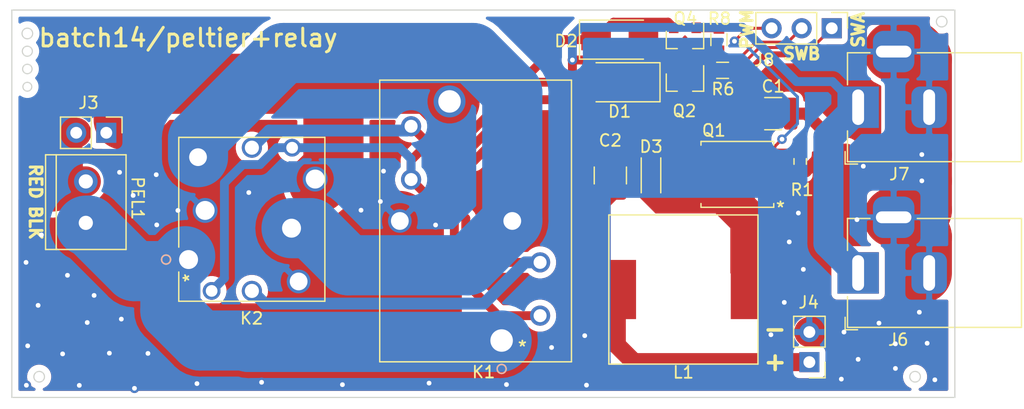
<source format=kicad_pcb>
(kicad_pcb (version 20171130) (host pcbnew "(5.1.6-0-10_14)")

  (general
    (thickness 1.6)
    (drawings 36)
    (tracks 249)
    (zones 0)
    (modules 20)
    (nets 15)
  )

  (page A4)
  (layers
    (0 F.Cu signal)
    (31 B.Cu signal)
    (32 B.Adhes user)
    (33 F.Adhes user)
    (34 B.Paste user)
    (35 F.Paste user)
    (36 B.SilkS user)
    (37 F.SilkS user)
    (38 B.Mask user)
    (39 F.Mask user)
    (40 Dwgs.User user hide)
    (41 Cmts.User user)
    (42 Eco1.User user)
    (43 Eco2.User user)
    (44 Edge.Cuts user)
    (45 Margin user)
    (46 B.CrtYd user hide)
    (47 F.CrtYd user)
    (48 B.Fab user)
    (49 F.Fab user hide)
  )

  (setup
    (last_trace_width 0.25)
    (user_trace_width 0.25)
    (user_trace_width 0.5)
    (user_trace_width 0.75)
    (user_trace_width 1)
    (user_trace_width 2.54)
    (user_trace_width 5.08)
    (user_trace_width 0.508)
    (user_trace_width 1.016)
    (user_trace_width 0.508)
    (user_trace_width 1.016)
    (user_trace_width 0.508)
    (user_trace_width 1.016)
    (user_trace_width 1.524)
    (user_trace_width 2.54)
    (user_trace_width 0.508)
    (user_trace_width 1.016)
    (user_trace_width 1.524)
    (user_trace_width 2.54)
    (user_trace_width 0.381)
    (user_trace_width 0.508)
    (user_trace_width 0.762)
    (user_trace_width 1.27)
    (user_trace_width 2.54)
    (user_trace_width 0.381)
    (user_trace_width 0.508)
    (user_trace_width 0.762)
    (user_trace_width 1.27)
    (user_trace_width 2.54)
    (user_trace_width 0.508)
    (user_trace_width 1.016)
    (user_trace_width 1.524)
    (user_trace_width 2.54)
    (user_trace_width 0.381)
    (user_trace_width 0.508)
    (user_trace_width 0.762)
    (user_trace_width 1.27)
    (user_trace_width 2.54)
    (user_trace_width 0.508)
    (user_trace_width 1.016)
    (user_trace_width 1.524)
    (user_trace_width 2.54)
    (user_trace_width 0.508)
    (user_trace_width 1.016)
    (user_trace_width 1.524)
    (user_trace_width 2.54)
    (user_trace_width 0.508)
    (user_trace_width 1.016)
    (user_trace_width 1.524)
    (user_trace_width 2.54)
    (user_trace_width 0.381)
    (user_trace_width 0.508)
    (user_trace_width 0.762)
    (user_trace_width 1.27)
    (user_trace_width 2.54)
    (user_trace_width 0.381)
    (user_trace_width 0.508)
    (user_trace_width 0.762)
    (user_trace_width 1.27)
    (user_trace_width 2.54)
    (user_trace_width 0.508)
    (user_trace_width 1.016)
    (user_trace_width 1.524)
    (user_trace_width 2.54)
    (user_trace_width 0.381)
    (user_trace_width 0.508)
    (user_trace_width 0.762)
    (user_trace_width 1.27)
    (user_trace_width 2.54)
    (user_trace_width 0.508)
    (user_trace_width 1.016)
    (user_trace_width 1.524)
    (user_trace_width 2.54)
    (trace_clearance 0.2)
    (zone_clearance 0.508)
    (zone_45_only no)
    (trace_min 0.2)
    (via_size 0.8)
    (via_drill 0.4)
    (via_min_size 0.4)
    (via_min_drill 0.3)
    (user_via 0.508 0.4)
    (user_via 1.016 0.4)
    (user_via 1.524 0.4)
    (user_via 2.54 0.4)
    (user_via 0.508 0.4)
    (user_via 1.016 0.4)
    (user_via 1.524 0.4)
    (user_via 2.54 0.4)
    (user_via 0.508 0.4)
    (user_via 1.016 0.4)
    (user_via 1.524 0.4)
    (user_via 2.54 0.4)
    (user_via 0.508 0.4)
    (user_via 1.016 0.4)
    (user_via 1.524 0.4)
    (user_via 2.54 0.4)
    (user_via 0.508 0.4)
    (user_via 1.016 0.4)
    (user_via 1.524 0.4)
    (user_via 2.54 0.4)
    (user_via 0.508 0.4)
    (user_via 1.016 0.4)
    (user_via 1.524 0.4)
    (user_via 2.54 0.4)
    (user_via 0.508 0.4)
    (user_via 1.016 0.4)
    (user_via 1.524 0.4)
    (user_via 2.54 0.4)
    (user_via 0.508 0.4)
    (user_via 1.016 0.4)
    (user_via 1.524 0.4)
    (user_via 2.54 0.4)
    (uvia_size 0.3)
    (uvia_drill 0.1)
    (uvias_allowed no)
    (uvia_min_size 0.2)
    (uvia_min_drill 0.1)
    (edge_width 0.1)
    (segment_width 0.2)
    (pcb_text_width 0.3)
    (pcb_text_size 1.5 1.5)
    (mod_edge_width 0.15)
    (mod_text_size 1 1)
    (mod_text_width 0.15)
    (pad_size 1.7 1.7)
    (pad_drill 1)
    (pad_to_mask_clearance 0)
    (aux_axis_origin 0 0)
    (grid_origin 0.5 0.5)
    (visible_elements FFFFFF7F)
    (pcbplotparams
      (layerselection 0x010fc_ffffffff)
      (usegerberextensions true)
      (usegerberattributes false)
      (usegerberadvancedattributes false)
      (creategerberjobfile false)
      (excludeedgelayer true)
      (linewidth 0.100000)
      (plotframeref false)
      (viasonmask false)
      (mode 1)
      (useauxorigin false)
      (hpglpennumber 1)
      (hpglpenspeed 20)
      (hpglpendiameter 15.000000)
      (psnegative false)
      (psa4output false)
      (plotreference true)
      (plotvalue true)
      (plotinvisibletext false)
      (padsonsilk false)
      (subtractmaskfromsilk false)
      (outputformat 1)
      (mirror false)
      (drillshape 0)
      (scaleselection 1)
      (outputdirectory ""))
  )

  (net 0 "")
  (net 1 /PEL1)
  (net 2 12V)
  (net 3 /PEL3)
  (net 4 /PEL_BLK)
  (net 5 /PEL_RED)
  (net 6 REG_OUT)
  (net 7 GND)
  (net 8 "Net-(Q2-Pad1)")
  (net 9 "Net-(Q4-Pad1)")
  (net 10 PEL_PWM)
  (net 11 PEL_SWA)
  (net 12 PEL_SWB)
  (net 13 "Net-(J3-Pad2)")
  (net 14 "Net-(D3-Pad2)")

  (net_class Default "This is the default net class."
    (clearance 0.2)
    (trace_width 0.25)
    (via_dia 0.8)
    (via_drill 0.4)
    (uvia_dia 0.3)
    (uvia_drill 0.1)
    (add_net /PEL1)
    (add_net /PEL3)
    (add_net /PEL_BLK)
    (add_net /PEL_RED)
    (add_net 12V)
    (add_net GND)
    (add_net "Net-(D3-Pad2)")
    (add_net "Net-(J3-Pad2)")
    (add_net "Net-(Q2-Pad1)")
    (add_net "Net-(Q4-Pad1)")
    (add_net PEL_PWM)
    (add_net PEL_SWA)
    (add_net PEL_SWB)
    (add_net REG_OUT)
  )

  (module Diodes_SMD:D_SMA (layer F.Cu) (tedit 586432E5) (tstamp 61607D14)
    (at 149.86 87.89 180)
    (descr "Diode SMA (DO-214AC)")
    (tags "Diode SMA (DO-214AC)")
    (path /61611337)
    (attr smd)
    (fp_text reference D1 (at 0.01 -2.47) (layer F.SilkS)
      (effects (font (size 1 1) (thickness 0.15)))
    )
    (fp_text value DIODE (at 0 2.6) (layer F.Fab)
      (effects (font (size 1 1) (thickness 0.15)))
    )
    (fp_line (start -3.4 -1.65) (end -3.4 1.65) (layer F.SilkS) (width 0.12))
    (fp_line (start 2.3 1.5) (end -2.3 1.5) (layer F.Fab) (width 0.1))
    (fp_line (start -2.3 1.5) (end -2.3 -1.5) (layer F.Fab) (width 0.1))
    (fp_line (start 2.3 -1.5) (end 2.3 1.5) (layer F.Fab) (width 0.1))
    (fp_line (start 2.3 -1.5) (end -2.3 -1.5) (layer F.Fab) (width 0.1))
    (fp_line (start -3.5 -1.75) (end 3.5 -1.75) (layer F.CrtYd) (width 0.05))
    (fp_line (start 3.5 -1.75) (end 3.5 1.75) (layer F.CrtYd) (width 0.05))
    (fp_line (start 3.5 1.75) (end -3.5 1.75) (layer F.CrtYd) (width 0.05))
    (fp_line (start -3.5 1.75) (end -3.5 -1.75) (layer F.CrtYd) (width 0.05))
    (fp_line (start -0.64944 0.00102) (end -1.55114 0.00102) (layer F.Fab) (width 0.1))
    (fp_line (start 0.50118 0.00102) (end 1.4994 0.00102) (layer F.Fab) (width 0.1))
    (fp_line (start -0.64944 -0.79908) (end -0.64944 0.80112) (layer F.Fab) (width 0.1))
    (fp_line (start 0.50118 0.75032) (end 0.50118 -0.79908) (layer F.Fab) (width 0.1))
    (fp_line (start -0.64944 0.00102) (end 0.50118 0.75032) (layer F.Fab) (width 0.1))
    (fp_line (start -0.64944 0.00102) (end 0.50118 -0.79908) (layer F.Fab) (width 0.1))
    (fp_line (start -3.4 1.65) (end 2 1.65) (layer F.SilkS) (width 0.12))
    (fp_line (start -3.4 -1.65) (end 2 -1.65) (layer F.SilkS) (width 0.12))
    (fp_text user %R (at 0 -2.5) (layer F.Fab)
      (effects (font (size 1 1) (thickness 0.15)))
    )
    (pad 1 smd rect (at -2 0 180) (size 2.5 1.8) (layers F.Cu F.Paste F.Mask)
      (net 1 /PEL1))
    (pad 2 smd rect (at 2 0 180) (size 2.5 1.8) (layers F.Cu F.Paste F.Mask)
      (net 2 12V))
    (model ${KISYS3DMOD}/Diodes_SMD.3dshapes/D_SMA.wrl
      (at (xyz 0 0 0))
      (scale (xyz 1 1 1))
      (rotate (xyz 0 0 0))
    )
    (model :kicad-packages3D:Diode_SMD.3dshapes/D_2010_5025Metric.step
      (at (xyz 0 0 0))
      (scale (xyz 1 1 1))
      (rotate (xyz 0 0 0))
    )
  )

  (module Diodes_SMD:D_SMA (layer F.Cu) (tedit 586432E5) (tstamp 61607CCF)
    (at 149.86 84.29)
    (descr "Diode SMA (DO-214AC)")
    (tags "Diode SMA (DO-214AC)")
    (path /61611331)
    (attr smd)
    (fp_text reference D2 (at -4.54 0.12) (layer F.SilkS)
      (effects (font (size 1 1) (thickness 0.15)))
    )
    (fp_text value DIODE (at 0 2.6) (layer F.Fab)
      (effects (font (size 1 1) (thickness 0.15)))
    )
    (fp_line (start -3.4 -1.65) (end 2 -1.65) (layer F.SilkS) (width 0.12))
    (fp_line (start -3.4 1.65) (end 2 1.65) (layer F.SilkS) (width 0.12))
    (fp_line (start -0.64944 0.00102) (end 0.50118 -0.79908) (layer F.Fab) (width 0.1))
    (fp_line (start -0.64944 0.00102) (end 0.50118 0.75032) (layer F.Fab) (width 0.1))
    (fp_line (start 0.50118 0.75032) (end 0.50118 -0.79908) (layer F.Fab) (width 0.1))
    (fp_line (start -0.64944 -0.79908) (end -0.64944 0.80112) (layer F.Fab) (width 0.1))
    (fp_line (start 0.50118 0.00102) (end 1.4994 0.00102) (layer F.Fab) (width 0.1))
    (fp_line (start -0.64944 0.00102) (end -1.55114 0.00102) (layer F.Fab) (width 0.1))
    (fp_line (start -3.5 1.75) (end -3.5 -1.75) (layer F.CrtYd) (width 0.05))
    (fp_line (start 3.5 1.75) (end -3.5 1.75) (layer F.CrtYd) (width 0.05))
    (fp_line (start 3.5 -1.75) (end 3.5 1.75) (layer F.CrtYd) (width 0.05))
    (fp_line (start -3.5 -1.75) (end 3.5 -1.75) (layer F.CrtYd) (width 0.05))
    (fp_line (start 2.3 -1.5) (end -2.3 -1.5) (layer F.Fab) (width 0.1))
    (fp_line (start 2.3 -1.5) (end 2.3 1.5) (layer F.Fab) (width 0.1))
    (fp_line (start -2.3 1.5) (end -2.3 -1.5) (layer F.Fab) (width 0.1))
    (fp_line (start 2.3 1.5) (end -2.3 1.5) (layer F.Fab) (width 0.1))
    (fp_line (start -3.4 -1.65) (end -3.4 1.65) (layer F.SilkS) (width 0.12))
    (fp_text user %R (at 0 -2.5) (layer F.Fab)
      (effects (font (size 1 1) (thickness 0.15)))
    )
    (pad 2 smd rect (at 2 0) (size 2.5 1.8) (layers F.Cu F.Paste F.Mask)
      (net 2 12V))
    (pad 1 smd rect (at -2 0) (size 2.5 1.8) (layers F.Cu F.Paste F.Mask)
      (net 3 /PEL3))
    (model ${KISYS3DMOD}/Diodes_SMD.3dshapes/D_SMA.wrl
      (at (xyz 0 0 0))
      (scale (xyz 1 1 1))
      (rotate (xyz 0 0 0))
    )
    (model :kicad-packages3D:Diode_SMD.3dshapes/D_2010_5025Metric.step
      (at (xyz 0 0 0))
      (scale (xyz 1 1 1))
      (rotate (xyz 0 0 0))
    )
  )

  (module Ninja-qPCR:TB_SeeedOPL_320110028 (layer F.Cu) (tedit 61600E8E) (tstamp 61609EC6)
    (at 104.75 96.27 270)
    (path /61611349)
    (fp_text reference PEL1 (at 1.42 -4.38 270 unlocked) (layer F.SilkS)
      (effects (font (size 1 1) (thickness 0.15)))
    )
    (fp_text value Screw_Terminal_01x02 (at 2 6 90) (layer F.Fab)
      (effects (font (size 1 1) (thickness 0.15)))
    )
    (fp_line (start 5.75 2.5) (end -2.25 2.5) (layer F.SilkS) (width 0.12))
    (fp_line (start -2.25 3.4) (end -2.25 -3.4) (layer F.SilkS) (width 0.12))
    (fp_line (start 5.75 3.4) (end -2.25 3.4) (layer F.SilkS) (width 0.12))
    (fp_line (start 5.75 -3.4) (end 5.75 3.4) (layer F.SilkS) (width 0.12))
    (fp_line (start -2.25 -3.4) (end 5.75 -3.4) (layer F.SilkS) (width 0.12))
    (pad 2 thru_hole circle (at 3.5 0 270) (size 2 2) (drill 1.2) (layers *.Cu *.Mask)
      (net 4 /PEL_BLK))
    (pad 1 thru_hole circle (at 0 0 270) (size 2 2) (drill 1.2) (layers *.Cu *.Mask)
      (net 13 "Net-(J3-Pad2)"))
    (model ":desktop:TerminalBlock_SeeedOPL320110028 v2.step"
      (at (xyz 0 0 0))
      (scale (xyz 1 1 1))
      (rotate (xyz 0 0 0))
    )
  )

  (module Connector_BarrelJack:BarrelJack_Horizontal (layer F.Cu) (tedit 5A1DBF6A) (tstamp 615FD7D7)
    (at 170 104 180)
    (descr "DC Barrel Jack")
    (tags "Power Jack")
    (path /615CB67F)
    (fp_text reference J6 (at -3.39 -5.64) (layer F.SilkS)
      (effects (font (size 1 1) (thickness 0.15)))
    )
    (fp_text value Barrel_Jack_Switch (at -6.2 -5.5) (layer F.Fab)
      (effects (font (size 1 1) (thickness 0.15)))
    )
    (fp_line (start -0.003213 -4.505425) (end 0.8 -3.75) (layer F.Fab) (width 0.1))
    (fp_line (start 1.1 -3.75) (end 1.1 -4.8) (layer F.SilkS) (width 0.12))
    (fp_line (start 0.05 -4.8) (end 1.1 -4.8) (layer F.SilkS) (width 0.12))
    (fp_line (start 1 -4.5) (end 1 -4.75) (layer F.CrtYd) (width 0.05))
    (fp_line (start 1 -4.75) (end -14 -4.75) (layer F.CrtYd) (width 0.05))
    (fp_line (start 1 -4.5) (end 1 -2) (layer F.CrtYd) (width 0.05))
    (fp_line (start 1 -2) (end 2 -2) (layer F.CrtYd) (width 0.05))
    (fp_line (start 2 -2) (end 2 2) (layer F.CrtYd) (width 0.05))
    (fp_line (start 2 2) (end 1 2) (layer F.CrtYd) (width 0.05))
    (fp_line (start 1 2) (end 1 4.75) (layer F.CrtYd) (width 0.05))
    (fp_line (start 1 4.75) (end -1 4.75) (layer F.CrtYd) (width 0.05))
    (fp_line (start -1 4.75) (end -1 6.75) (layer F.CrtYd) (width 0.05))
    (fp_line (start -1 6.75) (end -5 6.75) (layer F.CrtYd) (width 0.05))
    (fp_line (start -5 6.75) (end -5 4.75) (layer F.CrtYd) (width 0.05))
    (fp_line (start -5 4.75) (end -14 4.75) (layer F.CrtYd) (width 0.05))
    (fp_line (start -14 4.75) (end -14 -4.75) (layer F.CrtYd) (width 0.05))
    (fp_line (start -5 4.6) (end -13.8 4.6) (layer F.SilkS) (width 0.12))
    (fp_line (start -13.8 4.6) (end -13.8 -4.6) (layer F.SilkS) (width 0.12))
    (fp_line (start 0.9 1.9) (end 0.9 4.6) (layer F.SilkS) (width 0.12))
    (fp_line (start 0.9 4.6) (end -1 4.6) (layer F.SilkS) (width 0.12))
    (fp_line (start -13.8 -4.6) (end 0.9 -4.6) (layer F.SilkS) (width 0.12))
    (fp_line (start 0.9 -4.6) (end 0.9 -2) (layer F.SilkS) (width 0.12))
    (fp_line (start -10.2 -4.5) (end -10.2 4.5) (layer F.Fab) (width 0.1))
    (fp_line (start -13.7 -4.5) (end -13.7 4.5) (layer F.Fab) (width 0.1))
    (fp_line (start -13.7 4.5) (end 0.8 4.5) (layer F.Fab) (width 0.1))
    (fp_line (start 0.8 4.5) (end 0.8 -3.75) (layer F.Fab) (width 0.1))
    (fp_line (start 0 -4.5) (end -13.7 -4.5) (layer F.Fab) (width 0.1))
    (fp_text user %R (at -3 -2.95) (layer F.Fab)
      (effects (font (size 1 1) (thickness 0.15)))
    )
    (pad 1 thru_hole rect (at 0 0 180) (size 3.5 3.5) (drill oval 1 3) (layers *.Cu *.Mask)
      (net 2 12V))
    (pad 2 thru_hole roundrect (at -6 0 180) (size 3 3.5) (drill oval 1 3) (layers *.Cu *.Mask) (roundrect_rratio 0.25)
      (net 7 GND))
    (pad 3 thru_hole roundrect (at -3 4.7 180) (size 3.5 3.5) (drill oval 3 1) (layers *.Cu *.Mask) (roundrect_rratio 0.25)
      (net 7 GND))
    (model ${KISYS3DMOD}/Connector_BarrelJack.3dshapes/BarrelJack_Horizontal.wrl
      (at (xyz 0 0 0))
      (scale (xyz 1 1 1))
      (rotate (xyz 0 0 0))
    )
    (model ":desktop:BarrelJack_MJ179PH v1.step"
      (offset (xyz -6.5 0 0))
      (scale (xyz 1 1 1))
      (rotate (xyz 0 0 90))
    )
  )

  (module Connector_BarrelJack:BarrelJack_Horizontal (layer F.Cu) (tedit 5A1DBF6A) (tstamp 615FD7FA)
    (at 170 90 180)
    (descr "DC Barrel Jack")
    (tags "Power Jack")
    (path /6168C9ED)
    (fp_text reference J7 (at -3.48 -5.66) (layer F.SilkS)
      (effects (font (size 1 1) (thickness 0.15)))
    )
    (fp_text value Barrel_Jack_Switch (at -6.2 -5.5) (layer F.Fab)
      (effects (font (size 1 1) (thickness 0.15)))
    )
    (fp_line (start 0 -4.5) (end -13.7 -4.5) (layer F.Fab) (width 0.1))
    (fp_line (start 0.8 4.5) (end 0.8 -3.75) (layer F.Fab) (width 0.1))
    (fp_line (start -13.7 4.5) (end 0.8 4.5) (layer F.Fab) (width 0.1))
    (fp_line (start -13.7 -4.5) (end -13.7 4.5) (layer F.Fab) (width 0.1))
    (fp_line (start -10.2 -4.5) (end -10.2 4.5) (layer F.Fab) (width 0.1))
    (fp_line (start 0.9 -4.6) (end 0.9 -2) (layer F.SilkS) (width 0.12))
    (fp_line (start -13.8 -4.6) (end 0.9 -4.6) (layer F.SilkS) (width 0.12))
    (fp_line (start 0.9 4.6) (end -1 4.6) (layer F.SilkS) (width 0.12))
    (fp_line (start 0.9 1.9) (end 0.9 4.6) (layer F.SilkS) (width 0.12))
    (fp_line (start -13.8 4.6) (end -13.8 -4.6) (layer F.SilkS) (width 0.12))
    (fp_line (start -5 4.6) (end -13.8 4.6) (layer F.SilkS) (width 0.12))
    (fp_line (start -14 4.75) (end -14 -4.75) (layer F.CrtYd) (width 0.05))
    (fp_line (start -5 4.75) (end -14 4.75) (layer F.CrtYd) (width 0.05))
    (fp_line (start -5 6.75) (end -5 4.75) (layer F.CrtYd) (width 0.05))
    (fp_line (start -1 6.75) (end -5 6.75) (layer F.CrtYd) (width 0.05))
    (fp_line (start -1 4.75) (end -1 6.75) (layer F.CrtYd) (width 0.05))
    (fp_line (start 1 4.75) (end -1 4.75) (layer F.CrtYd) (width 0.05))
    (fp_line (start 1 2) (end 1 4.75) (layer F.CrtYd) (width 0.05))
    (fp_line (start 2 2) (end 1 2) (layer F.CrtYd) (width 0.05))
    (fp_line (start 2 -2) (end 2 2) (layer F.CrtYd) (width 0.05))
    (fp_line (start 1 -2) (end 2 -2) (layer F.CrtYd) (width 0.05))
    (fp_line (start 1 -4.5) (end 1 -2) (layer F.CrtYd) (width 0.05))
    (fp_line (start 1 -4.75) (end -14 -4.75) (layer F.CrtYd) (width 0.05))
    (fp_line (start 1 -4.5) (end 1 -4.75) (layer F.CrtYd) (width 0.05))
    (fp_line (start 0.05 -4.8) (end 1.1 -4.8) (layer F.SilkS) (width 0.12))
    (fp_line (start 1.1 -3.75) (end 1.1 -4.8) (layer F.SilkS) (width 0.12))
    (fp_line (start -0.003213 -4.505425) (end 0.8 -3.75) (layer F.Fab) (width 0.1))
    (fp_text user %R (at -3 -2.95) (layer F.Fab)
      (effects (font (size 1 1) (thickness 0.15)))
    )
    (pad 3 thru_hole roundrect (at -3 4.7 180) (size 3.5 3.5) (drill oval 3 1) (layers *.Cu *.Mask) (roundrect_rratio 0.25)
      (net 7 GND))
    (pad 2 thru_hole roundrect (at -6 0 180) (size 3 3.5) (drill oval 1 3) (layers *.Cu *.Mask) (roundrect_rratio 0.25)
      (net 7 GND))
    (pad 1 thru_hole rect (at 0 0 180) (size 3.5 3.5) (drill oval 1 3) (layers *.Cu *.Mask)
      (net 2 12V))
    (model ${KISYS3DMOD}/Connector_BarrelJack.3dshapes/BarrelJack_Horizontal.wrl
      (at (xyz 0 0 0))
      (scale (xyz 1 1 1))
      (rotate (xyz 0 0 0))
    )
  )

  (module Ninja-qPCR:EP2-3L3SAb (layer F.Cu) (tedit 6155D4D3) (tstamp 61609E92)
    (at 139.88 109.71 90)
    (path /61624824)
    (fp_text reference K1 (at -2.67 -1.52) (layer F.SilkS)
      (effects (font (size 1 1) (thickness 0.15)))
    )
    (fp_text value EP2-3L3SAb (at 10.65 -13.75 270) (layer F.SilkS) hide
      (effects (font (size 1 1) (thickness 0.15)))
    )
    (fp_line (start 22 5.9) (end 22 -10.3) (layer F.SilkS) (width 0.12))
    (fp_line (start -1.8 -10.3) (end 22 -10.3) (layer F.SilkS) (width 0.12))
    (fp_line (start -1.8 5.9) (end 22 5.9) (layer F.SilkS) (width 0.12))
    (fp_line (start -1.8 -10.3) (end -1.8 5.9) (layer F.SilkS) (width 0.12))
    (fp_circle (center -2.405 0) (end -2.405 -0.381) (layer F.Fab) (width 0.1))
    (fp_circle (center -2.4 -0.000501) (end -2.4 -0.381501) (layer F.SilkS) (width 0.12))
    (fp_circle (center -2.4 -0.000501) (end -2.4 -0.381501) (layer B.SilkS) (width 0.12))
    (fp_text user "Copyright 2021 Accelerated Designs. All rights reserved." (at 0 0) (layer Cmts.User)
      (effects (font (size 0.127 0.127) (thickness 0.002)))
    )
    (fp_text user * (at -0.55 1.75) (layer F.SilkS)
      (effects (font (size 1 1) (thickness 0.15)))
    )
    (fp_text user * (at 0 0) (layer F.Fab)
      (effects (font (size 1 1) (thickness 0.15)))
    )
    (pad 1 thru_hole circle (at 0 0 180) (size 2.7 2.7) (drill 1.9) (layers *.Cu *.Mask)
      (net 4 /PEL_BLK))
    (pad 2 thru_hole circle (at 2.1 3.25 180) (size 1.7 1.7) (drill 1.1) (layers *.Cu *.Mask)
      (net 2 12V))
    (pad 3 thru_hole circle (at 6.6 3.25 180) (size 1.7 1.7) (drill 1.1) (layers *.Cu *.Mask)
      (net 1 /PEL1))
    (pad 4 thru_hole circle (at 10.1 0.9 180) (size 2 2) (drill 1.5) (layers *.Cu *.Mask)
      (net 6 REG_OUT))
    (pad 8 thru_hole circle (at 20.2 -4.4 180) (size 2.7 2.7) (drill 1.9) (layers *.Cu *.Mask)
      (net 5 /PEL_RED))
    (pad 7 thru_hole circle (at 18.1 -7.65 180) (size 1.7 1.7) (drill 1.1) (layers *.Cu *.Mask)
      (net 3 /PEL3))
    (pad 6 thru_hole circle (at 13.6 -7.65 180) (size 1.7 1.7) (drill 1.1) (layers *.Cu *.Mask)
      (net 2 12V))
    (pad 5 thru_hole circle (at 10.1 -8.6 180) (size 2 2) (drill 1.5) (layers *.Cu *.Mask)
      (net 7 GND))
    (model ":desktop:NEC EP2-3L3SAb.step"
      (at (xyz 0 0 0))
      (scale (xyz 1 1 1))
      (rotate (xyz 0 0 90))
    )
  )

  (module Ninja-qPCR:EX2-2U1S (layer F.Cu) (tedit 6155CF71) (tstamp 61609E3D)
    (at 113.43 102.87 90)
    (path /6164633B)
    (fp_text reference K2 (at -4.97 5.33 180) (layer F.SilkS)
      (effects (font (size 1 1) (thickness 0.15)))
    )
    (fp_text value EX2-2U1S (at 4.5 -4.25 90) (layer F.SilkS) hide
      (effects (font (size 1 1) (thickness 0.15)))
    )
    (fp_line (start -3.521499 11.517399) (end 10.321501 11.517399) (layer F.SilkS) (width 0.12))
    (fp_line (start 10.321501 11.517399) (end 10.321501 -0.827) (layer F.SilkS) (width 0.12))
    (fp_line (start 10.321501 -0.827) (end 1.049321 -0.827) (layer F.SilkS) (width 0.12))
    (fp_line (start -3.521499 -0.827) (end -3.521499 11.517399) (layer F.SilkS) (width 0.12))
    (fp_line (start -3.394499 11.390399) (end 10.194501 11.390399) (layer F.Fab) (width 0.1))
    (fp_line (start 10.194501 11.390399) (end 10.194501 -0.7) (layer F.Fab) (width 0.1))
    (fp_line (start 10.194501 -0.7) (end -3.394499 -0.7) (layer F.Fab) (width 0.1))
    (fp_line (start -3.394499 -0.7) (end -3.394499 11.390399) (layer F.Fab) (width 0.1))
    (fp_line (start -1.04932 -0.827) (end -3.521499 -0.827) (layer F.SilkS) (width 0.12))
    (fp_line (start -3.648499 -1.2573) (end -3.648499 11.644399) (layer F.CrtYd) (width 0.05))
    (fp_line (start -3.648499 11.644399) (end 10.448501 11.644399) (layer F.CrtYd) (width 0.05))
    (fp_line (start 10.448501 11.644399) (end 10.448501 -1.2573) (layer F.CrtYd) (width 0.05))
    (fp_line (start 10.448501 -1.2573) (end -3.648499 -1.2573) (layer F.CrtYd) (width 0.05))
    (fp_circle (center 0 -1.905) (end 0.381 -1.905) (layer F.Fab) (width 0.1))
    (fp_circle (center 0.000501 -1.9) (end 0.381501 -1.9) (layer F.SilkS) (width 0.12))
    (fp_circle (center 0.000501 -1.9) (end 0.381501 -1.9) (layer B.SilkS) (width 0.12))
    (fp_text user * (at 0 0 90) (layer F.Fab)
      (effects (font (size 1 1) (thickness 0.15)))
    )
    (fp_text user * (at -1.55 0.1 90) (layer F.SilkS)
      (effects (font (size 1 1) (thickness 0.15)))
    )
    (fp_text user "Copyright 2021 Accelerated Designs. All rights reserved." (at 0 0 90) (layer Cmts.User)
      (effects (font (size 0.127 0.127) (thickness 0.002)))
    )
    (pad 10 thru_hole circle (at 4.15 1.4 90) (size 2.1082 2.1082) (drill 1.6002) (layers *.Cu *.Mask)
      (net 7 GND))
    (pad 9 thru_hole circle (at 8.65 0.8 90) (size 2.0066 2.0066) (drill 1.4986) (layers *.Cu *.Mask)
      (net 6 REG_OUT))
    (pad 8 thru_hole circle (at 9.45 5.35 90) (size 1.7018 1.7018) (drill 1.1938) (layers *.Cu *.Mask)
      (net 3 /PEL3))
    (pad 7 thru_hole circle (at 9.45 8.75 90) (size 1.4986 1.4986) (drill 0.9906) (layers *.Cu *.Mask)
      (net 2 12V))
    (pad 6 thru_hole circle (at 6.8 10.7 90) (size 2.1082 2.1082) (drill 1.6002) (layers *.Cu *.Mask)
      (net 5 /PEL_RED))
    (pad 5 thru_hole circle (at 2.65 8.7 90) (size 2.1082 2.1082) (drill 1.6002) (layers *.Cu *.Mask)
      (net 6 REG_OUT))
    (pad 4 thru_hole circle (at -1.85 9.3 90) (size 2.0066 2.0066) (drill 1.4986) (layers *.Cu *.Mask)
      (net 7 GND))
    (pad 3 thru_hole circle (at -2.65 5.35 90) (size 1.7018 1.7018) (drill 1.1938) (layers *.Cu *.Mask)
      (net 1 /PEL1))
    (pad 2 thru_hole circle (at -2.65 1.95 90) (size 1.4986 1.4986) (drill 0.9906) (layers *.Cu *.Mask)
      (net 2 12V))
    (pad 1 thru_hole circle (at 0 0 90) (size 2.1082 2.1082) (drill 1.6002) (layers *.Cu *.Mask)
      (net 4 /PEL_BLK))
    (model ":desktop:NEC EX2-2U1S.step"
      (at (xyz 0 0 0))
      (scale (xyz 1 1 1))
      (rotate (xyz 0 0 0))
    )
  )

  (module TO_SOT_Packages_SMD:SOT-23 (layer F.Cu) (tedit 58CE4E7E) (tstamp 61607C60)
    (at 155.37 87.89 270)
    (descr "SOT-23, Standard")
    (tags SOT-23)
    (path /61611353)
    (attr smd)
    (fp_text reference Q2 (at 2.43 0.05 180) (layer F.SilkS)
      (effects (font (size 1 1) (thickness 0.15)))
    )
    (fp_text value Q_NPN_BCE (at 0 2.5 90) (layer F.Fab)
      (effects (font (size 1 1) (thickness 0.15)))
    )
    (fp_line (start -0.7 -0.95) (end -0.7 1.5) (layer F.Fab) (width 0.1))
    (fp_line (start -0.15 -1.52) (end 0.7 -1.52) (layer F.Fab) (width 0.1))
    (fp_line (start -0.7 -0.95) (end -0.15 -1.52) (layer F.Fab) (width 0.1))
    (fp_line (start 0.7 -1.52) (end 0.7 1.52) (layer F.Fab) (width 0.1))
    (fp_line (start -0.7 1.52) (end 0.7 1.52) (layer F.Fab) (width 0.1))
    (fp_line (start 0.76 1.58) (end 0.76 0.65) (layer F.SilkS) (width 0.12))
    (fp_line (start 0.76 -1.58) (end 0.76 -0.65) (layer F.SilkS) (width 0.12))
    (fp_line (start -1.7 -1.75) (end 1.7 -1.75) (layer F.CrtYd) (width 0.05))
    (fp_line (start 1.7 -1.75) (end 1.7 1.75) (layer F.CrtYd) (width 0.05))
    (fp_line (start 1.7 1.75) (end -1.7 1.75) (layer F.CrtYd) (width 0.05))
    (fp_line (start -1.7 1.75) (end -1.7 -1.75) (layer F.CrtYd) (width 0.05))
    (fp_line (start 0.76 -1.58) (end -1.4 -1.58) (layer F.SilkS) (width 0.12))
    (fp_line (start 0.76 1.58) (end -0.7 1.58) (layer F.SilkS) (width 0.12))
    (fp_text user %R (at 0 0) (layer F.Fab)
      (effects (font (size 0.5 0.5) (thickness 0.075)))
    )
    (pad 1 smd rect (at -1 -0.95 270) (size 0.9 0.8) (layers F.Cu F.Paste F.Mask)
      (net 8 "Net-(Q2-Pad1)"))
    (pad 2 smd rect (at -1 0.95 270) (size 0.9 0.8) (layers F.Cu F.Paste F.Mask)
      (net 1 /PEL1))
    (pad 3 smd rect (at 1 0 270) (size 0.9 0.8) (layers F.Cu F.Paste F.Mask)
      (net 7 GND))
    (model ${KISYS3DMOD}/TO_SOT_Packages_SMD.3dshapes/SOT-23.wrl
      (at (xyz 0 0 0))
      (scale (xyz 1 1 1))
      (rotate (xyz 0 0 0))
    )
    (model :kicad-packages3D:Package_TO_SOT_SMD.3dshapes/SOT-23.step
      (at (xyz 0 0 0))
      (scale (xyz 1 1 1))
      (rotate (xyz 0 0 0))
    )
  )

  (module TO_SOT_Packages_SMD:SOT-23 (layer F.Cu) (tedit 58CE4E7E) (tstamp 61607C24)
    (at 155.37 84.29 270)
    (descr "SOT-23, Standard")
    (tags SOT-23)
    (path /61611361)
    (attr smd)
    (fp_text reference Q4 (at -1.79 -0.03 180) (layer F.SilkS)
      (effects (font (size 1 1) (thickness 0.15)))
    )
    (fp_text value Q_NPN_BCE (at 0 2.5 90) (layer F.Fab)
      (effects (font (size 1 1) (thickness 0.15)))
    )
    (fp_line (start 0.76 1.58) (end -0.7 1.58) (layer F.SilkS) (width 0.12))
    (fp_line (start 0.76 -1.58) (end -1.4 -1.58) (layer F.SilkS) (width 0.12))
    (fp_line (start -1.7 1.75) (end -1.7 -1.75) (layer F.CrtYd) (width 0.05))
    (fp_line (start 1.7 1.75) (end -1.7 1.75) (layer F.CrtYd) (width 0.05))
    (fp_line (start 1.7 -1.75) (end 1.7 1.75) (layer F.CrtYd) (width 0.05))
    (fp_line (start -1.7 -1.75) (end 1.7 -1.75) (layer F.CrtYd) (width 0.05))
    (fp_line (start 0.76 -1.58) (end 0.76 -0.65) (layer F.SilkS) (width 0.12))
    (fp_line (start 0.76 1.58) (end 0.76 0.65) (layer F.SilkS) (width 0.12))
    (fp_line (start -0.7 1.52) (end 0.7 1.52) (layer F.Fab) (width 0.1))
    (fp_line (start 0.7 -1.52) (end 0.7 1.52) (layer F.Fab) (width 0.1))
    (fp_line (start -0.7 -0.95) (end -0.15 -1.52) (layer F.Fab) (width 0.1))
    (fp_line (start -0.15 -1.52) (end 0.7 -1.52) (layer F.Fab) (width 0.1))
    (fp_line (start -0.7 -0.95) (end -0.7 1.5) (layer F.Fab) (width 0.1))
    (fp_text user %R (at 0 0) (layer F.Fab)
      (effects (font (size 0.5 0.5) (thickness 0.075)))
    )
    (pad 3 smd rect (at 1 0 270) (size 0.9 0.8) (layers F.Cu F.Paste F.Mask)
      (net 7 GND))
    (pad 2 smd rect (at -1 0.95 270) (size 0.9 0.8) (layers F.Cu F.Paste F.Mask)
      (net 3 /PEL3))
    (pad 1 smd rect (at -1 -0.95 270) (size 0.9 0.8) (layers F.Cu F.Paste F.Mask)
      (net 9 "Net-(Q4-Pad1)"))
    (model ${KISYS3DMOD}/TO_SOT_Packages_SMD.3dshapes/SOT-23.wrl
      (at (xyz 0 0 0))
      (scale (xyz 1 1 1))
      (rotate (xyz 0 0 0))
    )
    (model :kicad-packages3D:Package_TO_SOT_SMD.3dshapes/SOT-23.step
      (at (xyz 0 0 0))
      (scale (xyz 1 1 1))
      (rotate (xyz 0 0 0))
    )
  )

  (module Pin_Headers:Pin_Header_Straight_1x03_Pitch2.54mm (layer F.Cu) (tedit 616002D2) (tstamp 616096AD)
    (at 167.77001 83.330008 270)
    (descr "Through hole straight pin header, 1x03, 2.54mm pitch, single row")
    (tags "Through hole pin header THT 1x03 2.54mm single row")
    (path /616E1BB7)
    (fp_text reference J8 (at 2.679992 5.70001 180) (layer F.SilkS)
      (effects (font (size 1 1) (thickness 0.15)))
    )
    (fp_text value Conn_01x03_Male (at 0 7.41 90) (layer F.Fab)
      (effects (font (size 1 1) (thickness 0.15)))
    )
    (fp_line (start 1.8 -1.8) (end -1.8 -1.8) (layer F.CrtYd) (width 0.05))
    (fp_line (start 1.8 6.85) (end 1.8 -1.8) (layer F.CrtYd) (width 0.05))
    (fp_line (start -1.8 6.85) (end 1.8 6.85) (layer F.CrtYd) (width 0.05))
    (fp_line (start -1.8 -1.8) (end -1.8 6.85) (layer F.CrtYd) (width 0.05))
    (fp_line (start -1.33 -1.33) (end 0 -1.33) (layer F.SilkS) (width 0.12))
    (fp_line (start -1.33 0) (end -1.33 -1.33) (layer F.SilkS) (width 0.12))
    (fp_line (start -1.33 1.27) (end 1.33 1.27) (layer F.SilkS) (width 0.12))
    (fp_line (start 1.33 1.27) (end 1.33 6.41) (layer F.SilkS) (width 0.12))
    (fp_line (start -1.33 1.27) (end -1.33 6.41) (layer F.SilkS) (width 0.12))
    (fp_line (start -1.33 6.41) (end 1.33 6.41) (layer F.SilkS) (width 0.12))
    (fp_line (start -1.27 -0.635) (end -0.635 -1.27) (layer F.Fab) (width 0.1))
    (fp_line (start -1.27 6.35) (end -1.27 -0.635) (layer F.Fab) (width 0.1))
    (fp_line (start 1.27 6.35) (end -1.27 6.35) (layer F.Fab) (width 0.1))
    (fp_line (start 1.27 -1.27) (end 1.27 6.35) (layer F.Fab) (width 0.1))
    (fp_line (start -0.635 -1.27) (end 1.27 -1.27) (layer F.Fab) (width 0.1))
    (fp_text user %R (at 0 2.54) (layer F.Fab)
      (effects (font (size 1 1) (thickness 0.15)))
    )
    (pad 3 thru_hole oval (at 0 5.08 270) (size 1.7 1.7) (drill 1) (layers *.Cu *.Mask)
      (net 10 PEL_PWM))
    (pad 2 thru_hole oval (at 0 2.54 270) (size 1.7 1.7) (drill 1) (layers *.Cu *.Mask)
      (net 12 PEL_SWB))
    (pad 1 thru_hole rect (at 0 0 270) (size 1.7 1.7) (drill 1) (layers *.Cu *.Mask)
      (net 11 PEL_SWA))
    (model ${KISYS3DMOD}/Pin_Headers.3dshapes/Pin_Header_Straight_1x03_Pitch2.54mm.wrl
      (at (xyz 0 0 0))
      (scale (xyz 1 1 1))
      (rotate (xyz 0 0 0))
    )
    (model :kicad-packages3D:Connector_PinHeader_2.54mm.3dshapes/PinHeader_1x03_P2.54mm_Vertical.step
      (at (xyz 0 0 0))
      (scale (xyz 1 1 1))
      (rotate (xyz 0 0 0))
    )
  )

  (module Resistors_SMD:R_0603 (layer F.Cu) (tedit 58E0A804) (tstamp 61607C98)
    (at 158.54896 86.8854)
    (descr "Resistor SMD 0603, reflow soldering, Vishay (see dcrcw.pdf)")
    (tags "resistor 0603")
    (path /61611394)
    (attr smd)
    (fp_text reference R6 (at 0.03104 1.5846) (layer F.SilkS)
      (effects (font (size 1 1) (thickness 0.15)))
    )
    (fp_text value 10k (at 0 1.5) (layer F.Fab)
      (effects (font (size 1 1) (thickness 0.15)))
    )
    (fp_line (start -0.8 0.4) (end -0.8 -0.4) (layer F.Fab) (width 0.1))
    (fp_line (start 0.8 0.4) (end -0.8 0.4) (layer F.Fab) (width 0.1))
    (fp_line (start 0.8 -0.4) (end 0.8 0.4) (layer F.Fab) (width 0.1))
    (fp_line (start -0.8 -0.4) (end 0.8 -0.4) (layer F.Fab) (width 0.1))
    (fp_line (start 0.5 0.68) (end -0.5 0.68) (layer F.SilkS) (width 0.12))
    (fp_line (start -0.5 -0.68) (end 0.5 -0.68) (layer F.SilkS) (width 0.12))
    (fp_line (start -1.25 -0.7) (end 1.25 -0.7) (layer F.CrtYd) (width 0.05))
    (fp_line (start -1.25 -0.7) (end -1.25 0.7) (layer F.CrtYd) (width 0.05))
    (fp_line (start 1.25 0.7) (end 1.25 -0.7) (layer F.CrtYd) (width 0.05))
    (fp_line (start 1.25 0.7) (end -1.25 0.7) (layer F.CrtYd) (width 0.05))
    (fp_text user %R (at 0 0) (layer F.Fab)
      (effects (font (size 0.4 0.4) (thickness 0.075)))
    )
    (pad 1 smd rect (at -0.75 0) (size 0.5 0.9) (layers F.Cu F.Paste F.Mask)
      (net 8 "Net-(Q2-Pad1)"))
    (pad 2 smd rect (at 0.75 0) (size 0.5 0.9) (layers F.Cu F.Paste F.Mask)
      (net 11 PEL_SWA))
    (model ${KISYS3DMOD}/Resistors_SMD.3dshapes/R_0603.wrl
      (at (xyz 0 0 0))
      (scale (xyz 1 1 1))
      (rotate (xyz 0 0 0))
    )
    (model :kicad-packages3D:Resistor_SMD.3dshapes/R_0603_1608Metric.step
      (at (xyz 0 0 0))
      (scale (xyz 1 1 1))
      (rotate (xyz 0 0 0))
    )
  )

  (module Resistors_SMD:R_0603 (layer F.Cu) (tedit 58E0A804) (tstamp 61607BF0)
    (at 158.24 84.29 90)
    (descr "Resistor SMD 0603, reflow soldering, Vishay (see dcrcw.pdf)")
    (tags "resistor 0603")
    (path /6161135B)
    (attr smd)
    (fp_text reference R8 (at 1.77 0.04 180) (layer F.SilkS)
      (effects (font (size 1 1) (thickness 0.15)))
    )
    (fp_text value 10k (at 0 1.5 90) (layer F.Fab)
      (effects (font (size 1 1) (thickness 0.15)))
    )
    (fp_line (start -0.8 0.4) (end -0.8 -0.4) (layer F.Fab) (width 0.1))
    (fp_line (start 0.8 0.4) (end -0.8 0.4) (layer F.Fab) (width 0.1))
    (fp_line (start 0.8 -0.4) (end 0.8 0.4) (layer F.Fab) (width 0.1))
    (fp_line (start -0.8 -0.4) (end 0.8 -0.4) (layer F.Fab) (width 0.1))
    (fp_line (start 0.5 0.68) (end -0.5 0.68) (layer F.SilkS) (width 0.12))
    (fp_line (start -0.5 -0.68) (end 0.5 -0.68) (layer F.SilkS) (width 0.12))
    (fp_line (start -1.25 -0.7) (end 1.25 -0.7) (layer F.CrtYd) (width 0.05))
    (fp_line (start -1.25 -0.7) (end -1.25 0.7) (layer F.CrtYd) (width 0.05))
    (fp_line (start 1.25 0.7) (end 1.25 -0.7) (layer F.CrtYd) (width 0.05))
    (fp_line (start 1.25 0.7) (end -1.25 0.7) (layer F.CrtYd) (width 0.05))
    (fp_text user %R (at 0 0 90) (layer F.Fab)
      (effects (font (size 0.4 0.4) (thickness 0.075)))
    )
    (pad 1 smd rect (at -0.75 0 90) (size 0.5 0.9) (layers F.Cu F.Paste F.Mask)
      (net 12 PEL_SWB))
    (pad 2 smd rect (at 0.75 0 90) (size 0.5 0.9) (layers F.Cu F.Paste F.Mask)
      (net 9 "Net-(Q4-Pad1)"))
    (model ${KISYS3DMOD}/Resistors_SMD.3dshapes/R_0603.wrl
      (at (xyz 0 0 0))
      (scale (xyz 1 1 1))
      (rotate (xyz 0 0 0))
    )
    (model :kicad-packages3D:Resistor_SMD.3dshapes/R_0603_1608Metric.step
      (at (xyz 0 0 0))
      (scale (xyz 1 1 1))
      (rotate (xyz 0 0 0))
    )
  )

  (module Pin_Headers:Pin_Header_Straight_1x02_Pitch2.54mm (layer F.Cu) (tedit 59650532) (tstamp 61609F7C)
    (at 106.48 92.16 270)
    (descr "Through hole straight pin header, 1x02, 2.54mm pitch, single row")
    (tags "Through hole pin header THT 1x02 2.54mm single row")
    (path /6189FB08)
    (fp_text reference J3 (at -2.53 1.5 180) (layer F.SilkS)
      (effects (font (size 1 1) (thickness 0.15)))
    )
    (fp_text value Conn_01x02_Female (at 0 4.87 90) (layer F.Fab)
      (effects (font (size 1 1) (thickness 0.15)))
    )
    (fp_line (start 1.8 -1.8) (end -1.8 -1.8) (layer F.CrtYd) (width 0.05))
    (fp_line (start 1.8 4.35) (end 1.8 -1.8) (layer F.CrtYd) (width 0.05))
    (fp_line (start -1.8 4.35) (end 1.8 4.35) (layer F.CrtYd) (width 0.05))
    (fp_line (start -1.8 -1.8) (end -1.8 4.35) (layer F.CrtYd) (width 0.05))
    (fp_line (start -1.33 -1.33) (end 0 -1.33) (layer F.SilkS) (width 0.12))
    (fp_line (start -1.33 0) (end -1.33 -1.33) (layer F.SilkS) (width 0.12))
    (fp_line (start -1.33 1.27) (end 1.33 1.27) (layer F.SilkS) (width 0.12))
    (fp_line (start 1.33 1.27) (end 1.33 3.87) (layer F.SilkS) (width 0.12))
    (fp_line (start -1.33 1.27) (end -1.33 3.87) (layer F.SilkS) (width 0.12))
    (fp_line (start -1.33 3.87) (end 1.33 3.87) (layer F.SilkS) (width 0.12))
    (fp_line (start -1.27 -0.635) (end -0.635 -1.27) (layer F.Fab) (width 0.1))
    (fp_line (start -1.27 3.81) (end -1.27 -0.635) (layer F.Fab) (width 0.1))
    (fp_line (start 1.27 3.81) (end -1.27 3.81) (layer F.Fab) (width 0.1))
    (fp_line (start 1.27 -1.27) (end 1.27 3.81) (layer F.Fab) (width 0.1))
    (fp_line (start -0.635 -1.27) (end 1.27 -1.27) (layer F.Fab) (width 0.1))
    (fp_text user %R (at 0 1.27) (layer F.Fab)
      (effects (font (size 1 1) (thickness 0.15)))
    )
    (pad 2 thru_hole oval (at 0 2.54 270) (size 1.7 1.7) (drill 1) (layers *.Cu *.Mask)
      (net 13 "Net-(J3-Pad2)"))
    (pad 1 thru_hole rect (at 0 0 270) (size 1.7 1.7) (drill 1) (layers *.Cu *.Mask)
      (net 5 /PEL_RED))
    (model ${KISYS3DMOD}/Pin_Headers.3dshapes/Pin_Header_Straight_1x02_Pitch2.54mm.wrl
      (at (xyz 0 0 0))
      (scale (xyz 1 1 1))
      (rotate (xyz 0 0 0))
    )
    (model :kicad-packages3D:Connector_PinHeader_2.54mm.3dshapes/PinHeader_1x02_P2.54mm_Vertical.step
      (at (xyz 0 0 0))
      (scale (xyz 1 1 1))
      (rotate (xyz 0 0 0))
    )
  )

  (module Capacitor_SMD:C_1210_3225Metric (layer F.Cu) (tedit 5F68FEEE) (tstamp 619F1ED1)
    (at 162.8187 90.543)
    (descr "Capacitor SMD 1210 (3225 Metric), square (rectangular) end terminal, IPC_7351 nominal, (Body size source: IPC-SM-782 page 76, https://www.pcb-3d.com/wordpress/wp-content/uploads/ipc-sm-782a_amendment_1_and_2.pdf), generated with kicad-footprint-generator")
    (tags capacitor)
    (path /61AA59D5)
    (attr smd)
    (fp_text reference C1 (at 0 -2.3) (layer F.SilkS)
      (effects (font (size 1 1) (thickness 0.15)))
    )
    (fp_text value 22uF (at 0 2.3) (layer F.Fab)
      (effects (font (size 1 1) (thickness 0.15)))
    )
    (fp_line (start -1.6 1.25) (end -1.6 -1.25) (layer F.Fab) (width 0.1))
    (fp_line (start -1.6 -1.25) (end 1.6 -1.25) (layer F.Fab) (width 0.1))
    (fp_line (start 1.6 -1.25) (end 1.6 1.25) (layer F.Fab) (width 0.1))
    (fp_line (start 1.6 1.25) (end -1.6 1.25) (layer F.Fab) (width 0.1))
    (fp_line (start -0.711252 -1.36) (end 0.711252 -1.36) (layer F.SilkS) (width 0.12))
    (fp_line (start -0.711252 1.36) (end 0.711252 1.36) (layer F.SilkS) (width 0.12))
    (fp_line (start -2.3 1.6) (end -2.3 -1.6) (layer F.CrtYd) (width 0.05))
    (fp_line (start -2.3 -1.6) (end 2.3 -1.6) (layer F.CrtYd) (width 0.05))
    (fp_line (start 2.3 -1.6) (end 2.3 1.6) (layer F.CrtYd) (width 0.05))
    (fp_line (start 2.3 1.6) (end -2.3 1.6) (layer F.CrtYd) (width 0.05))
    (fp_text user %R (at 0 0) (layer F.Fab)
      (effects (font (size 0.8 0.8) (thickness 0.12)))
    )
    (pad 1 smd roundrect (at -1.475 0) (size 1.15 2.7) (layers F.Cu F.Paste F.Mask) (roundrect_rratio 0.217391)
      (net 2 12V))
    (pad 2 smd roundrect (at 1.475 0) (size 1.15 2.7) (layers F.Cu F.Paste F.Mask) (roundrect_rratio 0.217391)
      (net 7 GND))
    (model ${KISYS3DMOD}/Capacitor_SMD.3dshapes/C_1210_3225Metric.wrl
      (at (xyz 0 0 0))
      (scale (xyz 1 1 1))
      (rotate (xyz 0 0 0))
    )
  )

  (module Capacitor_SMD:C_1210_3225Metric (layer F.Cu) (tedit 5F68FEEE) (tstamp 619F1EE2)
    (at 149.0646 95.76524 270)
    (descr "Capacitor SMD 1210 (3225 Metric), square (rectangular) end terminal, IPC_7351 nominal, (Body size source: IPC-SM-782 page 76, https://www.pcb-3d.com/wordpress/wp-content/uploads/ipc-sm-782a_amendment_1_and_2.pdf), generated with kicad-footprint-generator")
    (tags capacitor)
    (path /61A8B41C)
    (attr smd)
    (fp_text reference C2 (at -2.95524 0.0046 180) (layer F.SilkS)
      (effects (font (size 1 1) (thickness 0.15)))
    )
    (fp_text value 22uF (at 0 2.3 90) (layer F.Fab)
      (effects (font (size 1 1) (thickness 0.15)))
    )
    (fp_line (start 2.3 1.6) (end -2.3 1.6) (layer F.CrtYd) (width 0.05))
    (fp_line (start 2.3 -1.6) (end 2.3 1.6) (layer F.CrtYd) (width 0.05))
    (fp_line (start -2.3 -1.6) (end 2.3 -1.6) (layer F.CrtYd) (width 0.05))
    (fp_line (start -2.3 1.6) (end -2.3 -1.6) (layer F.CrtYd) (width 0.05))
    (fp_line (start -0.711252 1.36) (end 0.711252 1.36) (layer F.SilkS) (width 0.12))
    (fp_line (start -0.711252 -1.36) (end 0.711252 -1.36) (layer F.SilkS) (width 0.12))
    (fp_line (start 1.6 1.25) (end -1.6 1.25) (layer F.Fab) (width 0.1))
    (fp_line (start 1.6 -1.25) (end 1.6 1.25) (layer F.Fab) (width 0.1))
    (fp_line (start -1.6 -1.25) (end 1.6 -1.25) (layer F.Fab) (width 0.1))
    (fp_line (start -1.6 1.25) (end -1.6 -1.25) (layer F.Fab) (width 0.1))
    (fp_text user %R (at 0 0 90) (layer F.Fab)
      (effects (font (size 0.8 0.8) (thickness 0.12)))
    )
    (pad 2 smd roundrect (at 1.475 0 270) (size 1.15 2.7) (layers F.Cu F.Paste F.Mask) (roundrect_rratio 0.217391)
      (net 6 REG_OUT))
    (pad 1 smd roundrect (at -1.475 0 270) (size 1.15 2.7) (layers F.Cu F.Paste F.Mask) (roundrect_rratio 0.217391)
      (net 2 12V))
    (model ${KISYS3DMOD}/Capacitor_SMD.3dshapes/C_1210_3225Metric.wrl
      (at (xyz 0 0 0))
      (scale (xyz 1 1 1))
      (rotate (xyz 0 0 0))
    )
  )

  (module Ninja-qPCR:MSS1P3L-M3&slash_89A (layer F.Cu) (tedit 614D673B) (tstamp 619F1F05)
    (at 152.49868 95.75508 270)
    (path /61A5B8B9)
    (fp_text reference D3 (at -2.42508 -0.01132 180) (layer F.SilkS)
      (effects (font (size 1 1) (thickness 0.15)))
    )
    (fp_text value D_Schottky (at 0.05 1.8 90) (layer F.SilkS) hide
      (effects (font (size 1 1) (thickness 0.15)))
    )
    (fp_line (start -1.3462 0.4445) (end -1.3462 -0.4445) (layer F.Fab) (width 0.1))
    (fp_line (start -1.3462 -0.4445) (end -1.3462 -0.4445) (layer F.Fab) (width 0.1))
    (fp_line (start -1.3462 -0.4445) (end -1.3462 0.4445) (layer F.Fab) (width 0.1))
    (fp_line (start -1.3462 0.4445) (end -1.3462 0.4445) (layer F.Fab) (width 0.1))
    (fp_line (start 1.3462 -0.381) (end 1.3462 0.381) (layer F.Fab) (width 0.1))
    (fp_line (start 1.3462 0.381) (end 1.3462 0.381) (layer F.Fab) (width 0.1))
    (fp_line (start 1.3462 0.381) (end 1.3462 -0.381) (layer F.Fab) (width 0.1))
    (fp_line (start 1.3462 -0.381) (end 1.3462 -0.381) (layer F.Fab) (width 0.1))
    (fp_line (start -1.4732 0.8255) (end 1.4732 0.8255) (layer F.SilkS) (width 0.12))
    (fp_line (start 1.4732 -0.8255) (end -1.4732 -0.8255) (layer F.SilkS) (width 0.12))
    (fp_line (start -1.3462 0.6985) (end 1.3462 0.6985) (layer F.Fab) (width 0.1))
    (fp_line (start 1.3462 0.6985) (end 1.3462 -0.6985) (layer F.Fab) (width 0.1))
    (fp_line (start 1.3462 -0.6985) (end -1.3462 -0.6985) (layer F.Fab) (width 0.1))
    (fp_line (start -1.3462 -0.6985) (end -1.3462 0.6985) (layer F.Fab) (width 0.1))
    (fp_line (start -1.5494 0.5461) (end -1.5494 -0.5461) (layer F.CrtYd) (width 0.05))
    (fp_line (start -1.5494 -0.5461) (end -1.4478 -0.5461) (layer F.CrtYd) (width 0.05))
    (fp_line (start -1.4478 -0.5461) (end -1.4478 -0.8001) (layer F.CrtYd) (width 0.05))
    (fp_line (start -1.4478 -0.8001) (end 1.4478 -0.8001) (layer F.CrtYd) (width 0.05))
    (fp_line (start 1.4478 -0.8001) (end 1.4478 -0.4826) (layer F.CrtYd) (width 0.05))
    (fp_line (start 1.4478 -0.4826) (end 1.5494 -0.4826) (layer F.CrtYd) (width 0.05))
    (fp_line (start 1.5494 -0.4826) (end 1.5494 0.4826) (layer F.CrtYd) (width 0.05))
    (fp_line (start 1.5494 0.4826) (end 1.4478 0.4826) (layer F.CrtYd) (width 0.05))
    (fp_line (start 1.4478 0.4826) (end 1.4478 0.8001) (layer F.CrtYd) (width 0.05))
    (fp_line (start 1.4478 0.8001) (end -1.4478 0.8001) (layer F.CrtYd) (width 0.05))
    (fp_line (start -1.4478 0.8001) (end -1.4478 0.5461) (layer F.CrtYd) (width 0.05))
    (fp_line (start -1.4478 0.5461) (end -1.5494 0.5461) (layer F.CrtYd) (width 0.05))
    (fp_text user * (at -1.8 -0.3 90) (layer F.Fab) hide
      (effects (font (size 1 1) (thickness 0.15)))
    )
    (fp_text user * (at -1.8 -0.3 90) (layer F.SilkS) hide
      (effects (font (size 1 1) (thickness 0.15)))
    )
    (fp_text user "Copyright 2021 Accelerated Designs. All rights reserved." (at 0 0 90) (layer Cmts.User)
      (effects (font (size 0.127 0.127) (thickness 0.002)))
    )
    (pad 2 smd rect (at 1.016 0 270) (size 0.8636 0.762) (layers F.Cu F.Paste F.Mask)
      (net 14 "Net-(D3-Pad2)"))
    (pad 1 smd rect (at -0.7493 0 270) (size 1.397 0.889) (layers F.Cu F.Paste F.Mask)
      (net 2 12V))
  )

  (module Pin_Headers:Pin_Header_Straight_1x02_Pitch2.54mm (layer F.Cu) (tedit 59650532) (tstamp 619F1F1B)
    (at 165.8794 111.5361 180)
    (descr "Through hole straight pin header, 1x02, 2.54mm pitch, single row")
    (tags "Through hole pin header THT 1x02 2.54mm single row")
    (path /616E0F34)
    (fp_text reference J4 (at 0.0594 5.0461) (layer F.SilkS)
      (effects (font (size 1 1) (thickness 0.15)))
    )
    (fp_text value Conn_01x02_Female (at 0 4.87) (layer F.Fab)
      (effects (font (size 1 1) (thickness 0.15)))
    )
    (fp_line (start 1.8 -1.8) (end -1.8 -1.8) (layer F.CrtYd) (width 0.05))
    (fp_line (start 1.8 4.35) (end 1.8 -1.8) (layer F.CrtYd) (width 0.05))
    (fp_line (start -1.8 4.35) (end 1.8 4.35) (layer F.CrtYd) (width 0.05))
    (fp_line (start -1.8 -1.8) (end -1.8 4.35) (layer F.CrtYd) (width 0.05))
    (fp_line (start -1.33 -1.33) (end 0 -1.33) (layer F.SilkS) (width 0.12))
    (fp_line (start -1.33 0) (end -1.33 -1.33) (layer F.SilkS) (width 0.12))
    (fp_line (start -1.33 1.27) (end 1.33 1.27) (layer F.SilkS) (width 0.12))
    (fp_line (start 1.33 1.27) (end 1.33 3.87) (layer F.SilkS) (width 0.12))
    (fp_line (start -1.33 1.27) (end -1.33 3.87) (layer F.SilkS) (width 0.12))
    (fp_line (start -1.33 3.87) (end 1.33 3.87) (layer F.SilkS) (width 0.12))
    (fp_line (start -1.27 -0.635) (end -0.635 -1.27) (layer F.Fab) (width 0.1))
    (fp_line (start -1.27 3.81) (end -1.27 -0.635) (layer F.Fab) (width 0.1))
    (fp_line (start 1.27 3.81) (end -1.27 3.81) (layer F.Fab) (width 0.1))
    (fp_line (start 1.27 -1.27) (end 1.27 3.81) (layer F.Fab) (width 0.1))
    (fp_line (start -0.635 -1.27) (end 1.27 -1.27) (layer F.Fab) (width 0.1))
    (fp_text user %R (at 0 1.27 90) (layer F.Fab)
      (effects (font (size 1 1) (thickness 0.15)))
    )
    (pad 2 thru_hole oval (at 0 2.54 180) (size 1.7 1.7) (drill 1) (layers *.Cu *.Mask)
      (net 7 GND))
    (pad 1 thru_hole rect (at 0 0 180) (size 1.7 1.7) (drill 1) (layers *.Cu *.Mask)
      (net 6 REG_OUT))
    (model ${KISYS3DMOD}/Pin_Headers.3dshapes/Pin_Header_Straight_1x02_Pitch2.54mm.wrl
      (at (xyz 0 0 0))
      (scale (xyz 1 1 1))
      (rotate (xyz 0 0 0))
    )
  )

  (module Ninja-qPCR:SRP1265C (layer F.Cu) (tedit 619EE761) (tstamp 619F1F25)
    (at 155.2368 105.402 180)
    (path /61A26907)
    (fp_text reference L1 (at 0 -7) (layer F.SilkS)
      (effects (font (size 1 1) (thickness 0.15)))
    )
    (fp_text value SRP1265C-220M (at 0 7) (layer F.Fab)
      (effects (font (size 1 1) (thickness 0.15)))
    )
    (fp_line (start -6.3 -6.3) (end 6.3 -6.3) (layer F.SilkS) (width 0.12))
    (fp_line (start -6.3 6.3) (end -6.3 -6.3) (layer F.SilkS) (width 0.12))
    (fp_line (start 6.3 6.3) (end -6.3 6.3) (layer F.SilkS) (width 0.12))
    (fp_line (start 6.3 -6.3) (end 6.3 6.3) (layer F.SilkS) (width 0.12))
    (pad 1 smd rect (at -5.625 0 180) (size 3.25 5) (layers F.Cu F.Paste F.Mask)
      (net 14 "Net-(D3-Pad2)"))
    (pad 2 smd rect (at 5.625 0 180) (size 3.25 5) (layers F.Cu F.Paste F.Mask)
      (net 6 REG_OUT))
  )

  (module Ninja-qPCR:PowerPAK_SO-8_Long (layer F.Cu) (tedit 619E97ED) (tstamp 619F1F55)
    (at 159.7961 95.6738 180)
    (path /619ECC82)
    (fp_text reference Q1 (at 1.9861 3.7138) (layer F.SilkS)
      (effects (font (size 1 1) (thickness 0.15)))
    )
    (fp_text value SIRA88BDP-T1-GE3 (at -0.11 5.92) (layer F.SilkS) hide
      (effects (font (size 1 1) (thickness 0.15)))
    )
    (fp_line (start -3.0734 2.7813) (end 3.0734 2.7813) (layer F.SilkS) (width 0.12))
    (fp_line (start 3.0734 2.7813) (end 3.0734 2.46634) (layer F.SilkS) (width 0.12))
    (fp_line (start 3.0734 -2.7813) (end -3.0734 -2.7813) (layer F.SilkS) (width 0.12))
    (fp_line (start -3.0734 -2.7813) (end -3.0734 -2.46634) (layer F.SilkS) (width 0.12))
    (fp_line (start -2.9464 2.6543) (end 2.9464 2.6543) (layer F.Fab) (width 0.1))
    (fp_line (start 2.9464 2.6543) (end 2.9464 -2.6543) (layer F.Fab) (width 0.1))
    (fp_line (start 2.9464 -2.6543) (end -2.9464 -2.6543) (layer F.Fab) (width 0.1))
    (fp_line (start -2.9464 -2.6543) (end -2.9464 2.6543) (layer F.Fab) (width 0.1))
    (fp_line (start -3.0734 2.46634) (end -3.0734 2.7813) (layer F.SilkS) (width 0.12))
    (fp_line (start 3.0734 -2.46634) (end 3.0734 -2.7813) (layer F.SilkS) (width 0.12))
    (fp_poly (pts (xy 2.5654 -2.159) (xy -1.4224 -2.159) (xy -1.4224 2.159) (xy 2.5654 2.159)) (layer F.Cu) (width 0.1))
    (fp_poly (pts (xy 2.5654 -2.159) (xy -1.4224 -2.159) (xy -1.4224 2.159) (xy 2.5654 2.159)) (layer F.Mask) (width 0.1))
    (fp_poly (pts (xy 2.5654 -2.159) (xy -1.4224 -2.159) (xy -1.4224 2.159) (xy 2.5654 2.159)) (layer F.Paste) (width 0.1))
    (fp_line (start -3.683 2.5908) (end -3.683 -2.5908) (layer F.CrtYd) (width 0.05))
    (fp_line (start -3.683 -2.5908) (end -3.2004 -2.5908) (layer F.CrtYd) (width 0.05))
    (fp_line (start -3.2004 -2.5908) (end -3.2004 -2.9083) (layer F.CrtYd) (width 0.05))
    (fp_line (start -3.2004 -2.9083) (end 3.2004 -2.9083) (layer F.CrtYd) (width 0.05))
    (fp_line (start 3.2004 -2.9083) (end 3.2004 -2.5908) (layer F.CrtYd) (width 0.05))
    (fp_line (start 3.2004 -2.5908) (end 3.683 -2.5908) (layer F.CrtYd) (width 0.05))
    (fp_line (start 3.683 -2.5908) (end 3.683 2.5908) (layer F.CrtYd) (width 0.05))
    (fp_line (start 3.683 2.5908) (end 3.2004 2.5908) (layer F.CrtYd) (width 0.05))
    (fp_line (start 3.2004 2.5908) (end 3.2004 2.9083) (layer F.CrtYd) (width 0.05))
    (fp_line (start 3.2004 2.9083) (end -3.2004 2.9083) (layer F.CrtYd) (width 0.05))
    (fp_line (start -3.2004 2.9083) (end -3.2004 2.5908) (layer F.CrtYd) (width 0.05))
    (fp_line (start -3.2004 2.5908) (end -3.683 2.5908) (layer F.CrtYd) (width 0.05))
    (fp_circle (center -4.1656 -1.905) (end -4.1656 -1.905) (layer F.CrtYd) (width 0.05))
    (fp_circle (center -2.413 -1.905) (end -2.413 -1.905) (layer F.Fab) (width 0.1))
    (fp_arc (start 0 -2.6543) (end -0.3048 -2.6543) (angle -180) (layer F.Fab) (width 0.1))
    (fp_arc (start 0 -2.6543) (end -0.491067 -2.6543) (angle -180) (layer F.CrtYd) (width 0.05))
    (fp_text user 0.04in/1.016mm (at -2.921 4.4323) (layer Dwgs.User)
      (effects (font (size 1 1) (thickness 0.15)))
    )
    (fp_text user 0.23in/5.842mm (at 0 -5.0673) (layer Dwgs.User)
      (effects (font (size 1 1) (thickness 0.15)))
    )
    (fp_text user 0.018in/0.457mm (at 5.969 -1.905) (layer Dwgs.User)
      (effects (font (size 1 1) (thickness 0.15)))
    )
    (fp_text user 0.05in/1.27mm (at -5.969 -1.27) (layer Dwgs.User)
      (effects (font (size 1 1) (thickness 0.15)))
    )
    (fp_text user * (at -3.65 -2.83) (layer F.Fab)
      (effects (font (size 1 1) (thickness 0.15)))
    )
    (fp_text user * (at -3.64 -2.83) (layer F.SilkS)
      (effects (font (size 1 1) (thickness 0.15)))
    )
    (fp_text user "Copyright 2021 Accelerated Designs. All rights reserved." (at 0 0) (layer Cmts.User)
      (effects (font (size 0.127 0.127) (thickness 0.002)))
    )
    (pad 8 smd rect (at 3.171 -1.905 180) (size 1.516 0.4572) (layers F.Cu F.Paste F.Mask)
      (net 14 "Net-(D3-Pad2)"))
    (pad 7 smd rect (at 3.171 -0.635 180) (size 1.516 0.4572) (layers F.Cu F.Paste F.Mask)
      (net 14 "Net-(D3-Pad2)"))
    (pad 6 smd rect (at 3.171 0.635 180) (size 1.516 0.4572) (layers F.Cu F.Paste F.Mask)
      (net 14 "Net-(D3-Pad2)"))
    (pad 5 smd rect (at 3.171 1.905 180) (size 1.516 0.4572) (layers F.Cu F.Paste F.Mask)
      (net 14 "Net-(D3-Pad2)"))
    (pad 4 smd rect (at -3.171 1.905 180) (size 1.516 0.4572) (layers F.Cu F.Paste F.Mask)
      (net 10 PEL_PWM))
    (pad 3 smd rect (at -3.171 0.635 180) (size 1.516 0.4572) (layers F.Cu F.Paste F.Mask)
      (net 7 GND))
    (pad 2 smd rect (at -3.171 -0.635 180) (size 1.516 0.4572) (layers F.Cu F.Paste F.Mask)
      (net 7 GND))
    (pad 1 smd rect (at -3.171 -1.905 180) (size 1.516 0.4572) (layers F.Cu F.Paste F.Mask)
      (net 7 GND))
  )

  (module Resistor_SMD:R_0603_1608Metric (layer F.Cu) (tedit 5F68FEEE) (tstamp 619F26E3)
    (at 165.1047 94.5816 270)
    (descr "Resistor SMD 0603 (1608 Metric), square (rectangular) end terminal, IPC_7351 nominal, (Body size source: IPC-SM-782 page 72, https://www.pcb-3d.com/wordpress/wp-content/uploads/ipc-sm-782a_amendment_1_and_2.pdf), generated with kicad-footprint-generator")
    (tags resistor)
    (path /61A1B4E1)
    (attr smd)
    (fp_text reference R1 (at 2.3984 -0.1553 180) (layer F.SilkS)
      (effects (font (size 1 1) (thickness 0.15)))
    )
    (fp_text value 10k (at 0 1.43 90) (layer F.Fab)
      (effects (font (size 1 1) (thickness 0.15)))
    )
    (fp_line (start -0.8 0.4125) (end -0.8 -0.4125) (layer F.Fab) (width 0.1))
    (fp_line (start -0.8 -0.4125) (end 0.8 -0.4125) (layer F.Fab) (width 0.1))
    (fp_line (start 0.8 -0.4125) (end 0.8 0.4125) (layer F.Fab) (width 0.1))
    (fp_line (start 0.8 0.4125) (end -0.8 0.4125) (layer F.Fab) (width 0.1))
    (fp_line (start -0.237258 -0.5225) (end 0.237258 -0.5225) (layer F.SilkS) (width 0.12))
    (fp_line (start -0.237258 0.5225) (end 0.237258 0.5225) (layer F.SilkS) (width 0.12))
    (fp_line (start -1.48 0.73) (end -1.48 -0.73) (layer F.CrtYd) (width 0.05))
    (fp_line (start -1.48 -0.73) (end 1.48 -0.73) (layer F.CrtYd) (width 0.05))
    (fp_line (start 1.48 -0.73) (end 1.48 0.73) (layer F.CrtYd) (width 0.05))
    (fp_line (start 1.48 0.73) (end -1.48 0.73) (layer F.CrtYd) (width 0.05))
    (fp_text user %R (at 0 0 90) (layer F.Fab)
      (effects (font (size 0.4 0.4) (thickness 0.06)))
    )
    (pad 1 smd roundrect (at -0.825 0 270) (size 0.8 0.95) (layers F.Cu F.Paste F.Mask) (roundrect_rratio 0.25)
      (net 10 PEL_PWM))
    (pad 2 smd roundrect (at 0.825 0 270) (size 0.8 0.95) (layers F.Cu F.Paste F.Mask) (roundrect_rratio 0.25)
      (net 7 GND))
    (model ${KISYS3DMOD}/Resistor_SMD.3dshapes/R_0603_1608Metric.wrl
      (at (xyz 0 0 0))
      (scale (xyz 1 1 1))
      (rotate (xyz 0 0 0))
    )
  )

  (gr_circle (center 99.81 88.27) (end 99.9475 88.27) (layer F.Paste) (width 0.475) (tstamp 619F3D0D))
  (gr_circle (center 99.81 88.27) (end 100.11 88.27) (layer F.Mask) (width 0.475) (tstamp 619F3D0C))
  (gr_circle (center 99.81 88.27) (end 100.185 88.27) (layer Edge.Cuts) (width 0.1) (tstamp 619F3D0B))
  (gr_circle (center 99.81 86.77) (end 99.9725 86.77) (layer F.Paste) (width 0.475) (tstamp 619F3CED))
  (gr_circle (center 99.81 86.77) (end 100.21 86.77) (layer Edge.Cuts) (width 0.1) (tstamp 619F3CEC))
  (gr_circle (center 99.81 86.77) (end 100.135 86.77) (layer F.Mask) (width 0.475) (tstamp 619F3CEB))
  (gr_circle (center 99.81 85.27) (end 100.16 85.27) (layer F.Mask) (width 0.475) (tstamp 619F3CCD))
  (gr_circle (center 99.81 85.27) (end 100.235 85.27) (layer Edge.Cuts) (width 0.1) (tstamp 619F3CCC))
  (gr_circle (center 99.81 85.27) (end 99.9975 85.27) (layer F.Paste) (width 0.475) (tstamp 619F3CCB))
  (gr_circle (center 177.06 82.77) (end 177.435 82.77) (layer F.Mask) (width 0.475) (tstamp 619F3CB1))
  (gr_circle (center 177.06 82.77) (end 177.51 82.77) (layer Edge.Cuts) (width 0.1) (tstamp 619F3CB0))
  (gr_circle (center 177.06 82.77) (end 177.2725 82.77) (layer F.Paste) (width 0.475) (tstamp 619F3CAF))
  (gr_circle (center 174.81 112.77) (end 175.185 112.77) (layer F.Mask) (width 0.475) (tstamp 619F3CAB))
  (gr_circle (center 174.81 112.77) (end 175.26 112.77) (layer Edge.Cuts) (width 0.1) (tstamp 619F3CAA))
  (gr_circle (center 174.81 112.77) (end 175.0225 112.77) (layer F.Paste) (width 0.475) (tstamp 619F3CA9))
  (gr_circle (center 100.81 112.77) (end 101.185 112.77) (layer F.Mask) (width 0.475) (tstamp 619F3CA0))
  (gr_circle (center 100.81 112.77) (end 101.26 112.77) (layer Edge.Cuts) (width 0.1) (tstamp 619F3C9F))
  (gr_circle (center 100.81 112.77) (end 101.0225 112.77) (layer F.Paste) (width 0.475) (tstamp 619F3C9E))
  (gr_text + (at 162.99 111.48) (layer F.SilkS)
    (effects (font (size 1.5 1.5) (thickness 0.3)) (justify mirror))
  )
  (gr_text - (at 162.97 108.71) (layer F.SilkS)
    (effects (font (size 1.5 1.5) (thickness 0.3)) (justify mirror))
  )
  (gr_poly (pts (xy 165.6 95.75) (xy 164.965 95.75) (xy 163.695 97.02) (xy 163.695 97.655) (xy 162.425 97.655) (xy 162.425 95.115) (xy 165.6 95.115)) (layer F.Cu) (width 0.1))
  (gr_poly (pts (xy 161.155 97.655) (xy 162.425 98.925) (xy 162.425 104.005) (xy 159.25 104.005) (xy 159.25 100.195) (xy 157.98 98.925) (xy 152.9 98.925) (xy 151.63 97.655) (xy 151.63 97.02) (xy 152.265 96.385) (xy 152.9 96.385) (xy 155.44 93.845) (xy 161.155 93.845)) (layer F.Cu) (width 0.1))
  (gr_circle (center 99.81 83.77) (end 100.0225 83.77) (layer F.Paste) (width 0.475) (tstamp 618BBD47))
  (gr_circle (center 99.81 83.77) (end 100.26 83.77) (layer Edge.Cuts) (width 0.1) (tstamp 618BBD44))
  (gr_circle (center 99.81 83.77) (end 100.185 83.77) (layer F.Mask) (width 0.475) (tstamp 618BBD4A))
  (gr_text batch14/peltier+relay (at 113.4 84.14) (layer F.SilkS) (tstamp 6160BC7E)
    (effects (font (size 1.5 1.5) (thickness 0.25)))
  )
  (gr_text 79.671x32.73mm (at 104.902 78.74) (layer Dwgs.User)
    (effects (font (size 1 1) (thickness 0.15)))
  )
  (gr_text BLK (at 100.5 99.77 270) (layer F.SilkS) (tstamp 6160AE37)
    (effects (font (size 1 1) (thickness 0.25)))
  )
  (gr_text RED (at 100.5 96.27 270) (layer F.SilkS) (tstamp 6160AE26)
    (effects (font (size 1 1) (thickness 0.25)))
  )
  (gr_line (start 178.171 114.52) (end 98.5 114.52) (layer Edge.Cuts) (width 0.1))
  (gr_line (start 98.5 81.79) (end 178.171 81.79) (layer Edge.Cuts) (width 0.1) (tstamp 61600E7D))
  (gr_text SWA (at 170 83.46 90) (layer F.SilkS) (tstamp 61608116)
    (effects (font (size 1 1) (thickness 0.25)))
  )
  (gr_text SWB (at 165.23001 85.48) (layer F.SilkS) (tstamp 61608122)
    (effects (font (size 1 1) (thickness 0.25)))
  )
  (gr_text PWM (at 160.6 83.41 90) (layer F.SilkS) (tstamp 6160811F)
    (effects (font (size 1 1) (thickness 0.25)))
  )
  (gr_line (start 98.5 114.52) (end 98.5 81.79) (layer Edge.Cuts) (width 0.1))
  (gr_line (start 178.171 81.79) (end 178.171 114.52) (layer Edge.Cuts) (width 0.1))

  (segment (start 141.862066 103.11) (end 143.13 103.11) (width 1) (layer B.Cu) (net 1) (tstamp 6160A03A) (status 20))
  (segment (start 119.850011 106.590011) (end 138.382055 106.590011) (width 1) (layer B.Cu) (net 1) (tstamp 6160A03D))
  (segment (start 138.382055 106.590011) (end 141.862066 103.11) (width 1) (layer B.Cu) (net 1) (tstamp 6160A040))
  (segment (start 118.78 105.52) (end 119.850011 106.590011) (width 1) (layer B.Cu) (net 1) (tstamp 6160A037) (status 10))
  (segment (start 152.86 86.89) (end 151.86 87.89) (width 1) (layer F.Cu) (net 1) (status 20))
  (segment (start 154.42 86.89) (end 152.86 86.89) (width 1) (layer F.Cu) (net 1) (status 10))
  (segment (start 142.71732 89.365001) (end 150.384999 89.365001) (width 0.75) (layer F.Cu) (net 1))
  (segment (start 137.557293 94.525029) (end 142.71732 89.365001) (width 0.75) (layer F.Cu) (net 1))
  (segment (start 134.555971 94.525029) (end 137.557293 94.525029) (width 0.75) (layer F.Cu) (net 1))
  (segment (start 134.05 96.586484) (end 134.05 95.031) (width 0.75) (layer F.Cu) (net 1))
  (segment (start 134.05 95.031) (end 134.555971 94.525029) (width 0.75) (layer F.Cu) (net 1))
  (segment (start 136.85 99.386484) (end 134.05 96.586484) (width 0.75) (layer F.Cu) (net 1))
  (segment (start 137.36 103.11) (end 136.85 102.6) (width 0.75) (layer F.Cu) (net 1))
  (segment (start 150.384999 89.365001) (end 151.86 87.89) (width 0.75) (layer F.Cu) (net 1))
  (segment (start 136.85 102.6) (end 136.85 99.386484) (width 0.75) (layer F.Cu) (net 1))
  (segment (start 143.13 103.11) (end 137.36 103.11) (width 0.75) (layer F.Cu) (net 1))
  (segment (start 122.18 93.42) (end 131.28 93.42) (width 0.75) (layer B.Cu) (net 2) (tstamp 61609F65) (status 10))
  (segment (start 132.23 94.37) (end 132.23 96.11) (width 0.75) (layer B.Cu) (net 2) (tstamp 61609FAD) (status 20))
  (segment (start 131.28 93.42) (end 132.23 94.37) (width 0.75) (layer B.Cu) (net 2) (tstamp 61609F5C))
  (segment (start 120.890334 93.42) (end 122.18 93.42) (width 0.75) (layer B.Cu) (net 2) (tstamp 6160A010) (status 20))
  (segment (start 119.464433 94.845901) (end 120.890334 93.42) (width 0.75) (layer B.Cu) (net 2) (tstamp 6160A007))
  (segment (start 118.009388 94.845901) (end 119.464433 94.845901) (width 0.75) (layer B.Cu) (net 2) (tstamp 6160A004))
  (segment (start 116.459101 96.396188) (end 118.009388 94.845901) (width 0.75) (layer B.Cu) (net 2) (tstamp 6160A016))
  (segment (start 116.459101 104.440899) (end 116.459101 96.396188) (width 0.75) (layer B.Cu) (net 2) (tstamp 6160A013))
  (segment (start 115.38 105.52) (end 116.459101 104.440899) (width 0.75) (layer B.Cu) (net 2) (tstamp 6160A00A) (status 10))
  (via (at 145.86 86.01) (size 0.8) (drill 0.4) (layers F.Cu B.Cu) (net 2))
  (segment (start 145.86 87.89) (end 145.86 86.01) (width 0.75) (layer F.Cu) (net 2))
  (segment (start 151.86 84.29) (end 151.75 84.29) (width 0.75) (layer F.Cu) (net 2) (status 30))
  (segment (start 150.14 86.01) (end 151.86 84.29) (width 0.75) (layer F.Cu) (net 2) (status 20))
  (segment (start 145.86 86.01) (end 150.14 86.01) (width 0.75) (layer F.Cu) (net 2))
  (segment (start 147.86 87.89) (end 145.86 87.89) (width 0.75) (layer F.Cu) (net 2) (status 10))
  (segment (start 151.78314 94.29024) (end 152.49868 95.00578) (width 1.016) (layer F.Cu) (net 2))
  (segment (start 149.0646 94.29024) (end 151.78314 94.29024) (width 1.016) (layer F.Cu) (net 2))
  (segment (start 156.96146 90.543) (end 161.3437 90.543) (width 1.016) (layer F.Cu) (net 2))
  (segment (start 152.49868 95.00578) (end 156.96146 90.543) (width 1.016) (layer F.Cu) (net 2))
  (segment (start 170 90) (end 167.48976 92.51024) (width 2.54) (layer B.Cu) (net 2))
  (segment (start 167.48976 101.48976) (end 170 104) (width 2.54) (layer B.Cu) (net 2))
  (segment (start 167.48976 92.51024) (end 167.48976 101.48976) (width 2.54) (layer B.Cu) (net 2))
  (segment (start 161.3437 89.193) (end 163.45318 87.08352) (width 1.524) (layer F.Cu) (net 2))
  (segment (start 161.3437 90.543) (end 161.3437 89.193) (width 1.524) (layer F.Cu) (net 2))
  (segment (start 167.08352 87.08352) (end 170 90) (width 1.524) (layer F.Cu) (net 2))
  (segment (start 163.45318 87.08352) (end 167.08352 87.08352) (width 1.524) (layer F.Cu) (net 2))
  (segment (start 145.86 83.954999) (end 145.86 86.01) (width 0.75) (layer B.Cu) (net 2))
  (segment (start 146.56 83.254999) (end 145.86 83.954999) (width 0.75) (layer B.Cu) (net 2))
  (segment (start 164.797 87.835) (end 160.216999 83.254999) (width 0.75) (layer B.Cu) (net 2))
  (segment (start 160.216999 83.254999) (end 146.56 83.254999) (width 0.75) (layer B.Cu) (net 2))
  (segment (start 167.835 87.835) (end 164.797 87.835) (width 0.75) (layer B.Cu) (net 2))
  (segment (start 170 90) (end 167.835 87.835) (width 0.75) (layer B.Cu) (net 2))
  (segment (start 145.86 87.89) (end 142.848804 87.89) (width 0.75) (layer F.Cu) (net 2))
  (segment (start 137.163786 93.575019) (end 133.134981 93.575019) (width 0.75) (layer F.Cu) (net 2))
  (segment (start 133.134981 93.575019) (end 132.23 94.48) (width 0.75) (layer F.Cu) (net 2))
  (segment (start 132.23 94.48) (end 132.23 96.11) (width 0.75) (layer F.Cu) (net 2) (status 20))
  (segment (start 142.848804 87.89) (end 137.163786 93.575019) (width 0.75) (layer F.Cu) (net 2))
  (segment (start 139.61 107.61) (end 143.13 107.61) (width 0.75) (layer F.Cu) (net 2))
  (segment (start 135.885 103.885) (end 139.61 107.61) (width 0.75) (layer F.Cu) (net 2))
  (segment (start 135.885 99.765) (end 135.885 103.885) (width 0.75) (layer F.Cu) (net 2))
  (segment (start 132.23 96.11) (end 135.885 99.765) (width 0.75) (layer F.Cu) (net 2))
  (segment (start 131.869301 91.970699) (end 132.23 91.61) (width 1) (layer B.Cu) (net 3) (tstamp 61609FB0) (status 30))
  (segment (start 120.229301 91.970699) (end 131.869301 91.970699) (width 1) (layer B.Cu) (net 3) (tstamp 61609F59) (status 20))
  (segment (start 118.78 93.42) (end 120.229301 91.970699) (width 1) (layer B.Cu) (net 3) (tstamp 61609F50) (status 10))
  (segment (start 153.944999 82.814999) (end 154.42 83.29) (width 0.75) (layer F.Cu) (net 3) (status 20))
  (segment (start 149.335001 82.814999) (end 153.944999 82.814999) (width 0.75) (layer F.Cu) (net 3))
  (segment (start 147.86 84.29) (end 149.335001 82.814999) (width 0.75) (layer F.Cu) (net 3) (status 10))
  (segment (start 145.86 84.29) (end 145.105288 84.29) (width 0.75) (layer F.Cu) (net 3))
  (segment (start 133.245009 92.625009) (end 132.23 91.61) (width 0.75) (layer F.Cu) (net 3) (status 20))
  (segment (start 145.105288 84.29) (end 139.172644 90.222644) (width 0.75) (layer F.Cu) (net 3))
  (segment (start 139.172644 90.222644) (end 136.770279 92.625009) (width 0.75) (layer F.Cu) (net 3))
  (segment (start 145.86 84.29) (end 147.86 84.29) (width 0.75) (layer F.Cu) (net 3) (status 20))
  (segment (start 136.770279 92.625009) (end 133.245009 92.625009) (width 0.75) (layer F.Cu) (net 3))
  (segment (start 111.890699 103.845135) (end 113.147917 102.587917) (width 5.08) (layer B.Cu) (net 4) (tstamp 61609FEF) (status 20))
  (segment (start 114.405834 109.71) (end 111.890699 107.194865) (width 5.08) (layer B.Cu) (net 4) (tstamp 61609FE6))
  (segment (start 111.890699 107.194865) (end 111.890699 103.845135) (width 5.08) (layer B.Cu) (net 4) (tstamp 61609FE3))
  (segment (start 104.990001 100.010001) (end 104.75 100.010001) (width 5.08) (layer B.Cu) (net 4) (tstamp 61609F62) (status 30))
  (segment (start 108.825135 103.845135) (end 104.990001 100.010001) (width 5.08) (layer B.Cu) (net 4) (tstamp 61609F5F) (status 20))
  (segment (start 111.890699 103.845135) (end 108.825135 103.845135) (width 5.08) (layer B.Cu) (net 4) (tstamp 61609F20))
  (segment (start 118.387934 109.71) (end 118.507955 109.830021) (width 5.08) (layer B.Cu) (net 4) (tstamp 61609E1B))
  (segment (start 114.405834 109.71) (end 118.387934 109.71) (width 5.08) (layer B.Cu) (net 4) (tstamp 61609DA0))
  (segment (start 139.759979 109.830021) (end 139.88 109.71) (width 5.08) (layer B.Cu) (net 4) (tstamp 61609F2F) (status 30))
  (segment (start 118.507955 109.830021) (end 139.759979 109.830021) (width 5.08) (layer B.Cu) (net 4) (tstamp 61609FB9) (status 20))
  (segment (start 133.989999 88.019999) (end 130.506799 88.019999) (width 5.08) (layer F.Cu) (net 5) (tstamp 61609FFE))
  (segment (start 135.48 89.51) (end 133.989999 88.019999) (width 5.08) (layer F.Cu) (net 5) (tstamp 61609FE9) (status 10))
  (segment (start 107.95001 90.63999) (end 107.95001 91.06) (width 5.08) (layer F.Cu) (net 5) (tstamp 61609FCB))
  (segment (start 110.570001 88.019999) (end 107.95001 90.63999) (width 5.08) (layer F.Cu) (net 5) (tstamp 61609FC2))
  (segment (start 125.669301 95.094865) (end 125.669301 88.259299) (width 5.08) (layer F.Cu) (net 5) (tstamp 61609F56))
  (segment (start 125.669301 88.259299) (end 125.430001 88.019999) (width 5.08) (layer F.Cu) (net 5) (tstamp 61609F4A))
  (segment (start 125.430001 88.019999) (end 110.570001 88.019999) (width 5.08) (layer F.Cu) (net 5) (tstamp 61609F53))
  (segment (start 124.412083 96.352083) (end 125.669301 95.094865) (width 5.08) (layer F.Cu) (net 5) (tstamp 61609F4D) (status 10))
  (segment (start 130.506799 88.019999) (end 125.430001 88.019999) (width 5.08) (layer F.Cu) (net 5) (tstamp 61609F3E))
  (segment (start 123.770086 100.22) (end 122.13 100.22) (width 5.08) (layer B.Cu) (net 6) (tstamp 61609F35) (status 20))
  (segment (start 126.900087 103.350001) (end 123.770086 100.22) (width 5.08) (layer B.Cu) (net 6) (tstamp 61609F2C))
  (segment (start 137.039999 103.350001) (end 126.900087 103.350001) (width 5.08) (layer B.Cu) (net 6) (tstamp 61609F38))
  (segment (start 140.78 99.61) (end 137.039999 103.350001) (width 5.08) (layer B.Cu) (net 6) (tstamp 61609FBC) (status 10))
  (segment (start 140.78 88.756798) (end 140.78 99.61) (width 5.08) (layer B.Cu) (net 6) (tstamp 6160A028) (status 20))
  (segment (start 137.443201 85.419999) (end 140.78 88.756798) (width 5.08) (layer B.Cu) (net 6) (tstamp 6160A01F))
  (segment (start 114.23 92.655466) (end 121.465467 85.419999) (width 5.08) (layer B.Cu) (net 6) (tstamp 6160A02B))
  (segment (start 121.465467 85.419999) (end 137.443201 85.419999) (width 5.08) (layer B.Cu) (net 6) (tstamp 6160A025))
  (segment (start 114.23 94.22) (end 114.23 92.655466) (width 5.08) (layer B.Cu) (net 6) (tstamp 6160A01C) (status 10))
  (segment (start 149.6118 105.402) (end 149.6118 110.09448) (width 1.524) (layer F.Cu) (net 6))
  (segment (start 151.05342 111.5361) (end 165.8794 111.5361) (width 1.524) (layer F.Cu) (net 6))
  (segment (start 149.6118 110.09448) (end 151.05342 111.5361) (width 1.524) (layer F.Cu) (net 6))
  (segment (start 146.69484 99.61) (end 149.0646 97.24024) (width 1.524) (layer F.Cu) (net 6))
  (segment (start 140.78 99.61) (end 146.69484 99.61) (width 1.524) (layer F.Cu) (net 6))
  (segment (start 146.69484 102.48504) (end 149.6118 105.402) (width 1.524) (layer F.Cu) (net 6))
  (segment (start 146.69484 99.61) (end 146.69484 102.48504) (width 1.524) (layer F.Cu) (net 6))
  (segment (start 175.38099 100.948988) (end 175.38099 104) (width 5.08) (layer F.Cu) (net 7) (status 20))
  (segment (start 173.732002 99.3) (end 175.38099 100.948988) (width 5.08) (layer F.Cu) (net 7) (status 10))
  (segment (start 173 99.3) (end 173.732002 99.3) (width 5.08) (layer F.Cu) (net 7) (status 30))
  (segment (start 174.78 99.3) (end 173 99.3) (width 5.08) (layer F.Cu) (net 7) (status 20))
  (segment (start 175.38099 85.93099) (end 175.38099 93.99901) (width 5.08) (layer F.Cu) (net 7))
  (segment (start 174.75 85.3) (end 175.38099 85.93099) (width 5.08) (layer F.Cu) (net 7))
  (segment (start 175.38099 98.69901) (end 174.78 99.3) (width 5.08) (layer F.Cu) (net 7))
  (segment (start 173 85.3) (end 174.75 85.3) (width 5.08) (layer F.Cu) (net 7) (status 10))
  (via (at 101 100.79) (size 0.8) (drill 0.4) (layers F.Cu B.Cu) (net 7) (tstamp 6160BB71))
  (via (at 99.7 103.11) (size 0.8) (drill 0.4) (layers F.Cu B.Cu) (net 7) (tstamp 6160BB73))
  (via (at 100.72 106.74) (size 0.8) (drill 0.4) (layers F.Cu B.Cu) (net 7) (tstamp 6160BB75))
  (via (at 99.73 113.49) (size 0.8) (drill 0.4) (layers F.Cu B.Cu) (net 7) (tstamp 6160BB77))
  (via (at 99.84 110.16) (size 0.8) (drill 0.4) (layers F.Cu B.Cu) (net 7) (tstamp 6160BB79))
  (via (at 104.2 113.5) (size 0.8) (drill 0.4) (layers F.Cu B.Cu) (net 7) (tstamp 6160BB7B))
  (via (at 102.79 110.84) (size 0.8) (drill 0.4) (layers F.Cu B.Cu) (net 7) (tstamp 6160BB7D))
  (via (at 104.87 108.19) (size 0.8) (drill 0.4) (layers F.Cu B.Cu) (net 7) (tstamp 6160BB7F))
  (via (at 106.74 110.78) (size 0.8) (drill 0.4) (layers F.Cu B.Cu) (net 7) (tstamp 6160BB85))
  (via (at 108.86 113.75) (size 0.8) (drill 0.4) (layers F.Cu B.Cu) (net 7) (tstamp 6160BB87))
  (via (at 114.14 113.35) (size 0.8) (drill 0.4) (layers F.Cu B.Cu) (net 7) (tstamp 6160BB89))
  (via (at 119.6 113.24) (size 0.8) (drill 0.4) (layers F.Cu B.Cu) (net 7) (tstamp 6160BB8B))
  (via (at 126.43 113.44) (size 0.8) (drill 0.4) (layers F.Cu B.Cu) (net 7) (tstamp 6160BB8D))
  (via (at 133.75 113.31) (size 0.8) (drill 0.4) (layers F.Cu B.Cu) (net 7) (tstamp 6160BB8F))
  (via (at 140.29 113.43) (size 0.8) (drill 0.4) (layers F.Cu B.Cu) (net 7) (tstamp 6160BB91))
  (via (at 147.05 113.48) (size 0.8) (drill 0.4) (layers F.Cu B.Cu) (net 7) (tstamp 6160BB95))
  (segment (start 171.0039 108.9961) (end 171.76 108.24) (width 2.54) (layer F.Cu) (net 7))
  (segment (start 165.8794 108.9961) (end 168.8039 108.9961) (width 2.54) (layer F.Cu) (net 7))
  (segment (start 164.2937 90.543) (end 165.61524 90.543) (width 1.016) (layer F.Cu) (net 7))
  (segment (start 165.61524 90.543) (end 167.39832 92.32608) (width 1.016) (layer F.Cu) (net 7))
  (segment (start 165.5797 95.4066) (end 165.1047 95.4066) (width 1.016) (layer F.Cu) (net 7))
  (segment (start 167.39832 93.58798) (end 165.5797 95.4066) (width 1.016) (layer F.Cu) (net 7))
  (segment (start 167.39832 92.32608) (end 167.39832 93.58798) (width 1.016) (layer F.Cu) (net 7))
  (segment (start 173 97.55) (end 173 99.3) (width 1.016) (layer F.Cu) (net 7))
  (segment (start 169.03798 93.58798) (end 170.435 94.985) (width 1.016) (layer F.Cu) (net 7))
  (segment (start 167.39832 93.58798) (end 169.03798 93.58798) (width 1.016) (layer F.Cu) (net 7))
  (segment (start 162.9671 97.5788) (end 162.9671 96.3088) (width 0.508) (layer F.Cu) (net 7))
  (segment (start 162.9671 96.3088) (end 162.9671 95.0388) (width 0.508) (layer F.Cu) (net 7))
  (segment (start 164.2025 96.3088) (end 165.1047 95.4066) (width 0.508) (layer F.Cu) (net 7))
  (segment (start 162.9671 96.3088) (end 164.2025 96.3088) (width 0.508) (layer F.Cu) (net 7))
  (segment (start 121.949101 94.690899) (end 121.05 95.59) (width 0.25) (layer B.Cu) (net 7))
  (segment (start 126.360899 94.690899) (end 121.949101 94.690899) (width 0.25) (layer B.Cu) (net 7))
  (segment (start 131.28 99.61) (end 129.635 97.965) (width 0.25) (layer B.Cu) (net 7))
  (via (at 118.52 97.21) (size 0.8) (drill 0.4) (layers F.Cu B.Cu) (net 7) (tstamp 6160BBAF))
  (segment (start 131.28 99.61) (end 126.17 104.72) (width 5.08) (layer F.Cu) (net 7) (tstamp 61609FA7) (status 10))
  (segment (start 122.73 106.884534) (end 122.73 104.72) (width 5.08) (layer F.Cu) (net 7) (tstamp 61609F47) (status 20))
  (segment (start 120.503633 109.110901) (end 122.73 106.884534) (width 5.08) (layer F.Cu) (net 7) (tstamp 61609F41))
  (segment (start 113.806735 109.110901) (end 120.503633 109.110901) (width 5.08) (layer F.Cu) (net 7) (tstamp 61609F44))
  (segment (start 109.635899 101.048831) (end 109.635899 104.940065) (width 5.08) (layer F.Cu) (net 7) (tstamp 61609FF5))
  (segment (start 111.96473 98.72) (end 110.742365 99.942365) (width 5.08) (layer F.Cu) (net 7) (tstamp 61609FEC))
  (segment (start 113.245834 108.55) (end 113.806735 109.110901) (width 0.25) (layer F.Cu) (net 7))
  (segment (start 112.327917 107.632083) (end 113.806735 109.110901) (width 5.08) (layer F.Cu) (net 7))
  (segment (start 110.91 109.05) (end 112.327917 107.632083) (width 1) (layer F.Cu) (net 7))
  (segment (start 109.635899 104.940065) (end 112.327917 107.632083) (width 5.08) (layer F.Cu) (net 7))
  (segment (start 114.83 98.72) (end 112.53 98.72) (width 5.08) (layer F.Cu) (net 7) (tstamp 61609FFB) (status 10))
  (segment (start 126.17 104.72) (end 122.73 104.72) (width 5.08) (layer F.Cu) (net 7) (tstamp 61609FAA) (status 20))
  (via (at 164.95 98.94) (size 0.8) (drill 0.4) (layers F.Cu B.Cu) (net 7))
  (via (at 164.18 101.38) (size 0.8) (drill 0.4) (layers F.Cu B.Cu) (net 7))
  (via (at 165.37 103.7) (size 0.8) (drill 0.4) (layers F.Cu B.Cu) (net 7))
  (via (at 163.76 106.49) (size 0.8) (drill 0.4) (layers F.Cu B.Cu) (net 7))
  (via (at 162.63 109.22) (size 0.8) (drill 0.4) (layers F.Cu B.Cu) (net 7))
  (via (at 176.48 113.03) (size 0.8) (drill 0.4) (layers F.Cu B.Cu) (net 7))
  (via (at 175.17 107.32) (size 0.8) (drill 0.4) (layers F.Cu B.Cu) (net 7))
  (via (at 175.83 109.94) (size 0.8) (drill 0.4) (layers F.Cu B.Cu) (net 7))
  (segment (start 171.76 108.24) (end 176 104) (width 2.54) (layer F.Cu) (net 7) (tstamp 619F2B34))
  (via (at 171.76 108.24) (size 0.8) (drill 0.4) (layers F.Cu B.Cu) (net 7))
  (via (at 173.15 112.07) (size 0.8) (drill 0.4) (layers F.Cu B.Cu) (net 7))
  (via (at 173.15 109.99) (size 0.8) (drill 0.4) (layers F.Cu B.Cu) (net 7))
  (via (at 168.58 112.97) (size 0.8) (drill 0.4) (layers F.Cu B.Cu) (net 7))
  (segment (start 168.8039 108.9961) (end 171.0039 108.9961) (width 2.54) (layer F.Cu) (net 7) (tstamp 619F2B36))
  (via (at 168.8039 108.9961) (size 0.8) (drill 0.4) (layers F.Cu B.Cu) (net 7))
  (via (at 170 111.3) (size 0.8) (drill 0.4) (layers F.Cu B.Cu) (net 7))
  (segment (start 170.435 94.985) (end 173 97.55) (width 1.016) (layer F.Cu) (net 7) (tstamp 619F2B38))
  (via (at 170.435 94.985) (size 0.8) (drill 0.4) (layers F.Cu B.Cu) (net 7))
  (segment (start 175.38099 96.21901) (end 175.38099 98.69901) (width 5.08) (layer F.Cu) (net 7) (tstamp 619F2B3A))
  (via (at 175.38099 96.21901) (size 0.8) (drill 0.4) (layers F.Cu B.Cu) (net 7))
  (segment (start 175.38099 93.99901) (end 175.38099 96.21901) (width 5.08) (layer F.Cu) (net 7) (tstamp 619F2B3C))
  (via (at 175.38099 93.99901) (size 0.8) (drill 0.4) (layers F.Cu B.Cu) (net 7))
  (via (at 169.9 99.5) (size 0.8) (drill 0.4) (layers F.Cu B.Cu) (net 7))
  (via (at 129.9 95.4) (size 0.8) (drill 0.4) (layers F.Cu B.Cu) (net 7))
  (via (at 128 98.7) (size 0.8) (drill 0.4) (layers F.Cu B.Cu) (net 7))
  (via (at 107.6 95.5) (size 0.8) (drill 0.4) (layers F.Cu B.Cu) (net 7))
  (via (at 107.75 107.9) (size 0.8) (drill 0.4) (layers F.Cu B.Cu) (net 7))
  (via (at 110 110.8) (size 0.8) (drill 0.4) (layers F.Cu B.Cu) (net 7))
  (segment (start 110.742365 99.942365) (end 109.635899 101.048831) (width 5.08) (layer F.Cu) (net 7) (tstamp 619F2B70))
  (via (at 110.742365 99.942365) (size 0.8) (drill 0.4) (layers F.Cu B.Cu) (net 7))
  (segment (start 112.53 98.72) (end 111.96473 98.72) (width 5.08) (layer F.Cu) (net 7) (tstamp 619F2B76) (status 10))
  (via (at 112.53 98.72) (size 0.8) (drill 0.4) (layers F.Cu B.Cu) (net 7))
  (via (at 110.7 95.7) (size 0.8) (drill 0.4) (layers F.Cu B.Cu) (net 7))
  (via (at 108.75 97.45) (size 0.8) (drill 0.4) (layers F.Cu B.Cu) (net 7))
  (via (at 103.2 104.2) (size 0.8) (drill 0.4) (layers F.Cu B.Cu) (net 7))
  (via (at 105.45 105.9) (size 0.8) (drill 0.4) (layers F.Cu B.Cu) (net 7))
  (segment (start 129.635 97.965) (end 126.360899 94.690899) (width 0.25) (layer B.Cu) (net 7) (tstamp 619F2B94))
  (via (at 129.635 97.965) (size 0.8) (drill 0.4) (layers F.Cu B.Cu) (net 7))
  (via (at 134.3 99.95) (size 0.8) (drill 0.4) (layers F.Cu B.Cu) (net 7))
  (via (at 146.9 109.3) (size 0.8) (drill 0.4) (layers F.Cu B.Cu) (net 7))
  (via (at 144.1 110.3) (size 0.8) (drill 0.4) (layers F.Cu B.Cu) (net 7))
  (segment (start 155.37401 85.29401) (end 155.37401 88.88599) (width 0.508) (layer F.Cu) (net 7))
  (segment (start 155.37401 88.88599) (end 155.37 88.89) (width 0.508) (layer F.Cu) (net 7))
  (segment (start 155.37 85.29) (end 155.37401 85.29401) (width 0.508) (layer F.Cu) (net 7))
  (segment (start 155.37 88.89) (end 156.11 88.89) (width 0.508) (layer F.Cu) (net 7))
  (segment (start 156.11 88.89) (end 156.85 88.15) (width 0.508) (layer F.Cu) (net 7))
  (segment (start 159.551562 88.15) (end 162.167533 85.534029) (width 0.508) (layer F.Cu) (net 7))
  (segment (start 156.85 88.15) (end 159.551562 88.15) (width 0.508) (layer F.Cu) (net 7))
  (segment (start 172.765971 85.534029) (end 173 85.3) (width 0.508) (layer F.Cu) (net 7))
  (segment (start 162.167533 85.534029) (end 172.765971 85.534029) (width 0.508) (layer F.Cu) (net 7))
  (segment (start 156.3246 86.8854) (end 156.32 86.89) (width 0.508) (layer F.Cu) (net 8))
  (segment (start 157.79896 86.8854) (end 156.3246 86.8854) (width 0.508) (layer F.Cu) (net 8))
  (segment (start 156.57 83.54) (end 156.32 83.29) (width 0.25) (layer F.Cu) (net 9) (status 30))
  (segment (start 158.24 83.54) (end 156.57 83.54) (width 0.25) (layer F.Cu) (net 9) (status 30))
  (segment (start 162.9793 93.7566) (end 162.9671 93.7688) (width 0.508) (layer F.Cu) (net 10))
  (segment (start 165.1047 93.7566) (end 162.9793 93.7566) (width 0.508) (layer F.Cu) (net 10))
  (via (at 163.568 92.702) (size 0.8) (drill 0.4) (layers F.Cu B.Cu) (net 10))
  (segment (start 162.9671 93.3029) (end 163.568 92.702) (width 0.25) (layer F.Cu) (net 10))
  (segment (start 162.9671 93.7688) (end 162.9671 93.3029) (width 0.25) (layer F.Cu) (net 10))
  (via (at 159.55 84.425) (size 0.8) (drill 0.4) (layers F.Cu B.Cu) (net 10))
  (segment (start 160.644992 83.330008) (end 162.69001 83.330008) (width 0.25) (layer F.Cu) (net 10))
  (segment (start 159.55 84.425) (end 160.644992 83.330008) (width 0.25) (layer F.Cu) (net 10))
  (segment (start 164.875 89.125) (end 160.575 84.825) (width 0.25) (layer B.Cu) (net 10))
  (segment (start 164.875 91.395) (end 164.875 89.125) (width 0.25) (layer B.Cu) (net 10))
  (segment (start 159.15 84.825) (end 159.55 84.425) (width 0.25) (layer B.Cu) (net 10))
  (segment (start 160.575 84.825) (end 159.15 84.825) (width 0.25) (layer B.Cu) (net 10))
  (segment (start 163.568 92.702) (end 164.875 91.395) (width 0.25) (layer B.Cu) (net 10))
  (segment (start 159.31096 86.8734) (end 159.29896 86.8854) (width 0.25) (layer F.Cu) (net 11))
  (segment (start 159.7446 86.8734) (end 159.31096 86.8734) (width 0.25) (layer F.Cu) (net 11))
  (segment (start 161.662981 84.955019) (end 159.7446 86.8734) (width 0.25) (layer F.Cu) (net 11))
  (segment (start 166.144999 84.955019) (end 161.662981 84.955019) (width 0.25) (layer F.Cu) (net 11))
  (segment (start 167.77001 83.330008) (end 166.144999 84.955019) (width 0.25) (layer F.Cu) (net 11))
  (segment (start 158.24 85.465) (end 158.24 85.04) (width 0.25) (layer F.Cu) (net 12))
  (segment (start 160.106 85.75) (end 158.525 85.75) (width 0.25) (layer F.Cu) (net 12))
  (segment (start 164.055009 84.505009) (end 161.350991 84.505009) (width 0.25) (layer F.Cu) (net 12))
  (segment (start 161.350991 84.505009) (end 160.106 85.75) (width 0.25) (layer F.Cu) (net 12))
  (segment (start 158.525 85.75) (end 158.24 85.465) (width 0.25) (layer F.Cu) (net 12))
  (segment (start 165.23001 83.330008) (end 164.055009 84.505009) (width 0.25) (layer F.Cu) (net 12))
  (segment (start 103.94 92.16) (end 101.83 92.16) (width 2.54) (layer F.Cu) (net 13) (tstamp 61609FD7) (status 10))
  (segment (start 104.75 96.27) (end 101.96 96.27) (width 2.54) (layer F.Cu) (net 13) (tstamp 61609F29) (status 10))
  (segment (start 101.96 93.85) (end 101.83 93.72) (width 5.08) (layer F.Cu) (net 13) (tstamp 61609F32))
  (segment (start 101.96 96.27) (end 101.96 93.85) (width 5.08) (layer F.Cu) (net 13) (tstamp 61609F3B))
  (segment (start 101.83 93.72) (end 101.83 92.16) (width 5.08) (layer F.Cu) (net 13) (tstamp 61609F26))
  (segment (start 160.8618 105.402) (end 160.8618 98.84516) (width 0.508) (layer F.Cu) (net 14))
  (segment (start 159.59544 97.5788) (end 156.6251 97.5788) (width 0.508) (layer F.Cu) (net 14))
  (segment (start 160.8618 98.84516) (end 159.59544 97.5788) (width 0.508) (layer F.Cu) (net 14))
  (segment (start 156.6251 97.5788) (end 156.6251 96.3088) (width 0.508) (layer F.Cu) (net 14))
  (segment (start 156.6251 95.0388) (end 156.6251 96.3088) (width 0.508) (layer F.Cu) (net 14))
  (segment (start 156.6251 95.0388) (end 156.6251 93.7688) (width 0.508) (layer F.Cu) (net 14))
  (segment (start 156.16282 96.77108) (end 156.6251 96.3088) (width 0.508) (layer F.Cu) (net 14))
  (segment (start 152.49868 96.77108) (end 156.16282 96.77108) (width 0.508) (layer F.Cu) (net 14))

  (zone (net 7) (net_name GND) (layer F.Cu) (tstamp 619F3BBD) (hatch edge 0.508)
    (priority 1)
    (connect_pads (clearance 0.508))
    (min_thickness 0.254)
    (fill yes (arc_segments 32) (thermal_gap 0.508) (thermal_bridge_width 0.508))
    (polygon
      (pts
        (xy 180 115) (xy 98 115.5) (xy 98 81.5) (xy 180 81)
      )
    )
    (filled_polygon
      (pts
        (xy 175.910562 82.65679) (xy 175.910562 82.88321) (xy 175.954734 83.105279) (xy 176.041381 83.314463) (xy 176.167173 83.502724)
        (xy 176.327276 83.662827) (xy 176.515537 83.788619) (xy 176.724721 83.875266) (xy 176.94679 83.919438) (xy 177.17321 83.919438)
        (xy 177.395279 83.875266) (xy 177.486 83.837688) (xy 177.486 87.611963) (xy 176.28575 87.615) (xy 176.127 87.77375)
        (xy 176.127 89.873) (xy 176.147 89.873) (xy 176.147 90.127) (xy 176.127 90.127) (xy 176.127 92.22625)
        (xy 176.28575 92.385) (xy 177.486 92.388037) (xy 177.486001 101.611963) (xy 176.28575 101.615) (xy 176.127 101.77375)
        (xy 176.127 103.873) (xy 176.147 103.873) (xy 176.147 104.127) (xy 176.127 104.127) (xy 176.127 106.22625)
        (xy 176.28575 106.385) (xy 177.486001 106.388037) (xy 177.486001 113.835) (xy 175.24249 113.835) (xy 175.354463 113.788619)
        (xy 175.542724 113.662827) (xy 175.702827 113.502724) (xy 175.828619 113.314463) (xy 175.915266 113.105279) (xy 175.959438 112.88321)
        (xy 175.959438 112.65679) (xy 175.915266 112.434721) (xy 175.828619 112.225537) (xy 175.702827 112.037276) (xy 175.542724 111.877173)
        (xy 175.354463 111.751381) (xy 175.145279 111.664734) (xy 174.92321 111.620562) (xy 174.69679 111.620562) (xy 174.474721 111.664734)
        (xy 174.265537 111.751381) (xy 174.077276 111.877173) (xy 173.917173 112.037276) (xy 173.791381 112.225537) (xy 173.704734 112.434721)
        (xy 173.660562 112.65679) (xy 173.660562 112.88321) (xy 173.704734 113.105279) (xy 173.791381 113.314463) (xy 173.917173 113.502724)
        (xy 174.077276 113.662827) (xy 174.265537 113.788619) (xy 174.37751 113.835) (xy 101.24249 113.835) (xy 101.354463 113.788619)
        (xy 101.542724 113.662827) (xy 101.702827 113.502724) (xy 101.828619 113.314463) (xy 101.915266 113.105279) (xy 101.959438 112.88321)
        (xy 101.959438 112.65679) (xy 101.915266 112.434721) (xy 101.828619 112.225537) (xy 101.702827 112.037276) (xy 101.542724 111.877173)
        (xy 101.354463 111.751381) (xy 101.145279 111.664734) (xy 100.92321 111.620562) (xy 100.69679 111.620562) (xy 100.474721 111.664734)
        (xy 100.265537 111.751381) (xy 100.077276 111.877173) (xy 99.917173 112.037276) (xy 99.791381 112.225537) (xy 99.704734 112.434721)
        (xy 99.660562 112.65679) (xy 99.660562 112.88321) (xy 99.704734 113.105279) (xy 99.791381 113.314463) (xy 99.917173 113.502724)
        (xy 100.077276 113.662827) (xy 100.265537 113.788619) (xy 100.37751 113.835) (xy 99.185 113.835) (xy 99.185 105.383658)
        (xy 113.9957 105.383658) (xy 113.9957 105.656342) (xy 114.048898 105.923785) (xy 114.153249 106.175712) (xy 114.304744 106.40244)
        (xy 114.49756 106.595256) (xy 114.724288 106.746751) (xy 114.976215 106.851102) (xy 115.243658 106.9043) (xy 115.516342 106.9043)
        (xy 115.783785 106.851102) (xy 116.035712 106.746751) (xy 116.26244 106.595256) (xy 116.455256 106.40244) (xy 116.606751 106.175712)
        (xy 116.711102 105.923785) (xy 116.7643 105.656342) (xy 116.7643 105.383658) (xy 116.76231 105.373652) (xy 117.2941 105.373652)
        (xy 117.2941 105.666348) (xy 117.351202 105.953421) (xy 117.463212 106.223838) (xy 117.625826 106.467206) (xy 117.832794 106.674174)
        (xy 118.076162 106.836788) (xy 118.346579 106.948798) (xy 118.633652 107.0059) (xy 118.926348 107.0059) (xy 119.213421 106.948798)
        (xy 119.483838 106.836788) (xy 119.727206 106.674174) (xy 119.934174 106.467206) (xy 120.096788 106.223838) (xy 120.208798 105.953421)
        (xy 120.227824 105.857767) (xy 121.771838 105.857767) (xy 121.868001 106.122505) (xy 122.15818 106.263724) (xy 122.470333 106.345619)
        (xy 122.792465 106.365042) (xy 123.112196 106.321247) (xy 123.41724 106.215917) (xy 123.591999 106.122505) (xy 123.688162 105.857767)
        (xy 122.73 104.899605) (xy 121.771838 105.857767) (xy 120.227824 105.857767) (xy 120.2659 105.666348) (xy 120.2659 105.373652)
        (xy 120.208798 105.086579) (xy 120.096788 104.816162) (xy 120.074273 104.782465) (xy 121.084958 104.782465) (xy 121.128753 105.102196)
        (xy 121.234083 105.40724) (xy 121.327495 105.581999) (xy 121.592233 105.678162) (xy 122.550395 104.72) (xy 122.909605 104.72)
        (xy 123.867767 105.678162) (xy 124.132505 105.581999) (xy 124.273724 105.29182) (xy 124.355619 104.979667) (xy 124.375042 104.657535)
        (xy 124.331247 104.337804) (xy 124.225917 104.03276) (xy 124.132505 103.858001) (xy 123.867767 103.761838) (xy 122.909605 104.72)
        (xy 122.550395 104.72) (xy 121.592233 103.761838) (xy 121.327495 103.858001) (xy 121.186276 104.14818) (xy 121.104381 104.460333)
        (xy 121.084958 104.782465) (xy 120.074273 104.782465) (xy 119.934174 104.572794) (xy 119.727206 104.365826) (xy 119.483838 104.203212)
        (xy 119.213421 104.091202) (xy 118.926348 104.0341) (xy 118.633652 104.0341) (xy 118.346579 104.091202) (xy 118.076162 104.203212)
        (xy 117.832794 104.365826) (xy 117.625826 104.572794) (xy 117.463212 104.816162) (xy 117.351202 105.086579) (xy 117.2941 105.373652)
        (xy 116.76231 105.373652) (xy 116.711102 105.116215) (xy 116.606751 104.864288) (xy 116.455256 104.63756) (xy 116.26244 104.444744)
        (xy 116.035712 104.293249) (xy 115.783785 104.188898) (xy 115.516342 104.1357) (xy 115.243658 104.1357) (xy 114.976215 104.188898)
        (xy 114.724288 104.293249) (xy 114.49756 104.444744) (xy 114.304744 104.63756) (xy 114.153249 104.864288) (xy 114.048898 105.116215)
        (xy 113.9957 105.383658) (xy 99.185 105.383658) (xy 99.185 102.703638) (xy 111.7409 102.703638) (xy 111.7409 103.036362)
        (xy 111.805811 103.362692) (xy 111.933139 103.670089) (xy 112.11799 103.946739) (xy 112.353261 104.18201) (xy 112.629911 104.366861)
        (xy 112.937308 104.494189) (xy 113.263638 104.5591) (xy 113.596362 104.5591) (xy 113.922692 104.494189) (xy 114.230089 104.366861)
        (xy 114.506739 104.18201) (xy 114.74201 103.946739) (xy 114.926861 103.670089) (xy 114.963252 103.582233) (xy 121.771838 103.582233)
        (xy 122.73 104.540395) (xy 123.688162 103.582233) (xy 123.591999 103.317495) (xy 123.30182 103.176276) (xy 122.989667 103.094381)
        (xy 122.667535 103.074958) (xy 122.347804 103.118753) (xy 122.04276 103.224083) (xy 121.868001 103.317495) (xy 121.771838 103.582233)
        (xy 114.963252 103.582233) (xy 115.054189 103.362692) (xy 115.1191 103.036362) (xy 115.1191 102.703638) (xy 115.054189 102.377308)
        (xy 114.926861 102.069911) (xy 114.74201 101.793261) (xy 114.506739 101.55799) (xy 114.230089 101.373139) (xy 113.922692 101.245811)
        (xy 113.596362 101.1809) (xy 113.263638 101.1809) (xy 112.937308 101.245811) (xy 112.629911 101.373139) (xy 112.353261 101.55799)
        (xy 112.11799 101.793261) (xy 111.933139 102.069911) (xy 111.805811 102.377308) (xy 111.7409 102.703638) (xy 99.185 102.703638)
        (xy 99.185 97.813641) (xy 99.307311 98.042469) (xy 99.704073 98.525927) (xy 100.18753 98.922689) (xy 100.739101 99.21751)
        (xy 101.337591 99.39906) (xy 101.96 99.460362) (xy 102.582408 99.39906) (xy 103.180898 99.21751) (xy 103.217168 99.198123)
        (xy 103.177832 99.293088) (xy 103.115 99.608967) (xy 103.115 99.931033) (xy 103.177832 100.246912) (xy 103.301082 100.544463)
        (xy 103.480013 100.812252) (xy 103.707748 101.039987) (xy 103.975537 101.218918) (xy 104.273088 101.342168) (xy 104.588967 101.405)
        (xy 104.911033 101.405) (xy 105.226912 101.342168) (xy 105.524463 101.218918) (xy 105.792252 101.039987) (xy 106.019987 100.812252)
        (xy 106.198918 100.544463) (xy 106.322168 100.246912) (xy 106.385 99.931033) (xy 106.385 99.89399) (xy 113.835616 99.89399)
        (xy 113.93791 100.163922) (xy 114.236746 100.310215) (xy 114.55838 100.395398) (xy 114.890453 100.416195) (xy 115.220203 100.371809)
        (xy 115.534958 100.263946) (xy 115.72209 100.163922) (xy 115.824384 99.89399) (xy 114.83 98.899605) (xy 113.835616 99.89399)
        (xy 106.385 99.89399) (xy 106.385 99.608967) (xy 106.322168 99.293088) (xy 106.198918 98.995537) (xy 106.055204 98.780453)
        (xy 113.133805 98.780453) (xy 113.178191 99.110203) (xy 113.286054 99.424958) (xy 113.386078 99.61209) (xy 113.65601 99.714384)
        (xy 114.650395 98.72) (xy 115.009605 98.72) (xy 116.00399 99.714384) (xy 116.273922 99.61209) (xy 116.420215 99.313254)
        (xy 116.505398 98.99162) (xy 116.526195 98.659547) (xy 116.481809 98.329797) (xy 116.373946 98.015042) (xy 116.273922 97.82791)
        (xy 116.00399 97.725616) (xy 115.009605 98.72) (xy 114.650395 98.72) (xy 113.65601 97.725616) (xy 113.386078 97.82791)
        (xy 113.239785 98.126746) (xy 113.154602 98.44838) (xy 113.133805 98.780453) (xy 106.055204 98.780453) (xy 106.019987 98.727748)
        (xy 105.792252 98.500013) (xy 105.524463 98.321082) (xy 105.226912 98.197832) (xy 105.023193 98.15731) (xy 105.123445 98.147436)
        (xy 105.482539 98.038506) (xy 105.813482 97.861613) (xy 106.103556 97.623556) (xy 106.167196 97.54601) (xy 113.835616 97.54601)
        (xy 114.83 98.540395) (xy 115.824384 97.54601) (xy 115.72209 97.276078) (xy 115.423254 97.129785) (xy 115.10162 97.044602)
        (xy 114.769547 97.023805) (xy 114.439797 97.068191) (xy 114.125042 97.176054) (xy 113.93791 97.276078) (xy 113.835616 97.54601)
        (xy 106.167196 97.54601) (xy 106.341613 97.333482) (xy 106.518506 97.002539) (xy 106.627436 96.643445) (xy 106.664217 96.27)
        (xy 106.627436 95.896555) (xy 106.518506 95.537461) (xy 106.341613 95.206518) (xy 106.103556 94.916444) (xy 105.813482 94.678387)
        (xy 105.482539 94.501494) (xy 105.135 94.396069) (xy 105.135 94.005973) (xy 105.150362 93.85) (xy 105.133735 93.681182)
        (xy 105.130412 93.647444) (xy 105.268093 93.534453) (xy 105.275506 93.540537) (xy 105.38582 93.599502) (xy 105.505518 93.635812)
        (xy 105.63 93.648072) (xy 106.098805 93.648072) (xy 106.177541 93.712689) (xy 106.729112 94.00751) (xy 107.327602 94.18906)
        (xy 107.95001 94.250362) (xy 108.572419 94.18906) (xy 109.002349 94.058642) (xy 112.5917 94.058642) (xy 112.5917 94.381358)
        (xy 112.654659 94.697874) (xy 112.778157 94.996026) (xy 112.957449 95.264355) (xy 113.185645 95.492551) (xy 113.453974 95.671843)
        (xy 113.752126 95.795341) (xy 114.068642 95.8583) (xy 114.391358 95.8583) (xy 114.707874 95.795341) (xy 115.006026 95.671843)
        (xy 115.274355 95.492551) (xy 115.502551 95.264355) (xy 115.681843 94.996026) (xy 115.805341 94.697874) (xy 115.8683 94.381358)
        (xy 115.8683 94.058642) (xy 115.805341 93.742126) (xy 115.681843 93.443974) (xy 115.568038 93.273652) (xy 117.2941 93.273652)
        (xy 117.2941 93.566348) (xy 117.351202 93.853421) (xy 117.463212 94.123838) (xy 117.625826 94.367206) (xy 117.832794 94.574174)
        (xy 118.076162 94.736788) (xy 118.346579 94.848798) (xy 118.633652 94.9059) (xy 118.926348 94.9059) (xy 119.213421 94.848798)
        (xy 119.483838 94.736788) (xy 119.727206 94.574174) (xy 119.934174 94.367206) (xy 120.096788 94.123838) (xy 120.208798 93.853421)
        (xy 120.2659 93.566348) (xy 120.2659 93.273652) (xy 120.208798 92.986579) (xy 120.096788 92.716162) (xy 119.934174 92.472794)
        (xy 119.727206 92.265826) (xy 119.483838 92.103212) (xy 119.213421 91.991202) (xy 118.926348 91.9341) (xy 118.633652 91.9341)
        (xy 118.346579 91.991202) (xy 118.076162 92.103212) (xy 117.832794 92.265826) (xy 117.625826 92.472794) (xy 117.463212 92.716162)
        (xy 117.351202 92.986579) (xy 117.2941 93.273652) (xy 115.568038 93.273652) (xy 115.502551 93.175645) (xy 115.274355 92.947449)
        (xy 115.006026 92.768157) (xy 114.707874 92.644659) (xy 114.391358 92.5817) (xy 114.068642 92.5817) (xy 113.752126 92.644659)
        (xy 113.453974 92.768157) (xy 113.185645 92.947449) (xy 112.957449 93.175645) (xy 112.778157 93.443974) (xy 112.654659 93.742126)
        (xy 112.5917 94.058642) (xy 109.002349 94.058642) (xy 109.170909 94.00751) (xy 109.72248 93.712689) (xy 110.205937 93.315927)
        (xy 110.602699 92.83247) (xy 110.89752 92.280898) (xy 110.940319 92.139808) (xy 111.885129 91.194999) (xy 122.494302 91.194999)
        (xy 122.494301 92.071099) (xy 122.316342 92.0357) (xy 122.043658 92.0357) (xy 121.776215 92.088898) (xy 121.524288 92.193249)
        (xy 121.29756 92.344744) (xy 121.104744 92.53756) (xy 120.953249 92.764288) (xy 120.848898 93.016215) (xy 120.7957 93.283658)
        (xy 120.7957 93.556342) (xy 120.848898 93.823785) (xy 120.953249 94.075712) (xy 121.104744 94.30244) (xy 121.29756 94.495256)
        (xy 121.524288 94.646751) (xy 121.687396 94.714312) (xy 121.464573 95.131185) (xy 121.283024 95.729675) (xy 121.221721 96.352083)
        (xy 121.283024 96.974491) (xy 121.464573 97.572981) (xy 121.759394 98.124552) (xy 122.092875 98.5309) (xy 121.963638 98.5309)
        (xy 121.637308 98.595811) (xy 121.329911 98.723139) (xy 121.053261 98.90799) (xy 120.81799 99.143261) (xy 120.633139 99.419911)
        (xy 120.505811 99.727308) (xy 120.4409 100.053638) (xy 120.4409 100.386362) (xy 120.505811 100.712692) (xy 120.633139 101.020089)
        (xy 120.81799 101.296739) (xy 121.053261 101.53201) (xy 121.329911 101.716861) (xy 121.637308 101.844189) (xy 121.963638 101.9091)
        (xy 122.296362 101.9091) (xy 122.622692 101.844189) (xy 122.930089 101.716861) (xy 123.206739 101.53201) (xy 123.44201 101.296739)
        (xy 123.626861 101.020089) (xy 123.740635 100.745413) (xy 130.324192 100.745413) (xy 130.419956 101.009814) (xy 130.709571 101.150704)
        (xy 131.021108 101.232384) (xy 131.342595 101.251718) (xy 131.661675 101.207961) (xy 131.966088 101.102795) (xy 132.140044 101.009814)
        (xy 132.235808 100.745413) (xy 131.28 99.789605) (xy 130.324192 100.745413) (xy 123.740635 100.745413) (xy 123.754189 100.712692)
        (xy 123.8191 100.386362) (xy 123.8191 100.053638) (xy 123.754189 99.727308) (xy 123.731527 99.672595) (xy 129.638282 99.672595)
        (xy 129.682039 99.991675) (xy 129.787205 100.296088) (xy 129.880186 100.470044) (xy 130.144587 100.565808) (xy 131.100395 99.61)
        (xy 131.459605 99.61) (xy 132.415413 100.565808) (xy 132.679814 100.470044) (xy 132.820704 100.180429) (xy 132.902384 99.868892)
        (xy 132.921718 99.547405) (xy 132.877961 99.228325) (xy 132.772795 98.923912) (xy 132.679814 98.749956) (xy 132.415413 98.654192)
        (xy 131.459605 99.61) (xy 131.100395 99.61) (xy 130.144587 98.654192) (xy 129.880186 98.749956) (xy 129.739296 99.039571)
        (xy 129.657616 99.351108) (xy 129.638282 99.672595) (xy 123.731527 99.672595) (xy 123.632471 99.433455) (xy 123.789675 99.481142)
        (xy 124.412083 99.542445) (xy 125.034491 99.481142) (xy 125.632981 99.299593) (xy 126.184552 99.004772) (xy 126.546857 98.707436)
        (xy 126.779706 98.474587) (xy 130.324192 98.474587) (xy 131.28 99.430395) (xy 132.235808 98.474587) (xy 132.140044 98.210186)
        (xy 131.850429 98.069296) (xy 131.538892 97.987616) (xy 131.217405 97.968282) (xy 130.898325 98.012039) (xy 130.593912 98.117205)
        (xy 130.419956 98.210186) (xy 130.324192 98.474587) (xy 126.779706 98.474587) (xy 127.804068 97.450225) (xy 127.925228 97.350792)
        (xy 128.32199 96.867335) (xy 128.616811 96.315764) (xy 128.798361 95.717274) (xy 128.844301 95.250838) (xy 128.844301 95.250837)
        (xy 128.859663 95.094865) (xy 128.844301 94.938892) (xy 128.844301 91.194999) (xy 130.798456 91.194999) (xy 130.745 91.46374)
        (xy 130.745 91.75626) (xy 130.802068 92.043158) (xy 130.91401 92.313411) (xy 131.076525 92.556632) (xy 131.283368 92.763475)
        (xy 131.526589 92.92599) (xy 131.796842 93.037932) (xy 132.08374 93.095) (xy 132.186645 93.095) (xy 131.550906 93.730739)
        (xy 131.512367 93.762367) (xy 131.386153 93.91616) (xy 131.298578 94.080003) (xy 131.292368 94.091621) (xy 131.234615 94.282006)
        (xy 131.215114 94.48) (xy 131.22 94.529608) (xy 131.22 95.019893) (xy 131.076525 95.163368) (xy 130.91401 95.406589)
        (xy 130.802068 95.676842) (xy 130.745 95.96374) (xy 130.745 96.25626) (xy 130.802068 96.543158) (xy 130.91401 96.813411)
        (xy 131.076525 97.056632) (xy 131.283368 97.263475) (xy 131.526589 97.42599) (xy 131.796842 97.537932) (xy 132.08374 97.595)
        (xy 132.286645 97.595) (xy 134.875 100.183356) (xy 134.875001 103.835382) (xy 134.870114 103.885) (xy 134.889615 104.082994)
        (xy 134.947368 104.273379) (xy 135.041154 104.44884) (xy 135.131642 104.5591) (xy 135.167368 104.602633) (xy 135.205901 104.634256)
        (xy 136.39 105.818355) (xy 136.39 107.815) (xy 136.402201 107.938882) (xy 136.438336 108.058004) (xy 136.497017 108.167787)
        (xy 136.575987 108.264013) (xy 136.672213 108.342983) (xy 136.781996 108.401664) (xy 136.901118 108.437799) (xy 137.025 108.45)
        (xy 138.334565 108.45) (xy 138.120915 108.76975) (xy 137.971282 109.130997) (xy 137.895 109.514495) (xy 137.895 109.905505)
        (xy 137.971282 110.289003) (xy 138.120915 110.65025) (xy 138.338149 110.975364) (xy 138.614636 111.251851) (xy 138.93975 111.469085)
        (xy 139.300997 111.618718) (xy 139.684495 111.695) (xy 140.075505 111.695) (xy 140.459003 111.618718) (xy 140.82025 111.469085)
        (xy 141.145364 111.251851) (xy 141.421851 110.975364) (xy 141.639085 110.65025) (xy 141.788718 110.289003) (xy 141.865 109.905505)
        (xy 141.865 109.514495) (xy 141.788718 109.130997) (xy 141.639085 108.76975) (xy 141.539025 108.62) (xy 142.039893 108.62)
        (xy 142.183368 108.763475) (xy 142.426589 108.92599) (xy 142.696842 109.037932) (xy 142.98374 109.095) (xy 143.27626 109.095)
        (xy 143.563158 109.037932) (xy 143.833411 108.92599) (xy 144.076632 108.763475) (xy 144.283475 108.556632) (xy 144.354724 108.45)
        (xy 147.664976 108.45) (xy 147.74262 108.491502) (xy 147.862318 108.527812) (xy 147.9868 108.540072) (xy 148.214801 108.540072)
        (xy 148.214801 110.025845) (xy 148.208041 110.09448) (xy 148.235014 110.368339) (xy 148.256019 110.437581) (xy 148.314897 110.631675)
        (xy 148.444618 110.874367) (xy 148.619193 111.087088) (xy 148.672504 111.130839) (xy 148.963 111.421335) (xy 148.963 111.752)
        (xy 148.96544 111.776776) (xy 148.972667 111.800601) (xy 148.984403 111.822557) (xy 149.000197 111.841803) (xy 149.019443 111.857597)
        (xy 149.041399 111.869333) (xy 149.065224 111.87656) (xy 149.09 111.879) (xy 149.420664 111.879) (xy 150.01706 112.475396)
        (xy 150.060812 112.528708) (xy 150.216881 112.65679) (xy 150.273533 112.703283) (xy 150.516224 112.833004) (xy 150.77956 112.912886)
        (xy 151.05342 112.93986) (xy 151.122052 112.9331) (xy 164.705706 112.9331) (xy 164.78522 112.975602) (xy 164.904918 113.011912)
        (xy 165.0294 113.024172) (xy 166.7294 113.024172) (xy 166.853882 113.011912) (xy 166.97358 112.975602) (xy 167.083894 112.916637)
        (xy 167.180585 112.837285) (xy 167.259937 112.740594) (xy 167.318902 112.63028) (xy 167.355212 112.510582) (xy 167.367472 112.3861)
        (xy 167.367472 110.6861) (xy 167.355212 110.561618) (xy 167.318902 110.44192) (xy 167.259937 110.331606) (xy 167.180585 110.234915)
        (xy 167.083894 110.155563) (xy 166.97358 110.096598) (xy 166.892934 110.072134) (xy 166.976988 109.996369) (xy 167.151041 109.76302)
        (xy 167.276225 109.500199) (xy 167.320876 109.35299) (xy 167.199555 109.1231) (xy 166.0064 109.1231) (xy 166.0064 109.1431)
        (xy 165.7524 109.1431) (xy 165.7524 109.1231) (xy 164.559245 109.1231) (xy 164.437924 109.35299) (xy 164.482575 109.500199)
        (xy 164.607759 109.76302) (xy 164.781812 109.996369) (xy 164.865866 110.072134) (xy 164.78522 110.096598) (xy 164.705706 110.1391)
        (xy 161.663 110.1391) (xy 161.663 108.63921) (xy 164.437924 108.63921) (xy 164.559245 108.8691) (xy 165.7524 108.8691)
        (xy 165.7524 107.675286) (xy 166.0064 107.675286) (xy 166.0064 108.8691) (xy 167.199555 108.8691) (xy 167.320876 108.63921)
        (xy 167.276225 108.492001) (xy 167.151041 108.22918) (xy 166.976988 107.995831) (xy 166.760755 107.800922) (xy 166.510652 107.651943)
        (xy 166.236291 107.554619) (xy 166.0064 107.675286) (xy 165.7524 107.675286) (xy 165.522509 107.554619) (xy 165.248148 107.651943)
        (xy 164.998045 107.800922) (xy 164.781812 107.995831) (xy 164.607759 108.22918) (xy 164.482575 108.492001) (xy 164.437924 108.63921)
        (xy 161.663 108.63921) (xy 161.663 108.540072) (xy 162.4868 108.540072) (xy 162.611282 108.527812) (xy 162.73098 108.491502)
        (xy 162.841294 108.432537) (xy 162.937985 108.353185) (xy 163.017337 108.256494) (xy 163.076302 108.14618) (xy 163.112612 108.026482)
        (xy 163.124872 107.902) (xy 163.124872 102.902) (xy 163.112612 102.777518) (xy 163.11 102.768907) (xy 163.11 102.25)
        (xy 167.611928 102.25) (xy 167.611928 105.75) (xy 167.624188 105.874482) (xy 167.660498 105.99418) (xy 167.719463 106.104494)
        (xy 167.798815 106.201185) (xy 167.895506 106.280537) (xy 168.00582 106.339502) (xy 168.125518 106.375812) (xy 168.25 106.388072)
        (xy 171.75 106.388072) (xy 171.874482 106.375812) (xy 171.99418 106.339502) (xy 172.104494 106.280537) (xy 172.201185 106.201185)
        (xy 172.280537 106.104494) (xy 172.339502 105.99418) (xy 172.375812 105.874482) (xy 172.388072 105.75) (xy 173.861928 105.75)
        (xy 173.874188 105.874482) (xy 173.910498 105.99418) (xy 173.969463 106.104494) (xy 174.048815 106.201185) (xy 174.145506 106.280537)
        (xy 174.25582 106.339502) (xy 174.375518 106.375812) (xy 174.5 106.388072) (xy 175.71425 106.385) (xy 175.873 106.22625)
        (xy 175.873 104.127) (xy 174.02375 104.127) (xy 173.865 104.28575) (xy 173.861928 105.75) (xy 172.388072 105.75)
        (xy 172.388072 102.25) (xy 172.375812 102.125518) (xy 172.339502 102.00582) (xy 172.280537 101.895506) (xy 172.201185 101.798815)
        (xy 172.104494 101.719463) (xy 172.042655 101.686409) (xy 172.71425 101.685) (xy 172.873 101.52625) (xy 172.873 99.427)
        (xy 173.127 99.427) (xy 173.127 101.52625) (xy 173.28575 101.685) (xy 174.206367 101.686931) (xy 174.145506 101.719463)
        (xy 174.048815 101.798815) (xy 173.969463 101.895506) (xy 173.910498 102.00582) (xy 173.874188 102.125518) (xy 173.861928 102.25)
        (xy 173.865 103.71425) (xy 174.02375 103.873) (xy 175.873 103.873) (xy 175.873 101.77375) (xy 175.71425 101.615)
        (xy 175.043195 101.613302) (xy 175.104494 101.580537) (xy 175.201185 101.501185) (xy 175.280537 101.404494) (xy 175.339502 101.29418)
        (xy 175.375812 101.174482) (xy 175.388072 101.05) (xy 175.385 99.58575) (xy 175.22625 99.427) (xy 173.127 99.427)
        (xy 172.873 99.427) (xy 170.77375 99.427) (xy 170.615 99.58575) (xy 170.611928 101.05) (xy 170.624188 101.174482)
        (xy 170.660498 101.29418) (xy 170.719463 101.404494) (xy 170.798815 101.501185) (xy 170.895506 101.580537) (xy 170.954233 101.611928)
        (xy 168.25 101.611928) (xy 168.125518 101.624188) (xy 168.00582 101.660498) (xy 167.895506 101.719463) (xy 167.798815 101.798815)
        (xy 167.719463 101.895506) (xy 167.660498 102.00582) (xy 167.624188 102.125518) (xy 167.611928 102.25) (xy 163.11 102.25)
        (xy 163.11 98.925) (xy 163.103821 98.861985) (xy 163.09831 98.798993) (xy 163.097306 98.795536) (xy 163.096954 98.791949)
        (xy 163.078664 98.73137) (xy 163.061013 98.670613) (xy 163.059355 98.667414) (xy 163.058314 98.663967) (xy 163.028603 98.608089)
        (xy 162.999489 98.551923) (xy 162.997243 98.54911) (xy 162.995551 98.545927) (xy 162.95553 98.496857) (xy 162.916083 98.447442)
        (xy 162.91114 98.442429) (xy 162.911056 98.442326) (xy 162.91096 98.442247) (xy 162.909368 98.440632) (xy 162.808736 98.34)
        (xy 163.15045 98.34) (xy 163.25285 98.4424) (xy 163.715683 98.445403) (xy 163.840332 98.434981) (xy 163.960553 98.400441)
        (xy 164.071725 98.343112) (xy 164.169577 98.265195) (xy 164.250348 98.169685) (xy 164.310934 98.060253) (xy 164.349006 97.941104)
        (xy 164.3601 97.83915) (xy 164.353794 97.832844) (xy 164.365031 97.79742) (xy 164.365299 97.795032) (xy 164.366009 97.792738)
        (xy 164.372746 97.728634) (xy 164.379933 97.664564) (xy 164.379965 97.65995) (xy 164.379983 97.659782) (xy 164.379968 97.659614)
        (xy 164.38 97.655) (xy 164.38 97.55) (xy 170.611928 97.55) (xy 170.615 99.01425) (xy 170.77375 99.173)
        (xy 172.873 99.173) (xy 172.873 97.07375) (xy 173.127 97.07375) (xy 173.127 99.173) (xy 175.22625 99.173)
        (xy 175.385 99.01425) (xy 175.388072 97.55) (xy 175.375812 97.425518) (xy 175.339502 97.30582) (xy 175.280537 97.195506)
        (xy 175.201185 97.098815) (xy 175.104494 97.019463) (xy 174.99418 96.960498) (xy 174.874482 96.924188) (xy 174.75 96.911928)
        (xy 173.28575 96.915) (xy 173.127 97.07375) (xy 172.873 97.07375) (xy 172.71425 96.915) (xy 171.25 96.911928)
        (xy 171.125518 96.924188) (xy 171.00582 96.960498) (xy 170.895506 97.019463) (xy 170.798815 97.098815) (xy 170.719463 97.195506)
        (xy 170.660498 97.30582) (xy 170.624188 97.425518) (xy 170.611928 97.55) (xy 164.38 97.55) (xy 164.38 97.303736)
        (xy 165.248736 96.435) (xy 165.38385 96.435) (xy 165.39045 96.4416) (xy 165.5797 96.444672) (xy 165.704182 96.432412)
        (xy 165.82388 96.396102) (xy 165.829497 96.3931) (xy 165.856606 96.385121) (xy 165.858736 96.384008) (xy 165.861033 96.383314)
        (xy 165.917886 96.353084) (xy 165.975081 96.323184) (xy 165.976955 96.321677) (xy 165.979073 96.320551) (xy 166.028986 96.279843)
        (xy 166.079269 96.239414) (xy 166.080813 96.237573) (xy 166.082674 96.236056) (xy 166.123766 96.186384) (xy 166.165203 96.137002)
        (xy 166.16636 96.134898) (xy 166.167891 96.133047) (xy 166.198541 96.076361) (xy 166.229608 96.01985) (xy 166.230335 96.017558)
        (xy 166.231476 96.015448) (xy 166.250524 95.953916) (xy 166.270031 95.89242) (xy 166.270299 95.890032) (xy 166.271009 95.887738)
        (xy 166.277746 95.823634) (xy 166.284933 95.759564) (xy 166.284965 95.75495) (xy 166.284983 95.754782) (xy 166.284968 95.754614)
        (xy 166.285 95.75) (xy 166.285 95.115) (xy 166.27871 95.050855) (xy 166.272867 94.986644) (xy 166.272188 94.984338)
        (xy 166.271954 94.981949) (xy 166.253334 94.920277) (xy 166.235121 94.858394) (xy 166.234008 94.856264) (xy 166.233314 94.853967)
        (xy 166.203084 94.797114) (xy 166.173184 94.739919) (xy 166.171677 94.738045) (xy 166.170551 94.735927) (xy 166.129843 94.686014)
        (xy 166.125423 94.680517) (xy 166.110237 94.652106) (xy 166.030885 94.555415) (xy 165.992837 94.52419) (xy 166.076531 94.422208)
        (xy 166.153978 94.277316) (xy 166.201669 94.1201) (xy 166.217772 93.9566) (xy 166.217772 93.845) (xy 171.95 93.845)
        (xy 172.073882 93.832799) (xy 172.193004 93.796664) (xy 172.302787 93.737983) (xy 172.399013 93.659013) (xy 172.477983 93.562787)
        (xy 172.536664 93.453004) (xy 172.572799 93.333882) (xy 172.585 93.21) (xy 172.585 91.75) (xy 173.861928 91.75)
        (xy 173.874188 91.874482) (xy 173.910498 91.99418) (xy 173.969463 92.104494) (xy 174.048815 92.201185) (xy 174.145506 92.280537)
        (xy 174.25582 92.339502) (xy 174.375518 92.375812) (xy 174.5 92.388072) (xy 175.71425 92.385) (xy 175.873 92.22625)
        (xy 175.873 90.127) (xy 174.02375 90.127) (xy 173.865 90.28575) (xy 173.861928 91.75) (xy 172.585 91.75)
        (xy 172.585 87.685271) (xy 172.71425 87.685) (xy 172.873 87.52625) (xy 172.873 85.427) (xy 173.127 85.427)
        (xy 173.127 87.52625) (xy 173.28575 87.685) (xy 174.206367 87.686931) (xy 174.145506 87.719463) (xy 174.048815 87.798815)
        (xy 173.969463 87.895506) (xy 173.910498 88.00582) (xy 173.874188 88.125518) (xy 173.861928 88.25) (xy 173.865 89.71425)
        (xy 174.02375 89.873) (xy 175.873 89.873) (xy 175.873 87.77375) (xy 175.71425 87.615) (xy 175.043195 87.613302)
        (xy 175.104494 87.580537) (xy 175.201185 87.501185) (xy 175.280537 87.404494) (xy 175.339502 87.29418) (xy 175.375812 87.174482)
        (xy 175.388072 87.05) (xy 175.385 85.58575) (xy 175.22625 85.427) (xy 173.127 85.427) (xy 172.873 85.427)
        (xy 172.853 85.427) (xy 172.853 85.173) (xy 172.873 85.173) (xy 172.873 83.07375) (xy 173.127 83.07375)
        (xy 173.127 85.173) (xy 175.22625 85.173) (xy 175.385 85.01425) (xy 175.388072 83.55) (xy 175.375812 83.425518)
        (xy 175.339502 83.30582) (xy 175.280537 83.195506) (xy 175.201185 83.098815) (xy 175.104494 83.019463) (xy 174.99418 82.960498)
        (xy 174.874482 82.924188) (xy 174.75 82.911928) (xy 173.28575 82.915) (xy 173.127 83.07375) (xy 172.873 83.07375)
        (xy 172.71425 82.915) (xy 171.25 82.911928) (xy 171.125518 82.924188) (xy 171.00582 82.960498) (xy 170.895506 83.019463)
        (xy 170.798815 83.098815) (xy 170.719463 83.195506) (xy 170.660498 83.30582) (xy 170.624188 83.425518) (xy 170.611928 83.55)
        (xy 170.614876 84.955) (xy 167.219819 84.955) (xy 167.356739 84.81808) (xy 168.62001 84.81808) (xy 168.744492 84.80582)
        (xy 168.86419 84.76951) (xy 168.974504 84.710545) (xy 169.071195 84.631193) (xy 169.150547 84.534502) (xy 169.209512 84.424188)
        (xy 169.245822 84.30449) (xy 169.258082 84.180008) (xy 169.258082 82.480008) (xy 169.257589 82.475) (xy 175.946722 82.475)
      )
    )
    (filled_polygon
      (pts
        (xy 155.389463 84.094494) (xy 155.468815 84.191185) (xy 155.565506 84.270537) (xy 155.581607 84.279143) (xy 155.497 84.36375)
        (xy 155.497 85.163) (xy 156.24625 85.163) (xy 156.405 85.00425) (xy 156.408072 84.84) (xy 156.395812 84.715518)
        (xy 156.359502 84.59582) (xy 156.300537 84.485506) (xy 156.221185 84.388815) (xy 156.208095 84.378072) (xy 156.72 84.378072)
        (xy 156.844482 84.365812) (xy 156.96418 84.329502) (xy 157.019373 84.3) (xy 157.386111 84.3) (xy 157.338815 84.338815)
        (xy 157.259463 84.435506) (xy 157.200498 84.54582) (xy 157.164188 84.665518) (xy 157.151928 84.79) (xy 157.151928 84.988189)
        (xy 157.101996 85.003336) (xy 156.992213 85.062017) (xy 156.895987 85.140987) (xy 156.817017 85.237213) (xy 156.758336 85.346996)
        (xy 156.722201 85.466118) (xy 156.71 85.59) (xy 156.71 85.801928) (xy 156.401973 85.801928) (xy 156.408072 85.74)
        (xy 156.405 85.57575) (xy 156.24625 85.417) (xy 155.497 85.417) (xy 155.497 85.437) (xy 155.243 85.437)
        (xy 155.243 85.417) (xy 154.49375 85.417) (xy 154.335 85.57575) (xy 154.331928 85.74) (xy 154.333405 85.755)
        (xy 153.400019 85.755) (xy 153.464494 85.720537) (xy 153.561185 85.641185) (xy 153.640537 85.544494) (xy 153.699502 85.43418)
        (xy 153.735812 85.314482) (xy 153.748072 85.19) (xy 153.748072 84.31467) (xy 153.77582 84.329502) (xy 153.895518 84.365812)
        (xy 154.02 84.378072) (xy 154.531905 84.378072) (xy 154.518815 84.388815) (xy 154.439463 84.485506) (xy 154.380498 84.59582)
        (xy 154.344188 84.715518) (xy 154.331928 84.84) (xy 154.335 85.00425) (xy 154.49375 85.163) (xy 155.243 85.163)
        (xy 155.243 84.36375) (xy 155.158393 84.279143) (xy 155.174494 84.270537) (xy 155.271185 84.191185) (xy 155.350537 84.094494)
        (xy 155.37 84.058082)
      )
    )
  )
  (zone (net 7) (net_name GND) (layer B.Cu) (tstamp 619F3BBA) (hatch edge 0.508)
    (priority 1)
    (connect_pads (clearance 0.508))
    (min_thickness 0.254)
    (fill yes (arc_segments 32) (thermal_gap 0.508) (thermal_bridge_width 0.508))
    (polygon
      (pts
        (xy 180 115) (xy 97.5 115) (xy 97.5 81) (xy 180 81)
      )
    )
    (filled_polygon
      (pts
        (xy 119.692997 82.76731) (xy 119.20954 83.164072) (xy 119.11011 83.285228) (xy 112.095229 90.30011) (xy 111.974074 90.399539)
        (xy 111.577311 90.882996) (xy 111.28249 91.434567) (xy 111.10094 92.033057) (xy 111.062375 92.424615) (xy 111.039638 92.655466)
        (xy 111.055 92.811436) (xy 111.055 94.375972) (xy 111.10094 94.842408) (xy 111.28249 95.440898) (xy 111.577311 95.992469)
        (xy 111.974073 96.475927) (xy 112.45753 96.872689) (xy 113.009101 97.16751) (xy 113.607591 97.34906) (xy 113.899362 97.377797)
        (xy 113.835616 97.54601) (xy 114.83 98.540395) (xy 114.844143 98.526253) (xy 115.023748 98.705858) (xy 115.009605 98.72)
        (xy 115.023748 98.734142) (xy 114.844143 98.913748) (xy 114.83 98.899605) (xy 114.815858 98.913748) (xy 114.636252 98.734142)
        (xy 114.650395 98.72) (xy 113.65601 97.725616) (xy 113.386078 97.82791) (xy 113.239785 98.126746) (xy 113.154602 98.44838)
        (xy 113.133805 98.780453) (xy 113.178191 99.110203) (xy 113.281161 99.410678) (xy 113.147917 99.397555) (xy 112.525508 99.458857)
        (xy 111.927018 99.640407) (xy 111.375448 99.935228) (xy 111.013143 100.232564) (xy 110.575572 100.670135) (xy 110.140263 100.670135)
        (xy 107.345362 97.875235) (xy 107.245928 97.754074) (xy 106.762471 97.357312) (xy 106.2109 97.062491) (xy 106.190922 97.056431)
        (xy 106.198918 97.044463) (xy 106.322168 96.746912) (xy 106.385 96.431033) (xy 106.385 96.108967) (xy 106.322168 95.793088)
        (xy 106.198918 95.495537) (xy 106.019987 95.227748) (xy 105.792252 95.000013) (xy 105.524463 94.821082) (xy 105.226912 94.697832)
        (xy 104.911033 94.635) (xy 104.588967 94.635) (xy 104.273088 94.697832) (xy 103.975537 94.821082) (xy 103.707748 95.000013)
        (xy 103.480013 95.227748) (xy 103.301082 95.495537) (xy 103.177832 95.793088) (xy 103.115 96.108967) (xy 103.115 96.431033)
        (xy 103.177832 96.746912) (xy 103.301082 97.044463) (xy 103.369964 97.147552) (xy 102.97753 97.357312) (xy 102.494073 97.754074)
        (xy 102.097311 98.237531) (xy 101.80249 98.789102) (xy 101.62094 99.387592) (xy 101.559638 100.010001) (xy 101.62094 100.63241)
        (xy 101.80249 101.2309) (xy 102.097311 101.782471) (xy 102.494073 102.265928) (xy 102.97753 102.66269) (xy 103.35355 102.863677)
        (xy 106.469778 105.979906) (xy 106.569208 106.101062) (xy 106.936439 106.40244) (xy 107.052665 106.497824) (xy 107.604236 106.792645)
        (xy 108.202726 106.974195) (xy 108.715699 107.024718) (xy 108.715699 107.038895) (xy 108.700337 107.194865) (xy 108.715699 107.350835)
        (xy 108.715699 107.350837) (xy 108.761639 107.817273) (xy 108.943189 108.415763) (xy 109.23801 108.967334) (xy 109.634772 109.450792)
        (xy 109.755933 109.550226) (xy 112.050477 111.844771) (xy 112.149907 111.965927) (xy 112.633364 112.362689) (xy 113.184935 112.65751)
        (xy 113.783425 112.83906) (xy 114.249861 112.885) (xy 114.249863 112.885) (xy 114.405833 112.900362) (xy 114.561803 112.885)
        (xy 117.641334 112.885) (xy 117.885546 112.959081) (xy 118.351982 113.005021) (xy 118.351984 113.005021) (xy 118.507954 113.020383)
        (xy 118.663924 113.005021) (xy 139.604009 113.005021) (xy 139.759979 113.020383) (xy 139.915949 113.005021) (xy 139.915952 113.005021)
        (xy 140.382388 112.959081) (xy 140.980878 112.777531) (xy 141.532449 112.48271) (xy 142.015906 112.085948) (xy 142.11534 111.964787)
        (xy 142.235353 111.844774) (xy 142.532688 111.48247) (xy 142.82751 110.930898) (xy 143.009059 110.332409) (xy 143.070362 109.710001)
        (xy 143.009789 109.095) (xy 143.27626 109.095) (xy 143.563158 109.037932) (xy 143.833411 108.92599) (xy 144.076632 108.763475)
        (xy 144.283475 108.556632) (xy 144.44599 108.313411) (xy 144.557932 108.043158) (xy 144.615 107.75626) (xy 144.615 107.46374)
        (xy 144.557932 107.176842) (xy 144.44599 106.906589) (xy 144.283475 106.663368) (xy 144.076632 106.456525) (xy 143.833411 106.29401)
        (xy 143.563158 106.182068) (xy 143.27626 106.125) (xy 142.98374 106.125) (xy 142.696842 106.182068) (xy 142.426589 106.29401)
        (xy 142.183368 106.456525) (xy 141.976525 106.663368) (xy 141.81401 106.906589) (xy 141.726435 107.118014) (xy 141.652469 107.057312)
        (xy 141.100898 106.76249) (xy 140.502408 106.580941) (xy 140.041639 106.535558) (xy 142.26151 104.315688) (xy 142.426589 104.42599)
        (xy 142.696842 104.537932) (xy 142.98374 104.595) (xy 143.27626 104.595) (xy 143.563158 104.537932) (xy 143.833411 104.42599)
        (xy 144.076632 104.263475) (xy 144.283475 104.056632) (xy 144.44599 103.813411) (xy 144.557932 103.543158) (xy 144.615 103.25626)
        (xy 144.615 102.96374) (xy 144.557932 102.676842) (xy 144.44599 102.406589) (xy 144.283475 102.163368) (xy 144.076632 101.956525)
        (xy 143.833411 101.79401) (xy 143.563158 101.682068) (xy 143.27626 101.625) (xy 143.23365 101.625) (xy 143.314692 101.52625)
        (xy 143.432689 101.382471) (xy 143.72751 100.830899) (xy 143.732197 100.815447) (xy 143.90906 100.232409) (xy 143.955 99.765973)
        (xy 143.955 99.765971) (xy 143.970362 99.610001) (xy 143.955 99.454031) (xy 143.955 97.655) (xy 148.963 97.655)
        (xy 148.963 111.752) (xy 148.96544 111.776776) (xy 148.972667 111.800601) (xy 148.984403 111.822557) (xy 149.000197 111.841803)
        (xy 149.019443 111.857597) (xy 149.041399 111.869333) (xy 149.065224 111.87656) (xy 149.09 111.879) (xy 161.536 111.879)
        (xy 161.560776 111.87656) (xy 161.584601 111.869333) (xy 161.606557 111.857597) (xy 161.625803 111.841803) (xy 161.641597 111.822557)
        (xy 161.653333 111.800601) (xy 161.66056 111.776776) (xy 161.663 111.752) (xy 161.663 110.6861) (xy 164.391328 110.6861)
        (xy 164.391328 112.3861) (xy 164.403588 112.510582) (xy 164.439898 112.63028) (xy 164.498863 112.740594) (xy 164.578215 112.837285)
        (xy 164.674906 112.916637) (xy 164.78522 112.975602) (xy 164.904918 113.011912) (xy 165.0294 113.024172) (xy 166.7294 113.024172)
        (xy 166.853882 113.011912) (xy 166.97358 112.975602) (xy 167.083894 112.916637) (xy 167.180585 112.837285) (xy 167.259937 112.740594)
        (xy 167.318902 112.63028) (xy 167.355212 112.510582) (xy 167.367472 112.3861) (xy 167.367472 110.6861) (xy 167.355212 110.561618)
        (xy 167.318902 110.44192) (xy 167.259937 110.331606) (xy 167.180585 110.234915) (xy 167.083894 110.155563) (xy 166.97358 110.096598)
        (xy 166.892934 110.072134) (xy 166.976988 109.996369) (xy 167.151041 109.76302) (xy 167.276225 109.500199) (xy 167.320876 109.35299)
        (xy 167.199555 109.1231) (xy 166.0064 109.1231) (xy 166.0064 109.1431) (xy 165.7524 109.1431) (xy 165.7524 109.1231)
        (xy 164.559245 109.1231) (xy 164.437924 109.35299) (xy 164.482575 109.500199) (xy 164.607759 109.76302) (xy 164.781812 109.996369)
        (xy 164.865866 110.072134) (xy 164.78522 110.096598) (xy 164.674906 110.155563) (xy 164.578215 110.234915) (xy 164.498863 110.331606)
        (xy 164.439898 110.44192) (xy 164.403588 110.561618) (xy 164.391328 110.6861) (xy 161.663 110.6861) (xy 161.663 108.63921)
        (xy 164.437924 108.63921) (xy 164.559245 108.8691) (xy 165.7524 108.8691) (xy 165.7524 107.675286) (xy 166.0064 107.675286)
        (xy 166.0064 108.8691) (xy 167.199555 108.8691) (xy 167.320876 108.63921) (xy 167.276225 108.492001) (xy 167.151041 108.22918)
        (xy 166.976988 107.995831) (xy 166.760755 107.800922) (xy 166.510652 107.651943) (xy 166.236291 107.554619) (xy 166.0064 107.675286)
        (xy 165.7524 107.675286) (xy 165.522509 107.554619) (xy 165.248148 107.651943) (xy 164.998045 107.800922) (xy 164.781812 107.995831)
        (xy 164.607759 108.22918) (xy 164.482575 108.492001) (xy 164.437924 108.63921) (xy 161.663 108.63921) (xy 161.663 97.655)
        (xy 161.66056 97.630224) (xy 161.653333 97.606399) (xy 161.641597 97.584443) (xy 161.625803 97.565197) (xy 161.606557 97.549403)
        (xy 161.584601 97.537667) (xy 161.560776 97.53044) (xy 161.536 97.528) (xy 149.09 97.528) (xy 149.065224 97.53044)
        (xy 149.041399 97.537667) (xy 149.019443 97.549403) (xy 149.000197 97.565197) (xy 148.984403 97.584443) (xy 148.972667 97.606399)
        (xy 148.96544 97.630224) (xy 148.963 97.655) (xy 143.955 97.655) (xy 143.955 88.912767) (xy 143.970362 88.756797)
        (xy 143.954426 88.594999) (xy 143.90906 88.134389) (xy 143.72751 87.535899) (xy 143.432689 86.984328) (xy 143.035927 86.500871)
        (xy 142.914772 86.401442) (xy 139.798562 83.285233) (xy 139.699128 83.164072) (xy 139.215671 82.76731) (xy 138.668798 82.475)
        (xy 145.918361 82.475) (xy 145.842367 82.537366) (xy 145.810743 82.5759) (xy 145.180905 83.205739) (xy 145.142367 83.237366)
        (xy 145.016153 83.391159) (xy 144.922369 83.566619) (xy 144.922368 83.56662) (xy 144.864615 83.757005) (xy 144.845114 83.954999)
        (xy 144.85 84.004607) (xy 144.850001 85.782372) (xy 144.825 85.908061) (xy 144.825 86.111939) (xy 144.864774 86.311898)
        (xy 144.942795 86.500256) (xy 145.056063 86.669774) (xy 145.200226 86.813937) (xy 145.369744 86.927205) (xy 145.558102 87.005226)
        (xy 145.758061 87.045) (xy 145.961939 87.045) (xy 146.161898 87.005226) (xy 146.350256 86.927205) (xy 146.519774 86.813937)
        (xy 146.663937 86.669774) (xy 146.777205 86.500256) (xy 146.855226 86.311898) (xy 146.895 86.111939) (xy 146.895 85.908061)
        (xy 146.87 85.782377) (xy 146.87 84.373354) (xy 146.978356 84.264999) (xy 158.526549 84.264999) (xy 158.515 84.323061)
        (xy 158.515 84.400773) (xy 158.444454 84.532753) (xy 158.400997 84.676014) (xy 158.386323 84.825) (xy 158.400997 84.973986)
        (xy 158.444454 85.117247) (xy 158.515026 85.249276) (xy 158.609999 85.365001) (xy 158.725724 85.459974) (xy 158.857753 85.530546)
        (xy 159.001014 85.574003) (xy 159.112667 85.585) (xy 159.112678 85.585) (xy 159.15 85.588676) (xy 159.187322 85.585)
        (xy 160.260199 85.585) (xy 164.115001 89.439803) (xy 164.115 91.080198) (xy 163.528199 91.667) (xy 163.466061 91.667)
        (xy 163.266102 91.706774) (xy 163.077744 91.784795) (xy 162.908226 91.898063) (xy 162.764063 92.042226) (xy 162.650795 92.211744)
        (xy 162.572774 92.400102) (xy 162.533 92.600061) (xy 162.533 92.803939) (xy 162.572774 93.003898) (xy 162.650795 93.192256)
        (xy 162.764063 93.361774) (xy 162.908226 93.505937) (xy 163.077744 93.619205) (xy 163.266102 93.697226) (xy 163.466061 93.737)
        (xy 163.669939 93.737) (xy 163.869898 93.697226) (xy 164.058256 93.619205) (xy 164.227774 93.505937) (xy 164.371937 93.361774)
        (xy 164.485205 93.192256) (xy 164.563226 93.003898) (xy 164.603 92.803939) (xy 164.603 92.741801) (xy 165.386004 91.958798)
        (xy 165.415001 91.935001) (xy 165.445315 91.898063) (xy 165.509974 91.819277) (xy 165.580546 91.687247) (xy 165.603978 91.610001)
        (xy 165.624003 91.543986) (xy 165.635 91.432333) (xy 165.635 91.432324) (xy 165.638676 91.395001) (xy 165.635 91.357678)
        (xy 165.635 89.162322) (xy 165.638676 89.124999) (xy 165.635 89.087676) (xy 165.635 89.087667) (xy 165.624003 88.976014)
        (xy 165.584261 88.845) (xy 167.416645 88.845) (xy 167.611928 89.040283) (xy 167.611928 89.693996) (xy 166.208905 91.09702)
        (xy 166.136204 91.156684) (xy 165.898147 91.446758) (xy 165.721254 91.777702) (xy 165.612324 92.136796) (xy 165.591843 92.344744)
        (xy 165.575543 92.51024) (xy 165.58476 92.60382) (xy 165.584761 101.396171) (xy 165.575543 101.48976) (xy 165.612325 101.863205)
        (xy 165.721255 102.222299) (xy 165.898147 102.553242) (xy 165.956411 102.624236) (xy 166.136205 102.843316) (xy 166.2089 102.902975)
        (xy 167.611928 104.306004) (xy 167.611928 105.75) (xy 167.624188 105.874482) (xy 167.660498 105.99418) (xy 167.719463 106.104494)
        (xy 167.798815 106.201185) (xy 167.895506 106.280537) (xy 168.00582 106.339502) (xy 168.125518 106.375812) (xy 168.25 106.388072)
        (xy 171.75 106.388072) (xy 171.874482 106.375812) (xy 171.99418 106.339502) (xy 172.104494 106.280537) (xy 172.201185 106.201185)
        (xy 172.280537 106.104494) (xy 172.339502 105.99418) (xy 172.375812 105.874482) (xy 172.388072 105.75) (xy 173.861928 105.75)
        (xy 173.874188 105.874482) (xy 173.910498 105.99418) (xy 173.969463 106.104494) (xy 174.048815 106.201185) (xy 174.145506 106.280537)
        (xy 174.25582 106.339502) (xy 174.375518 106.375812) (xy 174.5 106.388072) (xy 175.71425 106.385) (xy 175.873 106.22625)
        (xy 175.873 104.127) (xy 174.02375 104.127) (xy 173.865 104.28575) (xy 173.861928 105.75) (xy 172.388072 105.75)
        (xy 172.388072 102.25) (xy 172.375812 102.125518) (xy 172.339502 102.00582) (xy 172.280537 101.895506) (xy 172.201185 101.798815)
        (xy 172.104494 101.719463) (xy 172.042655 101.686409) (xy 172.71425 101.685) (xy 172.873 101.52625) (xy 172.873 99.427)
        (xy 173.127 99.427) (xy 173.127 101.52625) (xy 173.28575 101.685) (xy 174.206367 101.686931) (xy 174.145506 101.719463)
        (xy 174.048815 101.798815) (xy 173.969463 101.895506) (xy 173.910498 102.00582) (xy 173.874188 102.125518) (xy 173.861928 102.25)
        (xy 173.865 103.71425) (xy 174.02375 103.873) (xy 175.873 103.873) (xy 175.873 101.77375) (xy 175.71425 101.615)
        (xy 175.043195 101.613302) (xy 175.104494 101.580537) (xy 175.201185 101.501185) (xy 175.280537 101.404494) (xy 175.339502 101.29418)
        (xy 175.375812 101.174482) (xy 175.388072 101.05) (xy 175.385 99.58575) (xy 175.22625 99.427) (xy 173.127 99.427)
        (xy 172.873 99.427) (xy 170.77375 99.427) (xy 170.615 99.58575) (xy 170.611928 101.05) (xy 170.624188 101.174482)
        (xy 170.660498 101.29418) (xy 170.719463 101.404494) (xy 170.798815 101.501185) (xy 170.895506 101.580537) (xy 170.954233 101.611928)
        (xy 170.306004 101.611928) (xy 169.39476 100.700685) (xy 169.39476 97.55) (xy 170.611928 97.55) (xy 170.615 99.01425)
        (xy 170.77375 99.173) (xy 172.873 99.173) (xy 172.873 97.07375) (xy 173.127 97.07375) (xy 173.127 99.173)
        (xy 175.22625 99.173) (xy 175.385 99.01425) (xy 175.388072 97.55) (xy 175.375812 97.425518) (xy 175.339502 97.30582)
        (xy 175.280537 97.195506) (xy 175.201185 97.098815) (xy 175.104494 97.019463) (xy 174.99418 96.960498) (xy 174.874482 96.924188)
        (xy 174.75 96.911928) (xy 173.28575 96.915) (xy 173.127 97.07375) (xy 172.873 97.07375) (xy 172.71425 96.915)
        (xy 171.25 96.911928) (xy 171.125518 96.924188) (xy 171.00582 96.960498) (xy 170.895506 97.019463) (xy 170.798815 97.098815)
        (xy 170.719463 97.195506) (xy 170.660498 97.30582) (xy 170.624188 97.425518) (xy 170.611928 97.55) (xy 169.39476 97.55)
        (xy 169.39476 93.299315) (xy 170.306004 92.388072) (xy 171.75 92.388072) (xy 171.874482 92.375812) (xy 171.99418 92.339502)
        (xy 172.104494 92.280537) (xy 172.201185 92.201185) (xy 172.280537 92.104494) (xy 172.339502 91.99418) (xy 172.375812 91.874482)
        (xy 172.388072 91.75) (xy 173.861928 91.75) (xy 173.874188 91.874482) (xy 173.910498 91.99418) (xy 173.969463 92.104494)
        (xy 174.048815 92.201185) (xy 174.145506 92.280537) (xy 174.25582 92.339502) (xy 174.375518 92.375812) (xy 174.5 92.388072)
        (xy 175.71425 92.385) (xy 175.873 92.22625) (xy 175.873 90.127) (xy 174.02375 90.127) (xy 173.865 90.28575)
        (xy 173.861928 91.75) (xy 172.388072 91.75) (xy 172.388072 88.25) (xy 172.375812 88.125518) (xy 172.339502 88.00582)
        (xy 172.280537 87.895506) (xy 172.201185 87.798815) (xy 172.104494 87.719463) (xy 172.042655 87.686409) (xy 172.71425 87.685)
        (xy 172.873 87.52625) (xy 172.873 85.427) (xy 173.127 85.427) (xy 173.127 87.52625) (xy 173.28575 87.685)
        (xy 174.206367 87.686931) (xy 174.145506 87.719463) (xy 174.048815 87.798815) (xy 173.969463 87.895506) (xy 173.910498 88.00582)
        (xy 173.874188 88.125518) (xy 173.861928 88.25) (xy 173.865 89.71425) (xy 174.02375 89.873) (xy 175.873 89.873)
        (xy 175.873 87.77375) (xy 175.71425 87.615) (xy 175.043195 87.613302) (xy 175.104494 87.580537) (xy 175.201185 87.501185)
        (xy 175.280537 87.404494) (xy 175.339502 87.29418) (xy 175.375812 87.174482) (xy 175.388072 87.05) (xy 175.385 85.58575)
        (xy 175.22625 85.427) (xy 173.127 85.427) (xy 172.873 85.427) (xy 170.77375 85.427) (xy 170.615 85.58575)
        (xy 170.611928 87.05) (xy 170.624188 87.174482) (xy 170.660498 87.29418) (xy 170.719463 87.404494) (xy 170.798815 87.501185)
        (xy 170.895506 87.580537) (xy 170.954233 87.611928) (xy 169.040283 87.611928) (xy 168.584261 87.155906) (xy 168.552633 87.117367)
        (xy 168.39884 86.991153) (xy 168.22338 86.897368) (xy 168.032994 86.839615) (xy 167.884608 86.825) (xy 167.835 86.820114)
        (xy 167.785392 86.825) (xy 165.215356 86.825) (xy 163.140936 84.75058) (xy 163.393421 84.645998) (xy 163.636642 84.483483)
        (xy 163.843485 84.27664) (xy 163.96001 84.102248) (xy 164.076535 84.27664) (xy 164.283378 84.483483) (xy 164.526599 84.645998)
        (xy 164.796852 84.75794) (xy 165.08375 84.815008) (xy 165.37627 84.815008) (xy 165.663168 84.75794) (xy 165.933421 84.645998)
        (xy 166.176642 84.483483) (xy 166.308497 84.351628) (xy 166.330508 84.424188) (xy 166.389473 84.534502) (xy 166.468825 84.631193)
        (xy 166.565516 84.710545) (xy 166.67583 84.76951) (xy 166.795528 84.80582) (xy 166.92001 84.81808) (xy 168.62001 84.81808)
        (xy 168.744492 84.80582) (xy 168.86419 84.76951) (xy 168.974504 84.710545) (xy 169.071195 84.631193) (xy 169.150547 84.534502)
        (xy 169.209512 84.424188) (xy 169.245822 84.30449) (xy 169.258082 84.180008) (xy 169.258082 83.55) (xy 170.611928 83.55)
        (xy 170.615 85.01425) (xy 170.77375 85.173) (xy 172.873 85.173) (xy 172.873 83.07375) (xy 173.127 83.07375)
        (xy 173.127 85.173) (xy 175.22625 85.173) (xy 175.385 85.01425) (xy 175.388072 83.55) (xy 175.375812 83.425518)
        (xy 175.339502 83.30582) (xy 175.280537 83.195506) (xy 175.201185 83.098815) (xy 175.104494 83.019463) (xy 174.99418 82.960498)
        (xy 174.874482 82.924188) (xy 174.75 82.911928) (xy 173.28575 82.915) (xy 173.127 83.07375) (xy 172.873 83.07375)
        (xy 172.71425 82.915) (xy 171.25 82.911928) (xy 171.125518 82.924188) (xy 171.00582 82.960498) (xy 170.895506 83.019463)
        (xy 170.798815 83.098815) (xy 170.719463 83.195506) (xy 170.660498 83.30582) (xy 170.624188 83.425518) (xy 170.611928 83.55)
        (xy 169.258082 83.55) (xy 169.258082 82.480008) (xy 169.257589 82.475) (xy 175.946722 82.475) (xy 175.910562 82.65679)
        (xy 175.910562 82.88321) (xy 175.954734 83.105279) (xy 176.041381 83.314463) (xy 176.167173 83.502724) (xy 176.327276 83.662827)
        (xy 176.515537 83.788619) (xy 176.724721 83.875266) (xy 176.94679 83.919438) (xy 177.17321 83.919438) (xy 177.395279 83.875266)
        (xy 177.486 83.837688) (xy 177.486 87.611963) (xy 176.28575 87.615) (xy 176.127 87.77375) (xy 176.127 89.873)
        (xy 176.147 89.873) (xy 176.147 90.127) (xy 176.127 90.127) (xy 176.127 92.22625) (xy 176.28575 92.385)
        (xy 177.486 92.388037) (xy 177.486001 101.611963) (xy 176.28575 101.615) (xy 176.127 101.77375) (xy 176.127 103.873)
        (xy 176.147 103.873) (xy 176.147 104.127) (xy 176.127 104.127) (xy 176.127 106.22625) (xy 176.28575 106.385)
        (xy 177.486001 106.388037) (xy 177.486001 113.835) (xy 175.24249 113.835) (xy 175.354463 113.788619) (xy 175.542724 113.662827)
        (xy 175.702827 113.502724) (xy 175.828619 113.314463) (xy 175.915266 113.105279) (xy 175.959438 112.88321) (xy 175.959438 112.65679)
        (xy 175.915266 112.434721) (xy 175.828619 112.225537) (xy 175.702827 112.037276) (xy 175.542724 111.877173) (xy 175.354463 111.751381)
        (xy 175.145279 111.664734) (xy 174.92321 111.620562) (xy 174.69679 111.620562) (xy 174.474721 111.664734) (xy 174.265537 111.751381)
        (xy 174.077276 111.877173) (xy 173.917173 112.037276) (xy 173.791381 112.225537) (xy 173.704734 112.434721) (xy 173.660562 112.65679)
        (xy 173.660562 112.88321) (xy 173.704734 113.105279) (xy 173.791381 113.314463) (xy 173.917173 113.502724) (xy 174.077276 113.662827)
        (xy 174.265537 113.788619) (xy 174.37751 113.835) (xy 101.24249 113.835) (xy 101.354463 113.788619) (xy 101.542724 113.662827)
        (xy 101.702827 113.502724) (xy 101.828619 113.314463) (xy 101.915266 113.105279) (xy 101.959438 112.88321) (xy 101.959438 112.65679)
        (xy 101.915266 112.434721) (xy 101.828619 112.225537) (xy 101.702827 112.037276) (xy 101.542724 111.877173) (xy 101.354463 111.751381)
        (xy 101.145279 111.664734) (xy 100.92321 111.620562) (xy 100.69679 111.620562) (xy 100.474721 111.664734) (xy 100.265537 111.751381)
        (xy 100.077276 111.877173) (xy 99.917173 112.037276) (xy 99.791381 112.225537) (xy 99.704734 112.434721) (xy 99.660562 112.65679)
        (xy 99.660562 112.88321) (xy 99.704734 113.105279) (xy 99.791381 113.314463) (xy 99.917173 113.502724) (xy 100.077276 113.662827)
        (xy 100.265537 113.788619) (xy 100.37751 113.835) (xy 99.185 113.835) (xy 99.185 92.01374) (xy 102.455 92.01374)
        (xy 102.455 92.30626) (xy 102.512068 92.593158) (xy 102.62401 92.863411) (xy 102.786525 93.106632) (xy 102.993368 93.313475)
        (xy 103.236589 93.47599) (xy 103.506842 93.587932) (xy 103.79374 93.645) (xy 104.08626 93.645) (xy 104.373158 93.587932)
        (xy 104.643411 93.47599) (xy 104.886632 93.313475) (xy 105.018487 93.18162) (xy 105.040498 93.25418) (xy 105.099463 93.364494)
        (xy 105.178815 93.461185) (xy 105.275506 93.540537) (xy 105.38582 93.599502) (xy 105.505518 93.635812) (xy 105.63 93.648072)
        (xy 107.33 93.648072) (xy 107.454482 93.635812) (xy 107.57418 93.599502) (xy 107.684494 93.540537) (xy 107.781185 93.461185)
        (xy 107.860537 93.364494) (xy 107.919502 93.25418) (xy 107.955812 93.134482) (xy 107.968072 93.01) (xy 107.968072 91.31)
        (xy 107.955812 91.185518) (xy 107.919502 91.06582) (xy 107.860537 90.955506) (xy 107.781185 90.858815) (xy 107.684494 90.779463)
        (xy 107.57418 90.720498) (xy 107.454482 90.684188) (xy 107.33 90.671928) (xy 105.63 90.671928) (xy 105.505518 90.684188)
        (xy 105.38582 90.720498) (xy 105.275506 90.779463) (xy 105.178815 90.858815) (xy 105.099463 90.955506) (xy 105.040498 91.06582)
        (xy 105.018487 91.13838) (xy 104.886632 91.006525) (xy 104.643411 90.84401) (xy 104.373158 90.732068) (xy 104.08626 90.675)
        (xy 103.79374 90.675) (xy 103.506842 90.732068) (xy 103.236589 90.84401) (xy 102.993368 91.006525) (xy 102.786525 91.213368)
        (xy 102.62401 91.456589) (xy 102.512068 91.726842) (xy 102.455 92.01374) (xy 99.185 92.01374) (xy 99.185 89.145039)
        (xy 99.300892 89.222475) (xy 99.496493 89.303496) (xy 99.704141 89.3448) (xy 99.915859 89.3448) (xy 100.123507 89.303496)
        (xy 100.319108 89.222475) (xy 100.495145 89.104851) (xy 100.644851 88.955145) (xy 100.762475 88.779108) (xy 100.843496 88.583507)
        (xy 100.8848 88.375859) (xy 100.8848 88.164141) (xy 100.843496 87.956493) (xy 100.762475 87.760892) (xy 100.644851 87.584855)
        (xy 100.597589 87.537593) (xy 100.664177 87.471005) (xy 100.784523 87.290893) (xy 100.867419 87.090765) (xy 100.909679 86.878309)
        (xy 100.909679 86.661691) (xy 100.867419 86.449235) (xy 100.784523 86.249107) (xy 100.664177 86.068995) (xy 100.632774 86.037592)
        (xy 100.683502 85.986864) (xy 100.806571 85.802678) (xy 100.891343 85.598022) (xy 100.934559 85.380759) (xy 100.934559 85.159241)
        (xy 100.891343 84.941978) (xy 100.806571 84.737322) (xy 100.683502 84.553136) (xy 100.667959 84.537593) (xy 100.702827 84.502724)
        (xy 100.828619 84.314463) (xy 100.915266 84.105279) (xy 100.959438 83.88321) (xy 100.959438 83.65679) (xy 100.915266 83.434721)
        (xy 100.828619 83.225537) (xy 100.702827 83.037276) (xy 100.542724 82.877173) (xy 100.354463 82.751381) (xy 100.145279 82.664734)
        (xy 99.92321 82.620562) (xy 99.69679 82.620562) (xy 99.474721 82.664734) (xy 99.265537 82.751381) (xy 99.185 82.805194)
        (xy 99.185 82.475) (xy 120.23987 82.475)
      )
    )
    (filled_polygon
      (pts
        (xy 123.637308 94.445811) (xy 123.329911 94.573139) (xy 123.053261 94.75799) (xy 122.81799 94.993261) (xy 122.633139 95.269911)
        (xy 122.505811 95.577308) (xy 122.4409 95.903638) (xy 122.4409 96.236362) (xy 122.505811 96.562692) (xy 122.633139 96.870089)
        (xy 122.75001 97.045) (xy 121.974027 97.045) (xy 121.507591 97.09094) (xy 120.909101 97.27249) (xy 120.35753 97.567311)
        (xy 119.874073 97.964073) (xy 119.477311 98.44753) (xy 119.18249 98.999101) (xy 119.00094 99.597591) (xy 118.939638 100.22)
        (xy 119.00094 100.842409) (xy 119.18249 101.440899) (xy 119.477311 101.99247) (xy 119.874073 102.475927) (xy 120.35753 102.872689)
        (xy 120.909101 103.16751) (xy 121.507591 103.34906) (xy 121.844483 103.382241) (xy 121.771838 103.582233) (xy 122.73 104.540395)
        (xy 122.744143 104.526253) (xy 122.923748 104.705858) (xy 122.909605 104.72) (xy 122.923748 104.734143) (xy 122.744143 104.913748)
        (xy 122.73 104.899605) (xy 122.715858 104.913748) (xy 122.536253 104.734143) (xy 122.550395 104.72) (xy 121.592233 103.761838)
        (xy 121.327495 103.858001) (xy 121.186276 104.14818) (xy 121.104381 104.460333) (xy 121.084958 104.782465) (xy 121.128753 105.102196)
        (xy 121.234083 105.40724) (xy 121.259618 105.455011) (xy 120.320143 105.455011) (xy 120.2659 105.400768) (xy 120.2659 105.373652)
        (xy 120.208798 105.086579) (xy 120.096788 104.816162) (xy 119.934174 104.572794) (xy 119.727206 104.365826) (xy 119.483838 104.203212)
        (xy 119.213421 104.091202) (xy 118.926348 104.0341) (xy 118.633652 104.0341) (xy 118.346579 104.091202) (xy 118.076162 104.203212)
        (xy 117.832794 104.365826) (xy 117.625826 104.572794) (xy 117.463212 104.816162) (xy 117.351202 105.086579) (xy 117.2941 105.373652)
        (xy 117.2941 105.666348) (xy 117.351202 105.953421) (xy 117.463212 106.223838) (xy 117.625826 106.467206) (xy 117.69362 106.535)
        (xy 116.322696 106.535) (xy 116.455256 106.40244) (xy 116.606751 106.175712) (xy 116.711102 105.923785) (xy 116.7643 105.656342)
        (xy 116.7643 105.564055) (xy 117.138195 105.19016) (xy 117.176734 105.158532) (xy 117.302948 105.004739) (xy 117.396733 104.829279)
        (xy 117.454486 104.638893) (xy 117.469101 104.490507) (xy 117.469101 104.490505) (xy 117.473987 104.4409) (xy 117.469101 104.391295)
        (xy 117.469101 96.814543) (xy 118.427744 95.855901) (xy 119.414825 95.855901) (xy 119.464433 95.860787) (xy 119.662427 95.841286)
        (xy 119.852813 95.783533) (xy 120.028273 95.689748) (xy 120.182066 95.563534) (xy 120.213694 95.524995) (xy 121.270497 94.468193)
        (xy 121.29756 94.495256) (xy 121.524288 94.646751) (xy 121.776215 94.751102) (xy 122.043658 94.8043) (xy 122.316342 94.8043)
        (xy 122.583785 94.751102) (xy 122.835712 94.646751) (xy 123.06244 94.495256) (xy 123.127696 94.43) (xy 123.716795 94.43)
      )
    )
    (filled_polygon
      (pts
        (xy 133.571282 88.930997) (xy 133.495 89.314495) (xy 133.495 89.705505) (xy 133.571282 90.089003) (xy 133.720915 90.45025)
        (xy 133.938149 90.775364) (xy 134.214636 91.051851) (xy 134.53975 91.269085) (xy 134.900997 91.418718) (xy 135.284495 91.495)
        (xy 135.675505 91.495) (xy 136.059003 91.418718) (xy 136.42025 91.269085) (xy 136.745364 91.051851) (xy 137.021851 90.775364)
        (xy 137.239085 90.45025) (xy 137.388718 90.089003) (xy 137.427435 89.89436) (xy 137.605 90.071926) (xy 137.605001 98.294871)
        (xy 135.724872 100.175001) (xy 132.822127 100.175001) (xy 132.902384 99.868892) (xy 132.921718 99.547405) (xy 132.877961 99.228325)
        (xy 132.772795 98.923912) (xy 132.679814 98.749956) (xy 132.415413 98.654192) (xy 131.459605 99.61) (xy 131.473748 99.624143)
        (xy 131.294143 99.803748) (xy 131.28 99.789605) (xy 131.265858 99.803748) (xy 131.086253 99.624143) (xy 131.100395 99.61)
        (xy 130.144587 98.654192) (xy 129.880186 98.749956) (xy 129.739296 99.039571) (xy 129.657616 99.351108) (xy 129.638282 99.672595)
        (xy 129.682039 99.991675) (xy 129.745373 100.175001) (xy 128.215215 100.175001) (xy 126.514801 98.474587) (xy 130.324192 98.474587)
        (xy 131.28 99.430395) (xy 132.235808 98.474587) (xy 132.140044 98.210186) (xy 131.850429 98.069296) (xy 131.538892 97.987616)
        (xy 131.217405 97.968282) (xy 130.898325 98.012039) (xy 130.593912 98.117205) (xy 130.419956 98.210186) (xy 130.324192 98.474587)
        (xy 126.514801 98.474587) (xy 126.125447 98.085234) (xy 126.026013 97.964073) (xy 125.542556 97.567311) (xy 125.201914 97.385234)
        (xy 125.206739 97.38201) (xy 125.44201 97.146739) (xy 125.626861 96.870089) (xy 125.754189 96.562692) (xy 125.8191 96.236362)
        (xy 125.8191 95.903638) (xy 125.754189 95.577308) (xy 125.626861 95.269911) (xy 125.44201 94.993261) (xy 125.206739 94.75799)
        (xy 124.930089 94.573139) (xy 124.622692 94.445811) (xy 124.543205 94.43) (xy 130.861645 94.43) (xy 131.22 94.788356)
        (xy 131.22 95.019893) (xy 131.076525 95.163368) (xy 130.91401 95.406589) (xy 130.802068 95.676842) (xy 130.745 95.96374)
        (xy 130.745 96.25626) (xy 130.802068 96.543158) (xy 130.91401 96.813411) (xy 131.076525 97.056632) (xy 131.283368 97.263475)
        (xy 131.526589 97.42599) (xy 131.796842 97.537932) (xy 132.08374 97.595) (xy 132.37626 97.595) (xy 132.663158 97.537932)
        (xy 132.933411 97.42599) (xy 133.176632 97.263475) (xy 133.383475 97.056632) (xy 133.54599 96.813411) (xy 133.657932 96.543158)
        (xy 133.715 96.25626) (xy 133.715 95.96374) (xy 133.657932 95.676842) (xy 133.54599 95.406589) (xy 133.383475 95.163368)
        (xy 133.24 95.019893) (xy 133.24 94.419608) (xy 133.244886 94.37) (xy 133.225385 94.172005) (xy 133.167632 93.98162)
        (xy 133.073847 93.80616) (xy 132.947633 93.652367) (xy 132.909099 93.620743) (xy 132.382178 93.093823) (xy 132.663158 93.037932)
        (xy 132.933411 92.92599) (xy 133.176632 92.763475) (xy 133.383475 92.556632) (xy 133.54599 92.313411) (xy 133.657932 92.043158)
        (xy 133.715 91.75626) (xy 133.715 91.46374) (xy 133.657932 91.176842) (xy 133.54599 90.906589) (xy 133.383475 90.663368)
        (xy 133.176632 90.456525) (xy 132.933411 90.29401) (xy 132.663158 90.182068) (xy 132.37626 90.125) (xy 132.08374 90.125)
        (xy 131.796842 90.182068) (xy 131.526589 90.29401) (xy 131.283368 90.456525) (xy 131.076525 90.663368) (xy 130.961377 90.835699)
        (xy 120.539895 90.835699) (xy 122.780595 88.594999) (xy 133.710457 88.594999)
      )
    )
  )
  (zone (net 0) (net_name "") (layers F&B.Cu) (tstamp 0) (hatch full 0.508)
    (connect_pads (clearance 0.508))
    (min_thickness 0.254)
    (keepout (tracks allowed) (vias allowed) (copperpour not_allowed))
    (fill (arc_segments 32) (thermal_gap 0.508) (thermal_bridge_width 0.508))
    (polygon
      (pts
        (xy 161.536 111.752) (xy 149.09 111.752) (xy 149.09 97.655) (xy 161.536 97.655)
      )
    )
  )
  (zone (net 2) (net_name 12V) (layer F.Cu) (tstamp 619F3BB7) (hatch edge 0.508)
    (priority 3)
    (connect_pads yes (clearance 0.508))
    (min_thickness 0.254)
    (fill yes (arc_segments 32) (thermal_gap 0.508) (thermal_bridge_width 0.508))
    (polygon
      (pts
        (xy 171.95 93.21) (xy 154.805 93.21) (xy 152.9 95.115) (xy 147.185 95.115) (xy 146.55 94.48)
        (xy 146.55 91.305) (xy 148.455 89.4) (xy 157.345 89.4) (xy 157.345 85.59) (xy 171.95 85.59)
      )
    )
    (filled_polygon
      (pts
        (xy 170.05249 86.520899) (xy 170.347311 87.07247) (xy 170.744073 87.555927) (xy 171.22753 87.952689) (xy 171.779101 88.24751)
        (xy 171.823 88.260827) (xy 171.823 93.083) (xy 170.149445 93.083) (xy 169.885907 92.819462) (xy 169.850113 92.775847)
        (xy 169.676069 92.633012) (xy 169.477503 92.526877) (xy 169.262047 92.461519) (xy 169.094126 92.44498) (xy 169.094119 92.44498)
        (xy 169.03798 92.439451) (xy 168.981841 92.44498) (xy 168.54132 92.44498) (xy 168.54132 92.382219) (xy 168.546849 92.32608)
        (xy 168.54132 92.269941) (xy 168.54132 92.269934) (xy 168.524781 92.102013) (xy 168.459423 91.886557) (xy 168.353288 91.687991)
        (xy 168.210453 91.513947) (xy 168.166844 91.478158) (xy 166.463167 89.774482) (xy 166.427373 89.730867) (xy 166.253329 89.588032)
        (xy 166.054763 89.481897) (xy 165.839307 89.416539) (xy 165.671386 89.4) (xy 165.671379 89.4) (xy 165.61524 89.394471)
        (xy 165.559101 89.4) (xy 165.502537 89.4) (xy 165.489708 89.269745) (xy 165.439172 89.103149) (xy 165.357105 88.949613)
        (xy 165.246662 88.815038) (xy 165.112087 88.704595) (xy 164.958551 88.622528) (xy 164.791955 88.571992) (xy 164.618701 88.554928)
        (xy 163.968699 88.554928) (xy 163.795445 88.571992) (xy 163.628849 88.622528) (xy 163.475313 88.704595) (xy 163.340738 88.815038)
        (xy 163.230295 88.949613) (xy 163.148228 89.103149) (xy 163.097692 89.269745) (xy 163.080628 89.442999) (xy 163.080628 91.643001)
        (xy 163.093933 91.778089) (xy 163.077744 91.784795) (xy 162.908226 91.898063) (xy 162.764063 92.042226) (xy 162.650795 92.211744)
        (xy 162.572774 92.400102) (xy 162.533 92.600061) (xy 162.533 92.662199) (xy 162.456098 92.739101) (xy 162.4271 92.762899)
        (xy 162.332126 92.878624) (xy 162.319563 92.902128) (xy 162.2091 92.902128) (xy 162.084618 92.914388) (xy 161.96492 92.950698)
        (xy 161.854606 93.009663) (xy 161.765244 93.083) (xy 161.74608 93.083) (xy 161.707914 93.035531) (xy 161.706073 93.033987)
        (xy 161.704556 93.032126) (xy 161.654884 92.991034) (xy 161.605502 92.949597) (xy 161.603398 92.94844) (xy 161.601547 92.946909)
        (xy 161.544861 92.916259) (xy 161.48835 92.885192) (xy 161.486058 92.884465) (xy 161.483948 92.883324) (xy 161.422416 92.864276)
        (xy 161.36092 92.844769) (xy 161.358532 92.844501) (xy 161.356238 92.843791) (xy 161.292134 92.837054) (xy 161.228064 92.829867)
        (xy 161.22345 92.829835) (xy 161.223282 92.829817) (xy 161.223114 92.829832) (xy 161.2185 92.8298) (xy 157.2307 92.8298)
        (xy 157.166555 92.83609) (xy 157.102344 92.841933) (xy 157.100038 92.842612) (xy 157.097649 92.842846) (xy 157.035977 92.861466)
        (xy 156.974094 92.879679) (xy 156.971964 92.880792) (xy 156.969667 92.881486) (xy 156.930845 92.902128) (xy 156.830573 92.902128)
        (xy 156.799374 92.892664) (xy 156.6251 92.875499) (xy 156.450827 92.892664) (xy 156.419628 92.902128) (xy 155.8671 92.902128)
        (xy 155.742618 92.914388) (xy 155.62292 92.950698) (xy 155.512606 93.009663) (xy 155.423244 93.083) (xy 154.805 93.083)
        (xy 154.780224 93.08544) (xy 154.756399 93.092667) (xy 154.734443 93.104403) (xy 154.715197 93.120197) (xy 152.847394 94.988)
        (xy 147.237606 94.988) (xy 146.677 94.427394) (xy 146.677 91.357606) (xy 147.659605 90.375001) (xy 150.335391 90.375001)
        (xy 150.384999 90.379887) (xy 150.582993 90.360386) (xy 150.773379 90.302633) (xy 150.948839 90.208848) (xy 151.102632 90.082634)
        (xy 151.13426 90.044095) (xy 151.651355 89.527) (xy 154.363153 89.527) (xy 154.380498 89.58418) (xy 154.439463 89.694494)
        (xy 154.518815 89.791185) (xy 154.615506 89.870537) (xy 154.72582 89.929502) (xy 154.845518 89.965812) (xy 154.97 89.978072)
        (xy 155.77 89.978072) (xy 155.894482 89.965812) (xy 156.01418 89.929502) (xy 156.124494 89.870537) (xy 156.221185 89.791185)
        (xy 156.238002 89.770694) (xy 156.284274 89.766136) (xy 156.451851 89.715303) (xy 156.606291 89.632753) (xy 156.735151 89.527)
        (xy 157.345 89.527) (xy 157.369776 89.52456) (xy 157.393601 89.517333) (xy 157.415557 89.505597) (xy 157.434803 89.489803)
        (xy 157.450597 89.470557) (xy 157.462333 89.448601) (xy 157.46956 89.424776) (xy 157.472 89.4) (xy 157.472 89.039)
        (xy 159.507902 89.039) (xy 159.551562 89.0433) (xy 159.595222 89.039) (xy 159.595229 89.039) (xy 159.725836 89.026136)
        (xy 159.893413 88.975303) (xy 160.047853 88.892753) (xy 160.183221 88.781659) (xy 160.211061 88.747736) (xy 162.535769 86.423029)
        (xy 170.022801 86.423029)
      )
    )
  )
  (zone (net 6) (net_name REG_OUT) (layer F.Cu) (tstamp 619F3BB4) (hatch edge 0.508)
    (priority 2)
    (connect_pads yes (clearance 0.508))
    (min_thickness 0.254)
    (fill yes (arc_segments 32) (thermal_gap 0.508) (thermal_bridge_width 0.508))
    (polygon
      (pts
        (xy 146.55 95.75) (xy 147.82 97.02) (xy 150.36 97.02) (xy 150.36 98.29) (xy 149.09 99.56)
        (xy 149.09 101.465) (xy 150.995 103.37) (xy 150.995 107.815) (xy 137.025 107.815) (xy 137.025 102.1)
        (xy 137.025 95.115) (xy 139.565 92.575) (xy 139.565 89.4) (xy 146.55 89.4)
      )
    )
    (filled_polygon
      (pts
        (xy 146.423 90.533974) (xy 146.100987 90.855987) (xy 146.022017 90.952213) (xy 145.963336 91.061996) (xy 145.927201 91.181118)
        (xy 145.915 91.305) (xy 145.915 94.48) (xy 145.927201 94.603882) (xy 145.963336 94.723004) (xy 146.022017 94.832787)
        (xy 146.100987 94.929013) (xy 146.423 95.251026) (xy 146.423 95.75) (xy 146.42544 95.774776) (xy 146.432667 95.798601)
        (xy 146.444403 95.820557) (xy 146.460197 95.839803) (xy 147.730197 97.109803) (xy 147.749443 97.125597) (xy 147.771399 97.137333)
        (xy 147.795224 97.14456) (xy 147.82 97.147) (xy 150.233 97.147) (xy 150.233 97.528) (xy 149.09 97.528)
        (xy 149.065224 97.53044) (xy 149.041399 97.537667) (xy 149.019443 97.549403) (xy 149.000197 97.565197) (xy 148.984403 97.584443)
        (xy 148.972667 97.606399) (xy 148.96544 97.630224) (xy 148.963 97.655) (xy 148.963 107.688) (xy 144.615 107.688)
        (xy 144.615 107.46374) (xy 144.557932 107.176842) (xy 144.44599 106.906589) (xy 144.283475 106.663368) (xy 144.076632 106.456525)
        (xy 143.833411 106.29401) (xy 143.563158 106.182068) (xy 143.27626 106.125) (xy 142.98374 106.125) (xy 142.696842 106.182068)
        (xy 142.426589 106.29401) (xy 142.183368 106.456525) (xy 142.039893 106.6) (xy 140.028356 106.6) (xy 137.548355 104.12)
        (xy 142.039893 104.12) (xy 142.183368 104.263475) (xy 142.426589 104.42599) (xy 142.696842 104.537932) (xy 142.98374 104.595)
        (xy 143.27626 104.595) (xy 143.563158 104.537932) (xy 143.833411 104.42599) (xy 144.076632 104.263475) (xy 144.283475 104.056632)
        (xy 144.44599 103.813411) (xy 144.557932 103.543158) (xy 144.615 103.25626) (xy 144.615 102.96374) (xy 144.557932 102.676842)
        (xy 144.44599 102.406589) (xy 144.283475 102.163368) (xy 144.076632 101.956525) (xy 143.833411 101.79401) (xy 143.563158 101.682068)
        (xy 143.27626 101.625) (xy 142.98374 101.625) (xy 142.696842 101.682068) (xy 142.426589 101.79401) (xy 142.183368 101.956525)
        (xy 142.039893 102.1) (xy 137.86 102.1) (xy 137.86 99.436092) (xy 137.864886 99.386484) (xy 137.845385 99.188489)
        (xy 137.787632 98.998104) (xy 137.746001 98.920218) (xy 137.693847 98.822644) (xy 137.567633 98.668851) (xy 137.5291 98.637228)
        (xy 137.152 98.260128) (xy 137.152 95.535029) (xy 137.507685 95.535029) (xy 137.557293 95.539915) (xy 137.755287 95.520414)
        (xy 137.945673 95.462661) (xy 138.121133 95.368876) (xy 138.274926 95.242662) (xy 138.306558 95.204118) (xy 143.135676 90.375001)
        (xy 146.423 90.375001)
      )
    )
  )
)

</source>
